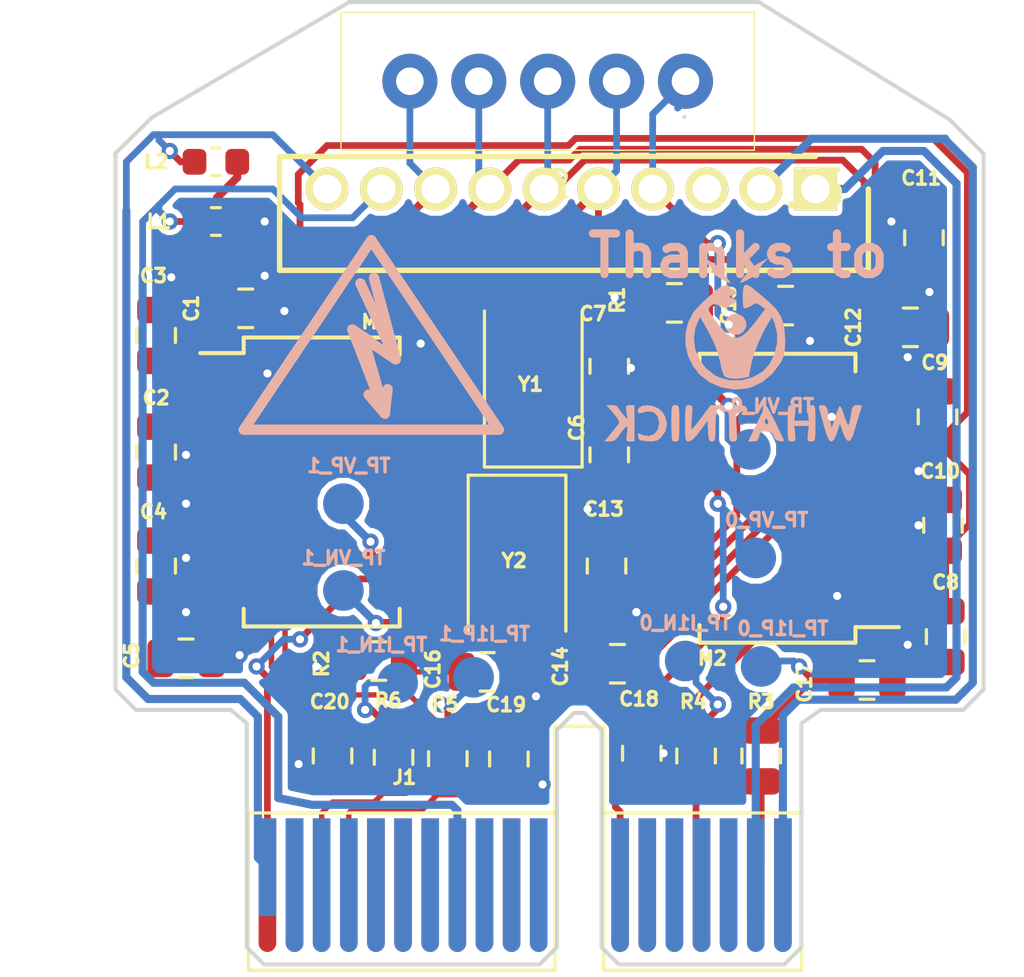
<source format=kicad_pcb>
(kicad_pcb (version 20171130) (host pcbnew "(5.0.1-3-g963ef8bb5)")

  (general
    (thickness 1.6)
    (drawings 32)
    (tracks 468)
    (zones 0)
    (modules 45)
    (nets 71)
  )

  (page A4)
  (layers
    (0 F.Cu mixed)
    (31 B.Cu mixed)
    (32 B.Adhes user hide)
    (33 F.Adhes user hide)
    (34 B.Paste user hide)
    (35 F.Paste user hide)
    (36 B.SilkS user)
    (37 F.SilkS user)
    (38 B.Mask user)
    (39 F.Mask user)
    (40 Dwgs.User user hide)
    (41 Cmts.User user hide)
    (42 Eco1.User user hide)
    (43 Eco2.User user hide)
    (44 Edge.Cuts user)
    (45 Margin user hide)
    (46 B.CrtYd user hide)
    (47 F.CrtYd user hide)
    (48 B.Fab user hide)
    (49 F.Fab user hide)
  )

  (setup
    (last_trace_width 0.25)
    (user_trace_width 0.2)
    (user_trace_width 0.3)
    (trace_clearance 0.15)
    (zone_clearance 0.2)
    (zone_45_only no)
    (trace_min 0.15)
    (segment_width 0.2)
    (edge_width 0.15)
    (via_size 0.6)
    (via_drill 0.3)
    (via_min_size 0.6)
    (via_min_drill 0.3)
    (uvia_size 0.3)
    (uvia_drill 0.1)
    (uvias_allowed no)
    (uvia_min_size 0.2)
    (uvia_min_drill 0.1)
    (pcb_text_width 0.3)
    (pcb_text_size 1.5 1.5)
    (mod_edge_width 0.15)
    (mod_text_size 0.5 0.5)
    (mod_text_width 0.125)
    (pad_size 1 1)
    (pad_drill 0)
    (pad_to_mask_clearance 0.15)
    (solder_mask_min_width 0.25)
    (aux_axis_origin 0 0)
    (grid_origin 145.91 69.15)
    (visible_elements 7FFFFF7F)
    (pcbplotparams
      (layerselection 0x010fc_ffffffff)
      (usegerberextensions true)
      (usegerberattributes false)
      (usegerberadvancedattributes false)
      (creategerberjobfile true)
      (excludeedgelayer true)
      (linewidth 0.100000)
      (plotframeref false)
      (viasonmask false)
      (mode 1)
      (useauxorigin false)
      (hpglpennumber 1)
      (hpglpenspeed 20)
      (hpglpendiameter 15.000000)
      (psnegative false)
      (psa4output false)
      (plotreference true)
      (plotvalue true)
      (plotinvisibletext false)
      (padsonsilk false)
      (subtractmaskfromsilk false)
      (outputformat 1)
      (mirror false)
      (drillshape 0)
      (scaleselection 1)
      (outputdirectory "pcbway_gerbers"))
  )

  (net 0 "")
  (net 1 +3V3)
  (net 2 GNDD)
  (net 3 "Net-(C4-Pad1)")
  (net 4 CLKOUT_0)
  (net 5 CLKIN_0)
  (net 6 "Net-(C11-Pad1)")
  (net 7 CLKOUT_1)
  (net 8 CLKIN_1)
  (net 9 VN_0)
  (net 10 VN_1)
  (net 11 I1P_0)
  (net 12 I1N_0)
  (net 13 I1P_1)
  (net 14 I1N_1)
  (net 15 CF1_0)
  (net 16 CF1_1)
  (net 17 CF2_0)
  (net 18 CF2_1)
  (net 19 IRQ_0)
  (net 20 IRQ_1)
  (net 21 "Net-(J1-PadA13)")
  (net 22 GND_CPU)
  (net 23 "Net-(J1-PadA15)")
  (net 24 "Net-(J1-PadA14)")
  (net 25 "Net-(J1-PadA11)")
  (net 26 "Net-(J1-PadA10)")
  (net 27 "Net-(J1-PadA9)")
  (net 28 "Net-(J1-PadA7)")
  (net 29 "Net-(J1-PadA6)")
  (net 30 "Net-(J1-PadA5)")
  (net 31 "Net-(J1-PadA3)")
  (net 32 3V3_CPU)
  (net 33 I1N_1_IN)
  (net 34 I1P_1_IN)
  (net 35 I1N_0_IN)
  (net 36 I1P_0_IN)
  (net 37 "Net-(J1-PadB14)")
  (net 38 "Net-(J1-PadB11)")
  (net 39 "Net-(J1-PadB10)")
  (net 40 "Net-(J1-PadB9)")
  (net 41 "Net-(J1-PadB8)")
  (net 42 "Net-(J1-PadB7)")
  (net 43 VP_1)
  (net 44 VP_0)
  (net 45 "Net-(J5-Pad3)")
  (net 46 CS_0)
  (net 47 SCLK_M)
  (net 48 MISO_M)
  (net 49 MOSI_M)
  (net 50 CS_1)
  (net 51 ZX_1)
  (net 52 WARN_1)
  (net 53 "Net-(M1-Pad8)")
  (net 54 "Net-(M1-Pad7)")
  (net 55 "Net-(M2-Pad7)")
  (net 56 "Net-(M2-Pad8)")
  (net 57 WARN_0)
  (net 58 ZX_0)
  (net 59 "Net-(J1-PadB18)")
  (net 60 "Net-(J1-PadB16)")
  (net 61 "Net-(J1-PadB2)")
  (net 62 "Net-(J1-PadB6)")
  (net 63 "Net-(J1-PadB5)")
  (net 64 GND_M)
  (net 65 3V3_M)
  (net 66 "Net-(J1-PadA4)")
  (net 67 "Net-(J1-PadA12)")
  (net 68 "Net-(J1-PadA16)")
  (net 69 "Net-(J1-PadB13)")
  (net 70 "Net-(J1-PadA2)")

  (net_class Default "This is the default net class."
    (clearance 0.15)
    (trace_width 0.25)
    (via_dia 0.6)
    (via_drill 0.3)
    (uvia_dia 0.3)
    (uvia_drill 0.1)
    (add_net +3V3)
    (add_net 3V3_CPU)
    (add_net 3V3_M)
    (add_net CF1_0)
    (add_net CF1_1)
    (add_net CF2_0)
    (add_net CF2_1)
    (add_net CLKIN_0)
    (add_net CLKIN_1)
    (add_net CLKOUT_0)
    (add_net CLKOUT_1)
    (add_net CS_0)
    (add_net CS_1)
    (add_net GNDD)
    (add_net GND_CPU)
    (add_net GND_M)
    (add_net I1N_0)
    (add_net I1N_0_IN)
    (add_net I1N_1)
    (add_net I1N_1_IN)
    (add_net I1P_0)
    (add_net I1P_0_IN)
    (add_net I1P_1)
    (add_net I1P_1_IN)
    (add_net IRQ_0)
    (add_net IRQ_1)
    (add_net MISO_M)
    (add_net MOSI_M)
    (add_net "Net-(C11-Pad1)")
    (add_net "Net-(C4-Pad1)")
    (add_net "Net-(J1-PadA10)")
    (add_net "Net-(J1-PadA11)")
    (add_net "Net-(J1-PadA12)")
    (add_net "Net-(J1-PadA13)")
    (add_net "Net-(J1-PadA14)")
    (add_net "Net-(J1-PadA15)")
    (add_net "Net-(J1-PadA16)")
    (add_net "Net-(J1-PadA2)")
    (add_net "Net-(J1-PadA3)")
    (add_net "Net-(J1-PadA4)")
    (add_net "Net-(J1-PadA5)")
    (add_net "Net-(J1-PadA6)")
    (add_net "Net-(J1-PadA7)")
    (add_net "Net-(J1-PadA9)")
    (add_net "Net-(J1-PadB10)")
    (add_net "Net-(J1-PadB11)")
    (add_net "Net-(J1-PadB13)")
    (add_net "Net-(J1-PadB14)")
    (add_net "Net-(J1-PadB16)")
    (add_net "Net-(J1-PadB18)")
    (add_net "Net-(J1-PadB2)")
    (add_net "Net-(J1-PadB5)")
    (add_net "Net-(J1-PadB6)")
    (add_net "Net-(J1-PadB7)")
    (add_net "Net-(J1-PadB8)")
    (add_net "Net-(J1-PadB9)")
    (add_net "Net-(J5-Pad3)")
    (add_net "Net-(M1-Pad7)")
    (add_net "Net-(M1-Pad8)")
    (add_net "Net-(M2-Pad7)")
    (add_net "Net-(M2-Pad8)")
    (add_net SCLK_M)
    (add_net VN_0)
    (add_net VN_1)
    (add_net VP_0)
    (add_net VP_1)
    (add_net WARN_0)
    (add_net WARN_1)
    (add_net ZX_0)
    (add_net ZX_1)
  )

  (net_class Power_CPU ""
    (clearance 0.4)
    (trace_width 0.4)
    (via_dia 0.6)
    (via_drill 0.3)
    (uvia_dia 0.3)
    (uvia_drill 0.1)
  )

  (net_class Power_ISO ""
    (clearance 0.2)
    (trace_width 0.3)
    (via_dia 0.6)
    (via_drill 0.3)
    (uvia_dia 0.3)
    (uvia_drill 0.1)
  )

  (module Capacitor_SMD:C_0805_2012Metric (layer F.Cu) (tedit 5B36C52B) (tstamp 5CA17E13)
    (at 134.71 65.35)
    (descr "Capacitor SMD 0805 (2012 Metric), square (rectangular) end terminal, IPC_7351 nominal, (Body size source: https://docs.google.com/spreadsheets/d/1BsfQQcO9C6DZCsRaXUlFlo91Tg2WpOkGARC1WS5S8t0/edit?usp=sharing), generated with kicad-footprint-generator")
    (tags capacitor)
    (path /59C71D35)
    (attr smd)
    (fp_text reference C1 (at -2 0 90) (layer F.SilkS)
      (effects (font (size 0.5 0.5) (thickness 0.15)))
    )
    (fp_text value 10u (at 0 1.65) (layer F.Fab)
      (effects (font (size 0.5 0.5) (thickness 0.15)))
    )
    (fp_line (start -1 0.6) (end -1 -0.6) (layer F.Fab) (width 0.1))
    (fp_line (start -1 -0.6) (end 1 -0.6) (layer F.Fab) (width 0.1))
    (fp_line (start 1 -0.6) (end 1 0.6) (layer F.Fab) (width 0.1))
    (fp_line (start 1 0.6) (end -1 0.6) (layer F.Fab) (width 0.1))
    (fp_line (start -0.258578 -0.71) (end 0.258578 -0.71) (layer F.SilkS) (width 0.12))
    (fp_line (start -0.258578 0.71) (end 0.258578 0.71) (layer F.SilkS) (width 0.12))
    (fp_line (start -1.68 0.95) (end -1.68 -0.95) (layer F.CrtYd) (width 0.05))
    (fp_line (start -1.68 -0.95) (end 1.68 -0.95) (layer F.CrtYd) (width 0.05))
    (fp_line (start 1.68 -0.95) (end 1.68 0.95) (layer F.CrtYd) (width 0.05))
    (fp_line (start 1.68 0.95) (end -1.68 0.95) (layer F.CrtYd) (width 0.05))
    (fp_text user %R (at 0 0) (layer F.Fab)
      (effects (font (size 0.5 0.5) (thickness 0.08)))
    )
    (pad 1 smd roundrect (at -0.9375 0) (size 0.975 1.4) (layers F.Cu F.Paste F.Mask) (roundrect_rratio 0.25)
      (net 1 +3V3))
    (pad 2 smd roundrect (at 0.9375 0) (size 0.975 1.4) (layers F.Cu F.Paste F.Mask) (roundrect_rratio 0.25)
      (net 2 GNDD))
    (model ${KISYS3DMOD}/Capacitor_SMD.3dshapes/C_0805_2012Metric.wrl
      (at (xyz 0 0 0))
      (scale (xyz 1 1 1))
      (rotate (xyz 0 0 0))
    )
  )

  (module Capacitor_SMD:C_0805_2012Metric (layer F.Cu) (tedit 5B36C52B) (tstamp 5CA16BED)
    (at 131.41 70.65 90)
    (descr "Capacitor SMD 0805 (2012 Metric), square (rectangular) end terminal, IPC_7351 nominal, (Body size source: https://docs.google.com/spreadsheets/d/1BsfQQcO9C6DZCsRaXUlFlo91Tg2WpOkGARC1WS5S8t0/edit?usp=sharing), generated with kicad-footprint-generator")
    (tags capacitor)
    (path /59C71B7A)
    (attr smd)
    (fp_text reference C2 (at 2 0 180) (layer F.SilkS)
      (effects (font (size 0.5 0.5) (thickness 0.15)))
    )
    (fp_text value .1u (at 0 1.65 90) (layer F.Fab)
      (effects (font (size 0.5 0.5) (thickness 0.15)))
    )
    (fp_text user %R (at 0 0 90) (layer F.Fab)
      (effects (font (size 0.5 0.5) (thickness 0.08)))
    )
    (fp_line (start 1.68 0.95) (end -1.68 0.95) (layer F.CrtYd) (width 0.05))
    (fp_line (start 1.68 -0.95) (end 1.68 0.95) (layer F.CrtYd) (width 0.05))
    (fp_line (start -1.68 -0.95) (end 1.68 -0.95) (layer F.CrtYd) (width 0.05))
    (fp_line (start -1.68 0.95) (end -1.68 -0.95) (layer F.CrtYd) (width 0.05))
    (fp_line (start -0.258578 0.71) (end 0.258578 0.71) (layer F.SilkS) (width 0.12))
    (fp_line (start -0.258578 -0.71) (end 0.258578 -0.71) (layer F.SilkS) (width 0.12))
    (fp_line (start 1 0.6) (end -1 0.6) (layer F.Fab) (width 0.1))
    (fp_line (start 1 -0.6) (end 1 0.6) (layer F.Fab) (width 0.1))
    (fp_line (start -1 -0.6) (end 1 -0.6) (layer F.Fab) (width 0.1))
    (fp_line (start -1 0.6) (end -1 -0.6) (layer F.Fab) (width 0.1))
    (pad 2 smd roundrect (at 0.9375 0 90) (size 0.975 1.4) (layers F.Cu F.Paste F.Mask) (roundrect_rratio 0.25)
      (net 1 +3V3))
    (pad 1 smd roundrect (at -0.9375 0 90) (size 0.975 1.4) (layers F.Cu F.Paste F.Mask) (roundrect_rratio 0.25)
      (net 2 GNDD))
    (model ${KISYS3DMOD}/Capacitor_SMD.3dshapes/C_0805_2012Metric.wrl
      (at (xyz 0 0 0))
      (scale (xyz 1 1 1))
      (rotate (xyz 0 0 0))
    )
  )

  (module Capacitor_SMD:C_0805_2012Metric (layer F.Cu) (tedit 5B36C52B) (tstamp 5CA16BFE)
    (at 131.41 66.35 90)
    (descr "Capacitor SMD 0805 (2012 Metric), square (rectangular) end terminal, IPC_7351 nominal, (Body size source: https://docs.google.com/spreadsheets/d/1BsfQQcO9C6DZCsRaXUlFlo91Tg2WpOkGARC1WS5S8t0/edit?usp=sharing), generated with kicad-footprint-generator")
    (tags capacitor)
    (path /59C71BFC)
    (attr smd)
    (fp_text reference C3 (at 2.2 -0.1 180) (layer F.SilkS)
      (effects (font (size 0.5 0.5) (thickness 0.15)))
    )
    (fp_text value .1u (at 0 1.65 90) (layer F.Fab)
      (effects (font (size 0.5 0.5) (thickness 0.15)))
    )
    (fp_line (start -1 0.6) (end -1 -0.6) (layer F.Fab) (width 0.1))
    (fp_line (start -1 -0.6) (end 1 -0.6) (layer F.Fab) (width 0.1))
    (fp_line (start 1 -0.6) (end 1 0.6) (layer F.Fab) (width 0.1))
    (fp_line (start 1 0.6) (end -1 0.6) (layer F.Fab) (width 0.1))
    (fp_line (start -0.258578 -0.71) (end 0.258578 -0.71) (layer F.SilkS) (width 0.12))
    (fp_line (start -0.258578 0.71) (end 0.258578 0.71) (layer F.SilkS) (width 0.12))
    (fp_line (start -1.68 0.95) (end -1.68 -0.95) (layer F.CrtYd) (width 0.05))
    (fp_line (start -1.68 -0.95) (end 1.68 -0.95) (layer F.CrtYd) (width 0.05))
    (fp_line (start 1.68 -0.95) (end 1.68 0.95) (layer F.CrtYd) (width 0.05))
    (fp_line (start 1.68 0.95) (end -1.68 0.95) (layer F.CrtYd) (width 0.05))
    (fp_text user %R (at 0 0 90) (layer F.Fab)
      (effects (font (size 0.5 0.5) (thickness 0.08)))
    )
    (pad 1 smd roundrect (at -0.9375 0 90) (size 0.975 1.4) (layers F.Cu F.Paste F.Mask) (roundrect_rratio 0.25)
      (net 1 +3V3))
    (pad 2 smd roundrect (at 0.9375 0 90) (size 0.975 1.4) (layers F.Cu F.Paste F.Mask) (roundrect_rratio 0.25)
      (net 2 GNDD))
    (model ${KISYS3DMOD}/Capacitor_SMD.3dshapes/C_0805_2012Metric.wrl
      (at (xyz 0 0 0))
      (scale (xyz 1 1 1))
      (rotate (xyz 0 0 0))
    )
  )

  (module Capacitor_SMD:C_0805_2012Metric (layer F.Cu) (tedit 5B36C52B) (tstamp 5CA16C0F)
    (at 131.41 74.85 90)
    (descr "Capacitor SMD 0805 (2012 Metric), square (rectangular) end terminal, IPC_7351 nominal, (Body size source: https://docs.google.com/spreadsheets/d/1BsfQQcO9C6DZCsRaXUlFlo91Tg2WpOkGARC1WS5S8t0/edit?usp=sharing), generated with kicad-footprint-generator")
    (tags capacitor)
    (path /59C71E3D)
    (attr smd)
    (fp_text reference C4 (at 2 -0.1 180) (layer F.SilkS)
      (effects (font (size 0.5 0.5) (thickness 0.15)))
    )
    (fp_text value 10u (at 0 1.65 90) (layer F.Fab)
      (effects (font (size 0.5 0.5) (thickness 0.15)))
    )
    (fp_text user %R (at 0 0 90) (layer F.Fab)
      (effects (font (size 0.5 0.5) (thickness 0.08)))
    )
    (fp_line (start 1.68 0.95) (end -1.68 0.95) (layer F.CrtYd) (width 0.05))
    (fp_line (start 1.68 -0.95) (end 1.68 0.95) (layer F.CrtYd) (width 0.05))
    (fp_line (start -1.68 -0.95) (end 1.68 -0.95) (layer F.CrtYd) (width 0.05))
    (fp_line (start -1.68 0.95) (end -1.68 -0.95) (layer F.CrtYd) (width 0.05))
    (fp_line (start -0.258578 0.71) (end 0.258578 0.71) (layer F.SilkS) (width 0.12))
    (fp_line (start -0.258578 -0.71) (end 0.258578 -0.71) (layer F.SilkS) (width 0.12))
    (fp_line (start 1 0.6) (end -1 0.6) (layer F.Fab) (width 0.1))
    (fp_line (start 1 -0.6) (end 1 0.6) (layer F.Fab) (width 0.1))
    (fp_line (start -1 -0.6) (end 1 -0.6) (layer F.Fab) (width 0.1))
    (fp_line (start -1 0.6) (end -1 -0.6) (layer F.Fab) (width 0.1))
    (pad 2 smd roundrect (at 0.9375 0 90) (size 0.975 1.4) (layers F.Cu F.Paste F.Mask) (roundrect_rratio 0.25)
      (net 2 GNDD))
    (pad 1 smd roundrect (at -0.9375 0 90) (size 0.975 1.4) (layers F.Cu F.Paste F.Mask) (roundrect_rratio 0.25)
      (net 3 "Net-(C4-Pad1)"))
    (model ${KISYS3DMOD}/Capacitor_SMD.3dshapes/C_0805_2012Metric.wrl
      (at (xyz 0 0 0))
      (scale (xyz 1 1 1))
      (rotate (xyz 0 0 0))
    )
  )

  (module Capacitor_SMD:C_0805_2012Metric (layer F.Cu) (tedit 5B36C52B) (tstamp 5CA16C20)
    (at 132.51 78.25)
    (descr "Capacitor SMD 0805 (2012 Metric), square (rectangular) end terminal, IPC_7351 nominal, (Body size source: https://docs.google.com/spreadsheets/d/1BsfQQcO9C6DZCsRaXUlFlo91Tg2WpOkGARC1WS5S8t0/edit?usp=sharing), generated with kicad-footprint-generator")
    (tags capacitor)
    (path /59C71CA1)
    (attr smd)
    (fp_text reference C5 (at -2 -0.1 90) (layer F.SilkS)
      (effects (font (size 0.5 0.5) (thickness 0.15)))
    )
    (fp_text value .1u (at 0 1.65) (layer F.Fab)
      (effects (font (size 0.5 0.5) (thickness 0.15)))
    )
    (fp_text user %R (at 0 0) (layer F.Fab)
      (effects (font (size 0.5 0.5) (thickness 0.08)))
    )
    (fp_line (start 1.68 0.95) (end -1.68 0.95) (layer F.CrtYd) (width 0.05))
    (fp_line (start 1.68 -0.95) (end 1.68 0.95) (layer F.CrtYd) (width 0.05))
    (fp_line (start -1.68 -0.95) (end 1.68 -0.95) (layer F.CrtYd) (width 0.05))
    (fp_line (start -1.68 0.95) (end -1.68 -0.95) (layer F.CrtYd) (width 0.05))
    (fp_line (start -0.258578 0.71) (end 0.258578 0.71) (layer F.SilkS) (width 0.12))
    (fp_line (start -0.258578 -0.71) (end 0.258578 -0.71) (layer F.SilkS) (width 0.12))
    (fp_line (start 1 0.6) (end -1 0.6) (layer F.Fab) (width 0.1))
    (fp_line (start 1 -0.6) (end 1 0.6) (layer F.Fab) (width 0.1))
    (fp_line (start -1 -0.6) (end 1 -0.6) (layer F.Fab) (width 0.1))
    (fp_line (start -1 0.6) (end -1 -0.6) (layer F.Fab) (width 0.1))
    (pad 2 smd roundrect (at 0.9375 0) (size 0.975 1.4) (layers F.Cu F.Paste F.Mask) (roundrect_rratio 0.25)
      (net 2 GNDD))
    (pad 1 smd roundrect (at -0.9375 0) (size 0.975 1.4) (layers F.Cu F.Paste F.Mask) (roundrect_rratio 0.25)
      (net 3 "Net-(C4-Pad1)"))
    (model ${KISYS3DMOD}/Capacitor_SMD.3dshapes/C_0805_2012Metric.wrl
      (at (xyz 0 0 0))
      (scale (xyz 1 1 1))
      (rotate (xyz 0 0 0))
    )
  )

  (module Capacitor_SMD:C_0805_2012Metric (layer F.Cu) (tedit 5B36C52B) (tstamp 5CA16C31)
    (at 148.11 70.75 90)
    (descr "Capacitor SMD 0805 (2012 Metric), square (rectangular) end terminal, IPC_7351 nominal, (Body size source: https://docs.google.com/spreadsheets/d/1BsfQQcO9C6DZCsRaXUlFlo91Tg2WpOkGARC1WS5S8t0/edit?usp=sharing), generated with kicad-footprint-generator")
    (tags capacitor)
    (path /59D4E65E)
    (attr smd)
    (fp_text reference C6 (at 1 -1.2 90) (layer F.SilkS)
      (effects (font (size 0.5 0.5) (thickness 0.15)))
    )
    (fp_text value 20p (at 0 1.65 90) (layer F.Fab)
      (effects (font (size 0.5 0.5) (thickness 0.15)))
    )
    (fp_line (start -1 0.6) (end -1 -0.6) (layer F.Fab) (width 0.1))
    (fp_line (start -1 -0.6) (end 1 -0.6) (layer F.Fab) (width 0.1))
    (fp_line (start 1 -0.6) (end 1 0.6) (layer F.Fab) (width 0.1))
    (fp_line (start 1 0.6) (end -1 0.6) (layer F.Fab) (width 0.1))
    (fp_line (start -0.258578 -0.71) (end 0.258578 -0.71) (layer F.SilkS) (width 0.12))
    (fp_line (start -0.258578 0.71) (end 0.258578 0.71) (layer F.SilkS) (width 0.12))
    (fp_line (start -1.68 0.95) (end -1.68 -0.95) (layer F.CrtYd) (width 0.05))
    (fp_line (start -1.68 -0.95) (end 1.68 -0.95) (layer F.CrtYd) (width 0.05))
    (fp_line (start 1.68 -0.95) (end 1.68 0.95) (layer F.CrtYd) (width 0.05))
    (fp_line (start 1.68 0.95) (end -1.68 0.95) (layer F.CrtYd) (width 0.05))
    (fp_text user %R (at 0 0 90) (layer F.Fab)
      (effects (font (size 0.5 0.5) (thickness 0.08)))
    )
    (pad 1 smd roundrect (at -0.9375 0 90) (size 0.975 1.4) (layers F.Cu F.Paste F.Mask) (roundrect_rratio 0.25)
      (net 2 GNDD))
    (pad 2 smd roundrect (at 0.9375 0 90) (size 0.975 1.4) (layers F.Cu F.Paste F.Mask) (roundrect_rratio 0.25)
      (net 4 CLKOUT_0))
    (model ${KISYS3DMOD}/Capacitor_SMD.3dshapes/C_0805_2012Metric.wrl
      (at (xyz 0 0 0))
      (scale (xyz 1 1 1))
      (rotate (xyz 0 0 0))
    )
  )

  (module Capacitor_SMD:C_0805_2012Metric (layer F.Cu) (tedit 5B36C52B) (tstamp 5C9566A0)
    (at 148.11 67.4875 90)
    (descr "Capacitor SMD 0805 (2012 Metric), square (rectangular) end terminal, IPC_7351 nominal, (Body size source: https://docs.google.com/spreadsheets/d/1BsfQQcO9C6DZCsRaXUlFlo91Tg2WpOkGARC1WS5S8t0/edit?usp=sharing), generated with kicad-footprint-generator")
    (tags capacitor)
    (path /59D4E6D0)
    (attr smd)
    (fp_text reference C7 (at 1.9375 -0.6 180) (layer F.SilkS)
      (effects (font (size 0.5 0.5) (thickness 0.15)))
    )
    (fp_text value 20p (at 0 1.65 90) (layer F.Fab)
      (effects (font (size 0.5 0.5) (thickness 0.15)))
    )
    (fp_text user %R (at 0 0 90) (layer F.Fab)
      (effects (font (size 0.5 0.5) (thickness 0.08)))
    )
    (fp_line (start 1.68 0.95) (end -1.68 0.95) (layer F.CrtYd) (width 0.05))
    (fp_line (start 1.68 -0.95) (end 1.68 0.95) (layer F.CrtYd) (width 0.05))
    (fp_line (start -1.68 -0.95) (end 1.68 -0.95) (layer F.CrtYd) (width 0.05))
    (fp_line (start -1.68 0.95) (end -1.68 -0.95) (layer F.CrtYd) (width 0.05))
    (fp_line (start -0.258578 0.71) (end 0.258578 0.71) (layer F.SilkS) (width 0.12))
    (fp_line (start -0.258578 -0.71) (end 0.258578 -0.71) (layer F.SilkS) (width 0.12))
    (fp_line (start 1 0.6) (end -1 0.6) (layer F.Fab) (width 0.1))
    (fp_line (start 1 -0.6) (end 1 0.6) (layer F.Fab) (width 0.1))
    (fp_line (start -1 -0.6) (end 1 -0.6) (layer F.Fab) (width 0.1))
    (fp_line (start -1 0.6) (end -1 -0.6) (layer F.Fab) (width 0.1))
    (pad 2 smd roundrect (at 0.9375 0 90) (size 0.975 1.4) (layers F.Cu F.Paste F.Mask) (roundrect_rratio 0.25)
      (net 5 CLKIN_0))
    (pad 1 smd roundrect (at -0.9375 0 90) (size 0.975 1.4) (layers F.Cu F.Paste F.Mask) (roundrect_rratio 0.25)
      (net 2 GNDD))
    (model ${KISYS3DMOD}/Capacitor_SMD.3dshapes/C_0805_2012Metric.wrl
      (at (xyz 0 0 0))
      (scale (xyz 1 1 1))
      (rotate (xyz 0 0 0))
    )
  )

  (module Capacitor_SMD:C_0805_2012Metric (layer F.Cu) (tedit 5B36C52B) (tstamp 5CA16C53)
    (at 160.51 77.45 270)
    (descr "Capacitor SMD 0805 (2012 Metric), square (rectangular) end terminal, IPC_7351 nominal, (Body size source: https://docs.google.com/spreadsheets/d/1BsfQQcO9C6DZCsRaXUlFlo91Tg2WpOkGARC1WS5S8t0/edit?usp=sharing), generated with kicad-footprint-generator")
    (tags capacitor)
    (path /59DB8410)
    (attr smd)
    (fp_text reference C8 (at -2 0) (layer F.SilkS)
      (effects (font (size 0.5 0.5) (thickness 0.15)))
    )
    (fp_text value 10u (at 0 1.65 270) (layer F.Fab)
      (effects (font (size 0.5 0.5) (thickness 0.15)))
    )
    (fp_line (start -1 0.6) (end -1 -0.6) (layer F.Fab) (width 0.1))
    (fp_line (start -1 -0.6) (end 1 -0.6) (layer F.Fab) (width 0.1))
    (fp_line (start 1 -0.6) (end 1 0.6) (layer F.Fab) (width 0.1))
    (fp_line (start 1 0.6) (end -1 0.6) (layer F.Fab) (width 0.1))
    (fp_line (start -0.258578 -0.71) (end 0.258578 -0.71) (layer F.SilkS) (width 0.12))
    (fp_line (start -0.258578 0.71) (end 0.258578 0.71) (layer F.SilkS) (width 0.12))
    (fp_line (start -1.68 0.95) (end -1.68 -0.95) (layer F.CrtYd) (width 0.05))
    (fp_line (start -1.68 -0.95) (end 1.68 -0.95) (layer F.CrtYd) (width 0.05))
    (fp_line (start 1.68 -0.95) (end 1.68 0.95) (layer F.CrtYd) (width 0.05))
    (fp_line (start 1.68 0.95) (end -1.68 0.95) (layer F.CrtYd) (width 0.05))
    (fp_text user %R (at 0 0 270) (layer F.Fab)
      (effects (font (size 0.5 0.5) (thickness 0.08)))
    )
    (pad 1 smd roundrect (at -0.9375 0 270) (size 0.975 1.4) (layers F.Cu F.Paste F.Mask) (roundrect_rratio 0.25)
      (net 1 +3V3))
    (pad 2 smd roundrect (at 0.9375 0 270) (size 0.975 1.4) (layers F.Cu F.Paste F.Mask) (roundrect_rratio 0.25)
      (net 2 GNDD))
    (model ${KISYS3DMOD}/Capacitor_SMD.3dshapes/C_0805_2012Metric.wrl
      (at (xyz 0 0 0))
      (scale (xyz 1 1 1))
      (rotate (xyz 0 0 0))
    )
  )

  (module Capacitor_SMD:C_0805_2012Metric (layer F.Cu) (tedit 5B36C52B) (tstamp 5CA16C64)
    (at 160.21 69.35 270)
    (descr "Capacitor SMD 0805 (2012 Metric), square (rectangular) end terminal, IPC_7351 nominal, (Body size source: https://docs.google.com/spreadsheets/d/1BsfQQcO9C6DZCsRaXUlFlo91Tg2WpOkGARC1WS5S8t0/edit?usp=sharing), generated with kicad-footprint-generator")
    (tags capacitor)
    (path /59DB83FE)
    (attr smd)
    (fp_text reference C9 (at -2 0.1) (layer F.SilkS)
      (effects (font (size 0.5 0.5) (thickness 0.15)))
    )
    (fp_text value .1u (at 0 1.65 270) (layer F.Fab)
      (effects (font (size 0.5 0.5) (thickness 0.15)))
    )
    (fp_line (start -1 0.6) (end -1 -0.6) (layer F.Fab) (width 0.1))
    (fp_line (start -1 -0.6) (end 1 -0.6) (layer F.Fab) (width 0.1))
    (fp_line (start 1 -0.6) (end 1 0.6) (layer F.Fab) (width 0.1))
    (fp_line (start 1 0.6) (end -1 0.6) (layer F.Fab) (width 0.1))
    (fp_line (start -0.258578 -0.71) (end 0.258578 -0.71) (layer F.SilkS) (width 0.12))
    (fp_line (start -0.258578 0.71) (end 0.258578 0.71) (layer F.SilkS) (width 0.12))
    (fp_line (start -1.68 0.95) (end -1.68 -0.95) (layer F.CrtYd) (width 0.05))
    (fp_line (start -1.68 -0.95) (end 1.68 -0.95) (layer F.CrtYd) (width 0.05))
    (fp_line (start 1.68 -0.95) (end 1.68 0.95) (layer F.CrtYd) (width 0.05))
    (fp_line (start 1.68 0.95) (end -1.68 0.95) (layer F.CrtYd) (width 0.05))
    (fp_text user %R (at 0 0 270) (layer F.Fab)
      (effects (font (size 0.5 0.5) (thickness 0.08)))
    )
    (pad 1 smd roundrect (at -0.9375 0 270) (size 0.975 1.4) (layers F.Cu F.Paste F.Mask) (roundrect_rratio 0.25)
      (net 2 GNDD))
    (pad 2 smd roundrect (at 0.9375 0 270) (size 0.975 1.4) (layers F.Cu F.Paste F.Mask) (roundrect_rratio 0.25)
      (net 1 +3V3))
    (model ${KISYS3DMOD}/Capacitor_SMD.3dshapes/C_0805_2012Metric.wrl
      (at (xyz 0 0 0))
      (scale (xyz 1 1 1))
      (rotate (xyz 0 0 0))
    )
  )

  (module Capacitor_SMD:C_0805_2012Metric (layer F.Cu) (tedit 5B36C52B) (tstamp 5CA16C75)
    (at 160.41 73.35 90)
    (descr "Capacitor SMD 0805 (2012 Metric), square (rectangular) end terminal, IPC_7351 nominal, (Body size source: https://docs.google.com/spreadsheets/d/1BsfQQcO9C6DZCsRaXUlFlo91Tg2WpOkGARC1WS5S8t0/edit?usp=sharing), generated with kicad-footprint-generator")
    (tags capacitor)
    (path /59DB8404)
    (attr smd)
    (fp_text reference C10 (at 2 -0.1 180) (layer F.SilkS)
      (effects (font (size 0.5 0.5) (thickness 0.15)))
    )
    (fp_text value .1u (at 0 1.65 90) (layer F.Fab)
      (effects (font (size 0.5 0.5) (thickness 0.15)))
    )
    (fp_line (start -1 0.6) (end -1 -0.6) (layer F.Fab) (width 0.1))
    (fp_line (start -1 -0.6) (end 1 -0.6) (layer F.Fab) (width 0.1))
    (fp_line (start 1 -0.6) (end 1 0.6) (layer F.Fab) (width 0.1))
    (fp_line (start 1 0.6) (end -1 0.6) (layer F.Fab) (width 0.1))
    (fp_line (start -0.258578 -0.71) (end 0.258578 -0.71) (layer F.SilkS) (width 0.12))
    (fp_line (start -0.258578 0.71) (end 0.258578 0.71) (layer F.SilkS) (width 0.12))
    (fp_line (start -1.68 0.95) (end -1.68 -0.95) (layer F.CrtYd) (width 0.05))
    (fp_line (start -1.68 -0.95) (end 1.68 -0.95) (layer F.CrtYd) (width 0.05))
    (fp_line (start 1.68 -0.95) (end 1.68 0.95) (layer F.CrtYd) (width 0.05))
    (fp_line (start 1.68 0.95) (end -1.68 0.95) (layer F.CrtYd) (width 0.05))
    (fp_text user %R (at 0 0 90) (layer F.Fab)
      (effects (font (size 0.5 0.5) (thickness 0.08)))
    )
    (pad 1 smd roundrect (at -0.9375 0 90) (size 0.975 1.4) (layers F.Cu F.Paste F.Mask) (roundrect_rratio 0.25)
      (net 1 +3V3))
    (pad 2 smd roundrect (at 0.9375 0 90) (size 0.975 1.4) (layers F.Cu F.Paste F.Mask) (roundrect_rratio 0.25)
      (net 2 GNDD))
    (model ${KISYS3DMOD}/Capacitor_SMD.3dshapes/C_0805_2012Metric.wrl
      (at (xyz 0 0 0))
      (scale (xyz 1 1 1))
      (rotate (xyz 0 0 0))
    )
  )

  (module Capacitor_SMD:C_0805_2012Metric (layer F.Cu) (tedit 5B36C52B) (tstamp 5CA16C86)
    (at 159.71 62.75 90)
    (descr "Capacitor SMD 0805 (2012 Metric), square (rectangular) end terminal, IPC_7351 nominal, (Body size source: https://docs.google.com/spreadsheets/d/1BsfQQcO9C6DZCsRaXUlFlo91Tg2WpOkGARC1WS5S8t0/edit?usp=sharing), generated with kicad-footprint-generator")
    (tags capacitor)
    (path /59DB8416)
    (attr smd)
    (fp_text reference C11 (at 2.2 -0.1 180) (layer F.SilkS)
      (effects (font (size 0.5 0.5) (thickness 0.15)))
    )
    (fp_text value 10u (at 0 1.65 90) (layer F.Fab)
      (effects (font (size 0.5 0.5) (thickness 0.15)))
    )
    (fp_line (start -1 0.6) (end -1 -0.6) (layer F.Fab) (width 0.1))
    (fp_line (start -1 -0.6) (end 1 -0.6) (layer F.Fab) (width 0.1))
    (fp_line (start 1 -0.6) (end 1 0.6) (layer F.Fab) (width 0.1))
    (fp_line (start 1 0.6) (end -1 0.6) (layer F.Fab) (width 0.1))
    (fp_line (start -0.258578 -0.71) (end 0.258578 -0.71) (layer F.SilkS) (width 0.12))
    (fp_line (start -0.258578 0.71) (end 0.258578 0.71) (layer F.SilkS) (width 0.12))
    (fp_line (start -1.68 0.95) (end -1.68 -0.95) (layer F.CrtYd) (width 0.05))
    (fp_line (start -1.68 -0.95) (end 1.68 -0.95) (layer F.CrtYd) (width 0.05))
    (fp_line (start 1.68 -0.95) (end 1.68 0.95) (layer F.CrtYd) (width 0.05))
    (fp_line (start 1.68 0.95) (end -1.68 0.95) (layer F.CrtYd) (width 0.05))
    (fp_text user %R (at 0 0 90) (layer F.Fab)
      (effects (font (size 0.5 0.5) (thickness 0.08)))
    )
    (pad 1 smd roundrect (at -0.9375 0 90) (size 0.975 1.4) (layers F.Cu F.Paste F.Mask) (roundrect_rratio 0.25)
      (net 6 "Net-(C11-Pad1)"))
    (pad 2 smd roundrect (at 0.9375 0 90) (size 0.975 1.4) (layers F.Cu F.Paste F.Mask) (roundrect_rratio 0.25)
      (net 2 GNDD))
    (model ${KISYS3DMOD}/Capacitor_SMD.3dshapes/C_0805_2012Metric.wrl
      (at (xyz 0 0 0))
      (scale (xyz 1 1 1))
      (rotate (xyz 0 0 0))
    )
  )

  (module Capacitor_SMD:C_0805_2012Metric (layer F.Cu) (tedit 5B36C52B) (tstamp 5CA16C97)
    (at 159.21 66.05)
    (descr "Capacitor SMD 0805 (2012 Metric), square (rectangular) end terminal, IPC_7351 nominal, (Body size source: https://docs.google.com/spreadsheets/d/1BsfQQcO9C6DZCsRaXUlFlo91Tg2WpOkGARC1WS5S8t0/edit?usp=sharing), generated with kicad-footprint-generator")
    (tags capacitor)
    (path /59DB840A)
    (attr smd)
    (fp_text reference C12 (at -2.1 0 90) (layer F.SilkS)
      (effects (font (size 0.5 0.5) (thickness 0.15)))
    )
    (fp_text value .1u (at 0 1.65) (layer F.Fab)
      (effects (font (size 0.5 0.5) (thickness 0.15)))
    )
    (fp_line (start -1 0.6) (end -1 -0.6) (layer F.Fab) (width 0.1))
    (fp_line (start -1 -0.6) (end 1 -0.6) (layer F.Fab) (width 0.1))
    (fp_line (start 1 -0.6) (end 1 0.6) (layer F.Fab) (width 0.1))
    (fp_line (start 1 0.6) (end -1 0.6) (layer F.Fab) (width 0.1))
    (fp_line (start -0.258578 -0.71) (end 0.258578 -0.71) (layer F.SilkS) (width 0.12))
    (fp_line (start -0.258578 0.71) (end 0.258578 0.71) (layer F.SilkS) (width 0.12))
    (fp_line (start -1.68 0.95) (end -1.68 -0.95) (layer F.CrtYd) (width 0.05))
    (fp_line (start -1.68 -0.95) (end 1.68 -0.95) (layer F.CrtYd) (width 0.05))
    (fp_line (start 1.68 -0.95) (end 1.68 0.95) (layer F.CrtYd) (width 0.05))
    (fp_line (start 1.68 0.95) (end -1.68 0.95) (layer F.CrtYd) (width 0.05))
    (fp_text user %R (at 0 0) (layer F.Fab)
      (effects (font (size 0.5 0.5) (thickness 0.08)))
    )
    (pad 1 smd roundrect (at -0.9375 0) (size 0.975 1.4) (layers F.Cu F.Paste F.Mask) (roundrect_rratio 0.25)
      (net 6 "Net-(C11-Pad1)"))
    (pad 2 smd roundrect (at 0.9375 0) (size 0.975 1.4) (layers F.Cu F.Paste F.Mask) (roundrect_rratio 0.25)
      (net 2 GNDD))
    (model ${KISYS3DMOD}/Capacitor_SMD.3dshapes/C_0805_2012Metric.wrl
      (at (xyz 0 0 0))
      (scale (xyz 1 1 1))
      (rotate (xyz 0 0 0))
    )
  )

  (module Capacitor_SMD:C_0805_2012Metric (layer F.Cu) (tedit 5B36C52B) (tstamp 5CA16CA8)
    (at 148.01 74.85 90)
    (descr "Capacitor SMD 0805 (2012 Metric), square (rectangular) end terminal, IPC_7351 nominal, (Body size source: https://docs.google.com/spreadsheets/d/1BsfQQcO9C6DZCsRaXUlFlo91Tg2WpOkGARC1WS5S8t0/edit?usp=sharing), generated with kicad-footprint-generator")
    (tags capacitor)
    (path /59DB826C)
    (attr smd)
    (fp_text reference C13 (at 2.1 -0.1 180) (layer F.SilkS)
      (effects (font (size 0.5 0.5) (thickness 0.15)))
    )
    (fp_text value 20p (at 0 1.65 90) (layer F.Fab)
      (effects (font (size 0.5 0.5) (thickness 0.15)))
    )
    (fp_line (start -1 0.6) (end -1 -0.6) (layer F.Fab) (width 0.1))
    (fp_line (start -1 -0.6) (end 1 -0.6) (layer F.Fab) (width 0.1))
    (fp_line (start 1 -0.6) (end 1 0.6) (layer F.Fab) (width 0.1))
    (fp_line (start 1 0.6) (end -1 0.6) (layer F.Fab) (width 0.1))
    (fp_line (start -0.258578 -0.71) (end 0.258578 -0.71) (layer F.SilkS) (width 0.12))
    (fp_line (start -0.258578 0.71) (end 0.258578 0.71) (layer F.SilkS) (width 0.12))
    (fp_line (start -1.68 0.95) (end -1.68 -0.95) (layer F.CrtYd) (width 0.05))
    (fp_line (start -1.68 -0.95) (end 1.68 -0.95) (layer F.CrtYd) (width 0.05))
    (fp_line (start 1.68 -0.95) (end 1.68 0.95) (layer F.CrtYd) (width 0.05))
    (fp_line (start 1.68 0.95) (end -1.68 0.95) (layer F.CrtYd) (width 0.05))
    (fp_text user %R (at 0 0 90) (layer F.Fab)
      (effects (font (size 0.5 0.5) (thickness 0.08)))
    )
    (pad 1 smd roundrect (at -0.9375 0 90) (size 0.975 1.4) (layers F.Cu F.Paste F.Mask) (roundrect_rratio 0.25)
      (net 2 GNDD))
    (pad 2 smd roundrect (at 0.9375 0 90) (size 0.975 1.4) (layers F.Cu F.Paste F.Mask) (roundrect_rratio 0.25)
      (net 7 CLKOUT_1))
    (model ${KISYS3DMOD}/Capacitor_SMD.3dshapes/C_0805_2012Metric.wrl
      (at (xyz 0 0 0))
      (scale (xyz 1 1 1))
      (rotate (xyz 0 0 0))
    )
  )

  (module Capacitor_SMD:C_0805_2012Metric (layer F.Cu) (tedit 5B36C52B) (tstamp 5CA16CB9)
    (at 148.41 78.45 180)
    (descr "Capacitor SMD 0805 (2012 Metric), square (rectangular) end terminal, IPC_7351 nominal, (Body size source: https://docs.google.com/spreadsheets/d/1BsfQQcO9C6DZCsRaXUlFlo91Tg2WpOkGARC1WS5S8t0/edit?usp=sharing), generated with kicad-footprint-generator")
    (tags capacitor)
    (path /59DB8272)
    (attr smd)
    (fp_text reference C14 (at 2.1 -0.1 270) (layer F.SilkS)
      (effects (font (size 0.5 0.5) (thickness 0.15)))
    )
    (fp_text value 20p (at 0 1.65 180) (layer F.Fab)
      (effects (font (size 0.5 0.5) (thickness 0.15)))
    )
    (fp_text user %R (at 0 0 180) (layer F.Fab)
      (effects (font (size 0.5 0.5) (thickness 0.08)))
    )
    (fp_line (start 1.68 0.95) (end -1.68 0.95) (layer F.CrtYd) (width 0.05))
    (fp_line (start 1.68 -0.95) (end 1.68 0.95) (layer F.CrtYd) (width 0.05))
    (fp_line (start -1.68 -0.95) (end 1.68 -0.95) (layer F.CrtYd) (width 0.05))
    (fp_line (start -1.68 0.95) (end -1.68 -0.95) (layer F.CrtYd) (width 0.05))
    (fp_line (start -0.258578 0.71) (end 0.258578 0.71) (layer F.SilkS) (width 0.12))
    (fp_line (start -0.258578 -0.71) (end 0.258578 -0.71) (layer F.SilkS) (width 0.12))
    (fp_line (start 1 0.6) (end -1 0.6) (layer F.Fab) (width 0.1))
    (fp_line (start 1 -0.6) (end 1 0.6) (layer F.Fab) (width 0.1))
    (fp_line (start -1 -0.6) (end 1 -0.6) (layer F.Fab) (width 0.1))
    (fp_line (start -1 0.6) (end -1 -0.6) (layer F.Fab) (width 0.1))
    (pad 2 smd roundrect (at 0.9375 0 180) (size 0.975 1.4) (layers F.Cu F.Paste F.Mask) (roundrect_rratio 0.25)
      (net 8 CLKIN_1))
    (pad 1 smd roundrect (at -0.9375 0 180) (size 0.975 1.4) (layers F.Cu F.Paste F.Mask) (roundrect_rratio 0.25)
      (net 2 GNDD))
    (model ${KISYS3DMOD}/Capacitor_SMD.3dshapes/C_0805_2012Metric.wrl
      (at (xyz 0 0 0))
      (scale (xyz 1 1 1))
      (rotate (xyz 0 0 0))
    )
  )

  (module Capacitor_SMD:C_0805_2012Metric (layer F.Cu) (tedit 5B36C52B) (tstamp 5CA16CCA)
    (at 154.61 65.25 180)
    (descr "Capacitor SMD 0805 (2012 Metric), square (rectangular) end terminal, IPC_7351 nominal, (Body size source: https://docs.google.com/spreadsheets/d/1BsfQQcO9C6DZCsRaXUlFlo91Tg2WpOkGARC1WS5S8t0/edit?usp=sharing), generated with kicad-footprint-generator")
    (tags capacitor)
    (path /59DE5FB1)
    (attr smd)
    (fp_text reference C15 (at 2.1 0 270) (layer F.SilkS)
      (effects (font (size 0.5 0.5) (thickness 0.15)))
    )
    (fp_text value .033u (at 0 1.65 180) (layer F.Fab)
      (effects (font (size 0.5 0.5) (thickness 0.15)))
    )
    (fp_text user %R (at 0 0 180) (layer F.Fab)
      (effects (font (size 0.5 0.5) (thickness 0.08)))
    )
    (fp_line (start 1.68 0.95) (end -1.68 0.95) (layer F.CrtYd) (width 0.05))
    (fp_line (start 1.68 -0.95) (end 1.68 0.95) (layer F.CrtYd) (width 0.05))
    (fp_line (start -1.68 -0.95) (end 1.68 -0.95) (layer F.CrtYd) (width 0.05))
    (fp_line (start -1.68 0.95) (end -1.68 -0.95) (layer F.CrtYd) (width 0.05))
    (fp_line (start -0.258578 0.71) (end 0.258578 0.71) (layer F.SilkS) (width 0.12))
    (fp_line (start -0.258578 -0.71) (end 0.258578 -0.71) (layer F.SilkS) (width 0.12))
    (fp_line (start 1 0.6) (end -1 0.6) (layer F.Fab) (width 0.1))
    (fp_line (start 1 -0.6) (end 1 0.6) (layer F.Fab) (width 0.1))
    (fp_line (start -1 -0.6) (end 1 -0.6) (layer F.Fab) (width 0.1))
    (fp_line (start -1 0.6) (end -1 -0.6) (layer F.Fab) (width 0.1))
    (pad 2 smd roundrect (at 0.9375 0 180) (size 0.975 1.4) (layers F.Cu F.Paste F.Mask) (roundrect_rratio 0.25)
      (net 9 VN_0))
    (pad 1 smd roundrect (at -0.9375 0 180) (size 0.975 1.4) (layers F.Cu F.Paste F.Mask) (roundrect_rratio 0.25)
      (net 2 GNDD))
    (model ${KISYS3DMOD}/Capacitor_SMD.3dshapes/C_0805_2012Metric.wrl
      (at (xyz 0 0 0))
      (scale (xyz 1 1 1))
      (rotate (xyz 0 0 0))
    )
  )

  (module Capacitor_SMD:C_0805_2012Metric (layer F.Cu) (tedit 5B36C52B) (tstamp 5CA16CDB)
    (at 143.61 78.75 180)
    (descr "Capacitor SMD 0805 (2012 Metric), square (rectangular) end terminal, IPC_7351 nominal, (Body size source: https://docs.google.com/spreadsheets/d/1BsfQQcO9C6DZCsRaXUlFlo91Tg2WpOkGARC1WS5S8t0/edit?usp=sharing), generated with kicad-footprint-generator")
    (tags capacitor)
    (path /59DE5C3F)
    (attr smd)
    (fp_text reference C16 (at 2 0.1 270) (layer F.SilkS)
      (effects (font (size 0.5 0.5) (thickness 0.15)))
    )
    (fp_text value .033u (at 0 1.65 180) (layer F.Fab)
      (effects (font (size 0.5 0.5) (thickness 0.15)))
    )
    (fp_line (start -1 0.6) (end -1 -0.6) (layer F.Fab) (width 0.1))
    (fp_line (start -1 -0.6) (end 1 -0.6) (layer F.Fab) (width 0.1))
    (fp_line (start 1 -0.6) (end 1 0.6) (layer F.Fab) (width 0.1))
    (fp_line (start 1 0.6) (end -1 0.6) (layer F.Fab) (width 0.1))
    (fp_line (start -0.258578 -0.71) (end 0.258578 -0.71) (layer F.SilkS) (width 0.12))
    (fp_line (start -0.258578 0.71) (end 0.258578 0.71) (layer F.SilkS) (width 0.12))
    (fp_line (start -1.68 0.95) (end -1.68 -0.95) (layer F.CrtYd) (width 0.05))
    (fp_line (start -1.68 -0.95) (end 1.68 -0.95) (layer F.CrtYd) (width 0.05))
    (fp_line (start 1.68 -0.95) (end 1.68 0.95) (layer F.CrtYd) (width 0.05))
    (fp_line (start 1.68 0.95) (end -1.68 0.95) (layer F.CrtYd) (width 0.05))
    (fp_text user %R (at 0 0 180) (layer F.Fab)
      (effects (font (size 0.5 0.5) (thickness 0.08)))
    )
    (pad 1 smd roundrect (at -0.9375 0 180) (size 0.975 1.4) (layers F.Cu F.Paste F.Mask) (roundrect_rratio 0.25)
      (net 2 GNDD))
    (pad 2 smd roundrect (at 0.9375 0 180) (size 0.975 1.4) (layers F.Cu F.Paste F.Mask) (roundrect_rratio 0.25)
      (net 10 VN_1))
    (model ${KISYS3DMOD}/Capacitor_SMD.3dshapes/C_0805_2012Metric.wrl
      (at (xyz 0 0 0))
      (scale (xyz 1 1 1))
      (rotate (xyz 0 0 0))
    )
  )

  (module Capacitor_SMD:C_0805_2012Metric (layer F.Cu) (tedit 5B36C52B) (tstamp 5CA16CEC)
    (at 157.61 79.05 180)
    (descr "Capacitor SMD 0805 (2012 Metric), square (rectangular) end terminal, IPC_7351 nominal, (Body size source: https://docs.google.com/spreadsheets/d/1BsfQQcO9C6DZCsRaXUlFlo91Tg2WpOkGARC1WS5S8t0/edit?usp=sharing), generated with kicad-footprint-generator")
    (tags capacitor)
    (path /59DED82B)
    (attr smd)
    (fp_text reference C17 (at 2.3 -0.1 270) (layer F.SilkS)
      (effects (font (size 0.5 0.5) (thickness 0.15)))
    )
    (fp_text value .033u (at 0 1.65 180) (layer F.Fab)
      (effects (font (size 0.5 0.5) (thickness 0.15)))
    )
    (fp_text user %R (at 0 0 180) (layer F.Fab)
      (effects (font (size 0.5 0.5) (thickness 0.08)))
    )
    (fp_line (start 1.68 0.95) (end -1.68 0.95) (layer F.CrtYd) (width 0.05))
    (fp_line (start 1.68 -0.95) (end 1.68 0.95) (layer F.CrtYd) (width 0.05))
    (fp_line (start -1.68 -0.95) (end 1.68 -0.95) (layer F.CrtYd) (width 0.05))
    (fp_line (start -1.68 0.95) (end -1.68 -0.95) (layer F.CrtYd) (width 0.05))
    (fp_line (start -0.258578 0.71) (end 0.258578 0.71) (layer F.SilkS) (width 0.12))
    (fp_line (start -0.258578 -0.71) (end 0.258578 -0.71) (layer F.SilkS) (width 0.12))
    (fp_line (start 1 0.6) (end -1 0.6) (layer F.Fab) (width 0.1))
    (fp_line (start 1 -0.6) (end 1 0.6) (layer F.Fab) (width 0.1))
    (fp_line (start -1 -0.6) (end 1 -0.6) (layer F.Fab) (width 0.1))
    (fp_line (start -1 0.6) (end -1 -0.6) (layer F.Fab) (width 0.1))
    (pad 2 smd roundrect (at 0.9375 0 180) (size 0.975 1.4) (layers F.Cu F.Paste F.Mask) (roundrect_rratio 0.25)
      (net 11 I1P_0))
    (pad 1 smd roundrect (at -0.9375 0 180) (size 0.975 1.4) (layers F.Cu F.Paste F.Mask) (roundrect_rratio 0.25)
      (net 2 GNDD))
    (model ${KISYS3DMOD}/Capacitor_SMD.3dshapes/C_0805_2012Metric.wrl
      (at (xyz 0 0 0))
      (scale (xyz 1 1 1))
      (rotate (xyz 0 0 0))
    )
  )

  (module Capacitor_SMD:C_0805_2012Metric (layer F.Cu) (tedit 5B36C52B) (tstamp 5CA16CFD)
    (at 149.31 81.75 90)
    (descr "Capacitor SMD 0805 (2012 Metric), square (rectangular) end terminal, IPC_7351 nominal, (Body size source: https://docs.google.com/spreadsheets/d/1BsfQQcO9C6DZCsRaXUlFlo91Tg2WpOkGARC1WS5S8t0/edit?usp=sharing), generated with kicad-footprint-generator")
    (tags capacitor)
    (path /59DED81F)
    (attr smd)
    (fp_text reference C18 (at 2 -0.1 180) (layer F.SilkS)
      (effects (font (size 0.5 0.5) (thickness 0.15)))
    )
    (fp_text value .033u (at 0 1.65 90) (layer F.Fab)
      (effects (font (size 0.5 0.5) (thickness 0.15)))
    )
    (fp_text user %R (at 0 0 90) (layer F.Fab)
      (effects (font (size 0.5 0.5) (thickness 0.08)))
    )
    (fp_line (start 1.68 0.95) (end -1.68 0.95) (layer F.CrtYd) (width 0.05))
    (fp_line (start 1.68 -0.95) (end 1.68 0.95) (layer F.CrtYd) (width 0.05))
    (fp_line (start -1.68 -0.95) (end 1.68 -0.95) (layer F.CrtYd) (width 0.05))
    (fp_line (start -1.68 0.95) (end -1.68 -0.95) (layer F.CrtYd) (width 0.05))
    (fp_line (start -0.258578 0.71) (end 0.258578 0.71) (layer F.SilkS) (width 0.12))
    (fp_line (start -0.258578 -0.71) (end 0.258578 -0.71) (layer F.SilkS) (width 0.12))
    (fp_line (start 1 0.6) (end -1 0.6) (layer F.Fab) (width 0.1))
    (fp_line (start 1 -0.6) (end 1 0.6) (layer F.Fab) (width 0.1))
    (fp_line (start -1 -0.6) (end 1 -0.6) (layer F.Fab) (width 0.1))
    (fp_line (start -1 0.6) (end -1 -0.6) (layer F.Fab) (width 0.1))
    (pad 2 smd roundrect (at 0.9375 0 90) (size 0.975 1.4) (layers F.Cu F.Paste F.Mask) (roundrect_rratio 0.25)
      (net 12 I1N_0))
    (pad 1 smd roundrect (at -0.9375 0 90) (size 0.975 1.4) (layers F.Cu F.Paste F.Mask) (roundrect_rratio 0.25)
      (net 2 GNDD))
    (model ${KISYS3DMOD}/Capacitor_SMD.3dshapes/C_0805_2012Metric.wrl
      (at (xyz 0 0 0))
      (scale (xyz 1 1 1))
      (rotate (xyz 0 0 0))
    )
  )

  (module Capacitor_SMD:C_0805_2012Metric (layer F.Cu) (tedit 5B36C52B) (tstamp 5CA16D0E)
    (at 144.41 81.9625 90)
    (descr "Capacitor SMD 0805 (2012 Metric), square (rectangular) end terminal, IPC_7351 nominal, (Body size source: https://docs.google.com/spreadsheets/d/1BsfQQcO9C6DZCsRaXUlFlo91Tg2WpOkGARC1WS5S8t0/edit?usp=sharing), generated with kicad-footprint-generator")
    (tags capacitor)
    (path /59DEDB43)
    (attr smd)
    (fp_text reference C19 (at 2 -0.1 180) (layer F.SilkS)
      (effects (font (size 0.5 0.5) (thickness 0.15)))
    )
    (fp_text value .033u (at 0 1.65 90) (layer F.Fab)
      (effects (font (size 0.5 0.5) (thickness 0.15)))
    )
    (fp_text user %R (at 0 0 90) (layer F.Fab)
      (effects (font (size 0.5 0.5) (thickness 0.08)))
    )
    (fp_line (start 1.68 0.95) (end -1.68 0.95) (layer F.CrtYd) (width 0.05))
    (fp_line (start 1.68 -0.95) (end 1.68 0.95) (layer F.CrtYd) (width 0.05))
    (fp_line (start -1.68 -0.95) (end 1.68 -0.95) (layer F.CrtYd) (width 0.05))
    (fp_line (start -1.68 0.95) (end -1.68 -0.95) (layer F.CrtYd) (width 0.05))
    (fp_line (start -0.258578 0.71) (end 0.258578 0.71) (layer F.SilkS) (width 0.12))
    (fp_line (start -0.258578 -0.71) (end 0.258578 -0.71) (layer F.SilkS) (width 0.12))
    (fp_line (start 1 0.6) (end -1 0.6) (layer F.Fab) (width 0.1))
    (fp_line (start 1 -0.6) (end 1 0.6) (layer F.Fab) (width 0.1))
    (fp_line (start -1 -0.6) (end 1 -0.6) (layer F.Fab) (width 0.1))
    (fp_line (start -1 0.6) (end -1 -0.6) (layer F.Fab) (width 0.1))
    (pad 2 smd roundrect (at 0.9375 0 90) (size 0.975 1.4) (layers F.Cu F.Paste F.Mask) (roundrect_rratio 0.25)
      (net 13 I1P_1))
    (pad 1 smd roundrect (at -0.9375 0 90) (size 0.975 1.4) (layers F.Cu F.Paste F.Mask) (roundrect_rratio 0.25)
      (net 2 GNDD))
    (model ${KISYS3DMOD}/Capacitor_SMD.3dshapes/C_0805_2012Metric.wrl
      (at (xyz 0 0 0))
      (scale (xyz 1 1 1))
      (rotate (xyz 0 0 0))
    )
  )

  (module Capacitor_SMD:C_0805_2012Metric (layer F.Cu) (tedit 5B36C52B) (tstamp 5CA16D1F)
    (at 137.91 81.85 90)
    (descr "Capacitor SMD 0805 (2012 Metric), square (rectangular) end terminal, IPC_7351 nominal, (Body size source: https://docs.google.com/spreadsheets/d/1BsfQQcO9C6DZCsRaXUlFlo91Tg2WpOkGARC1WS5S8t0/edit?usp=sharing), generated with kicad-footprint-generator")
    (tags capacitor)
    (path /59DEDB37)
    (attr smd)
    (fp_text reference C20 (at 2 -0.1 180) (layer F.SilkS)
      (effects (font (size 0.5 0.5) (thickness 0.15)))
    )
    (fp_text value .033u (at 0 1.65 90) (layer F.Fab)
      (effects (font (size 0.5 0.5) (thickness 0.15)))
    )
    (fp_text user %R (at 0 0 90) (layer F.Fab)
      (effects (font (size 0.5 0.5) (thickness 0.08)))
    )
    (fp_line (start 1.68 0.95) (end -1.68 0.95) (layer F.CrtYd) (width 0.05))
    (fp_line (start 1.68 -0.95) (end 1.68 0.95) (layer F.CrtYd) (width 0.05))
    (fp_line (start -1.68 -0.95) (end 1.68 -0.95) (layer F.CrtYd) (width 0.05))
    (fp_line (start -1.68 0.95) (end -1.68 -0.95) (layer F.CrtYd) (width 0.05))
    (fp_line (start -0.258578 0.71) (end 0.258578 0.71) (layer F.SilkS) (width 0.12))
    (fp_line (start -0.258578 -0.71) (end 0.258578 -0.71) (layer F.SilkS) (width 0.12))
    (fp_line (start 1 0.6) (end -1 0.6) (layer F.Fab) (width 0.1))
    (fp_line (start 1 -0.6) (end 1 0.6) (layer F.Fab) (width 0.1))
    (fp_line (start -1 -0.6) (end 1 -0.6) (layer F.Fab) (width 0.1))
    (fp_line (start -1 0.6) (end -1 -0.6) (layer F.Fab) (width 0.1))
    (pad 2 smd roundrect (at 0.9375 0 90) (size 0.975 1.4) (layers F.Cu F.Paste F.Mask) (roundrect_rratio 0.25)
      (net 14 I1N_1))
    (pad 1 smd roundrect (at -0.9375 0 90) (size 0.975 1.4) (layers F.Cu F.Paste F.Mask) (roundrect_rratio 0.25)
      (net 2 GNDD))
    (model ${KISYS3DMOD}/Capacitor_SMD.3dshapes/C_0805_2012Metric.wrl
      (at (xyz 0 0 0))
      (scale (xyz 1 1 1))
      (rotate (xyz 0 0 0))
    )
  )

  (module Whatnick_logo:Whatnick_logo (layer B.Cu) (tedit 0) (tstamp 5CA16D46)
    (at 152.72 66.89 180)
    (path /59DE12B1)
    (fp_text reference G1 (at 0 0 180) (layer B.SilkS) hide
      (effects (font (size 1.524 1.524) (thickness 0.3)) (justify mirror))
    )
    (fp_text value LOGO (at 0.75 0 180) (layer B.SilkS) hide
      (effects (font (size 1.524 1.524) (thickness 0.3)) (justify mirror))
    )
    (fp_poly (pts (xy -3.139967 -2.050986) (xy -3.127412 -2.13222) (xy -3.138411 -2.174875) (xy -3.173829 -2.301354)
      (xy -3.231098 -2.511273) (xy -3.299515 -2.765312) (xy -3.319914 -2.841625) (xy -3.412672 -3.143069)
      (xy -3.498898 -3.319439) (xy -3.582272 -3.372245) (xy -3.666477 -3.303001) (xy -3.755194 -3.11322)
      (xy -3.783532 -3.032125) (xy -3.89427 -2.69875) (xy -4.000455 -3.01625) (xy -4.096008 -3.245617)
      (xy -4.18731 -3.348071) (xy -4.275109 -3.32359) (xy -4.360155 -3.172154) (xy -4.414639 -3.00446)
      (xy -4.489523 -2.743171) (xy -4.568487 -2.480099) (xy -4.6081 -2.354063) (xy -4.66191 -2.183617)
      (xy -4.694518 -2.072631) (xy -4.699 -2.052438) (xy -4.644426 -2.037124) (xy -4.538258 -2.032)
      (xy -4.439541 -2.040694) (xy -4.37695 -2.08464) (xy -4.335896 -2.190629) (xy -4.301792 -2.385454)
      (xy -4.286916 -2.493604) (xy -4.253461 -2.661535) (xy -4.212961 -2.75506) (xy -4.19109 -2.762305)
      (xy -4.144699 -2.686966) (xy -4.081852 -2.527402) (xy -4.03218 -2.371611) (xy -3.970187 -2.191931)
      (xy -3.91369 -2.084832) (xy -3.880487 -2.071159) (xy -3.836589 -2.157822) (xy -3.770979 -2.326456)
      (xy -3.710097 -2.503701) (xy -3.58775 -2.880152) (xy -3.49428 -2.456076) (xy -3.439798 -2.229966)
      (xy -3.391181 -2.101957) (xy -3.33276 -2.044989) (xy -3.248868 -2.032) (xy -3.248749 -2.032)
      (xy -3.139967 -2.050986)) (layer B.SilkS) (width 0.01))
    (fp_poly (pts (xy -2.052282 -2.036458) (xy -2.008744 -2.064917) (xy -1.983715 -2.14) (xy -1.972071 -2.284331)
      (xy -1.968692 -2.520534) (xy -1.9685 -2.69875) (xy -1.96951 -2.995433) (xy -1.975953 -3.187741)
      (xy -1.992951 -3.298298) (xy -2.025627 -3.349727) (xy -2.079103 -3.364653) (xy -2.11945 -3.3655)
      (xy -2.210942 -3.355299) (xy -2.249081 -3.302216) (xy -2.247881 -3.172524) (xy -2.238192 -3.07975)
      (xy -2.205984 -2.794) (xy -2.747017 -2.794) (xy -2.714809 -3.07975) (xy -2.70043 -3.255121)
      (xy -2.719058 -3.338645) (xy -2.784705 -3.364046) (xy -2.833551 -3.3655) (xy -2.900719 -3.361041)
      (xy -2.944257 -3.332582) (xy -2.969286 -3.257499) (xy -2.98093 -3.113168) (xy -2.984309 -2.876965)
      (xy -2.9845 -2.69875) (xy -2.983491 -2.402066) (xy -2.977048 -2.209758) (xy -2.96005 -2.099201)
      (xy -2.927374 -2.047772) (xy -2.873898 -2.032846) (xy -2.833551 -2.032) (xy -2.742059 -2.0422)
      (xy -2.70392 -2.095283) (xy -2.70512 -2.224975) (xy -2.714809 -2.31775) (xy -2.747017 -2.6035)
      (xy -2.205984 -2.6035) (xy -2.238192 -2.31775) (xy -2.252571 -2.142378) (xy -2.233943 -2.058854)
      (xy -2.168296 -2.033453) (xy -2.11945 -2.032) (xy -2.052282 -2.036458)) (layer B.SilkS) (width 0.01))
    (fp_poly (pts (xy -1.121452 -2.124131) (xy -1.039022 -2.28314) (xy -0.927622 -2.507192) (xy -0.820307 -2.728692)
      (xy -0.515165 -3.3655) (xy -0.694145 -3.3655) (xy -0.826971 -3.343007) (xy -0.892367 -3.24995)
      (xy -0.912002 -3.171118) (xy -0.949458 -3.044022) (xy -1.021008 -2.994643) (xy -1.170564 -2.995127)
      (xy -1.187306 -2.996493) (xy -1.353572 -3.027228) (xy -1.43515 -3.100291) (xy -1.460504 -3.175)
      (xy -1.533056 -3.305275) (xy -1.676307 -3.35451) (xy -1.795182 -3.353725) (xy -1.829212 -3.32276)
      (xy -1.792393 -3.247108) (xy -1.712901 -3.082866) (xy -1.603214 -2.855841) (xy -1.515815 -2.674749)
      (xy -1.265854 -2.674749) (xy -1.214931 -2.727735) (xy -1.180695 -2.7305) (xy -1.118527 -2.683959)
      (xy -1.126005 -2.598132) (xy -1.163634 -2.513053) (xy -1.211111 -2.545513) (xy -1.214338 -2.550507)
      (xy -1.265854 -2.674749) (xy -1.515815 -2.674749) (xy -1.501091 -2.644242) (xy -1.376648 -2.395871)
      (xy -1.27013 -2.201069) (xy -1.193958 -2.081437) (xy -1.162273 -2.05506) (xy -1.121452 -2.124131)) (layer B.SilkS) (width 0.01))
    (fp_poly (pts (xy 1.202071 -2.4765) (xy 1.354215 -2.675835) (xy 1.478518 -2.828921) (xy 1.555644 -2.912356)
      (xy 1.569262 -2.921) (xy 1.58244 -2.863142) (xy 1.582754 -2.710826) (xy 1.570248 -2.495933)
      (xy 1.568654 -2.4765) (xy 1.551515 -2.244562) (xy 1.553011 -2.111584) (xy 1.579433 -2.050128)
      (xy 1.637074 -2.032753) (xy 1.670569 -2.032) (xy 1.732541 -2.038103) (xy 1.772717 -2.071469)
      (xy 1.795811 -2.154678) (xy 1.806536 -2.310314) (xy 1.809608 -2.560957) (xy 1.80975 -2.69875)
      (xy 1.808291 -2.995908) (xy 1.800947 -3.188594) (xy 1.783262 -3.299328) (xy 1.750784 -3.350628)
      (xy 1.699058 -3.365014) (xy 1.677882 -3.3655) (xy 1.554455 -3.308495) (xy 1.387193 -3.136297)
      (xy 1.265132 -2.977115) (xy 0.98425 -2.588731) (xy 0.965344 -2.977115) (xy 0.949597 -3.193639)
      (xy 0.922213 -3.311483) (xy 0.872776 -3.358959) (xy 0.822469 -3.3655) (xy 0.763357 -3.355179)
      (xy 0.72669 -3.308102) (xy 0.70719 -3.200094) (xy 0.69958 -3.006983) (xy 0.6985 -2.797747)
      (xy 0.687583 -2.478493) (xy 0.656151 -2.265206) (xy 0.606178 -2.16382) (xy 0.539639 -2.180272)
      (xy 0.5074 -2.22347) (xy 0.412588 -2.274591) (xy 0.323999 -2.2693) (xy 0.260547 -2.259458)
      (xy 0.221233 -2.285699) (xy 0.200294 -2.370926) (xy 0.191971 -2.538039) (xy 0.1905 -2.799944)
      (xy 0.189014 -3.068854) (xy 0.180194 -3.235315) (xy 0.157494 -3.323877) (xy 0.114371 -3.359087)
      (xy 0.044279 -3.365495) (xy 0.039722 -3.3655) (xy -0.031129 -3.361138) (xy -0.073732 -3.331867)
      (xy -0.093056 -3.253406) (xy -0.094074 -3.101472) (xy -0.081754 -2.851786) (xy -0.078209 -2.789421)
      (xy -0.045363 -2.213342) (xy -0.272373 -2.25593) (xy -0.420014 -2.276924) (xy -0.474543 -2.253714)
      (xy -0.466278 -2.171994) (xy -0.464536 -2.165258) (xy -0.440113 -2.105101) (xy -0.388676 -2.066379)
      (xy -0.286151 -2.044413) (xy -0.108462 -2.034522) (xy 0.168465 -2.032026) (xy 0.220925 -2.032)
      (xy 0.871537 -2.032) (xy 1.202071 -2.4765)) (layer B.SilkS) (width 0.01))
    (fp_poly (pts (xy 2.238472 -2.03754) (xy 2.279699 -2.06923) (xy 2.303399 -2.14967) (xy 2.314414 -2.301462)
      (xy 2.317589 -2.547207) (xy 2.31775 -2.69875) (xy 2.316562 -2.995539) (xy 2.309772 -3.187932)
      (xy 2.292534 -3.298531) (xy 2.260008 -3.349936) (xy 2.207348 -3.364749) (xy 2.174875 -3.3655)
      (xy 2.111277 -3.359959) (xy 2.07005 -3.328269) (xy 2.04635 -3.247829) (xy 2.035335 -3.096037)
      (xy 2.03216 -2.850292) (xy 2.032 -2.69875) (xy 2.033187 -2.40196) (xy 2.039977 -2.209567)
      (xy 2.057215 -2.098968) (xy 2.089741 -2.047563) (xy 2.142401 -2.03275) (xy 2.174875 -2.032)
      (xy 2.238472 -2.03754)) (layer B.SilkS) (width 0.01))
    (fp_poly (pts (xy 3.390689 -2.055656) (xy 3.516345 -2.126785) (xy 3.556 -2.230503) (xy 3.532733 -2.324778)
      (xy 3.446474 -2.317046) (xy 3.444875 -2.316377) (xy 3.18242 -2.252206) (xy 2.972106 -2.292299)
      (xy 2.829329 -2.428211) (xy 2.769486 -2.651495) (xy 2.7686 -2.68741) (xy 2.81818 -2.931644)
      (xy 2.950982 -3.098107) (xy 3.143094 -3.171833) (xy 3.370606 -3.137857) (xy 3.438239 -3.106555)
      (xy 3.531422 -3.071041) (xy 3.551684 -3.127873) (xy 3.545189 -3.18593) (xy 3.517647 -3.274046)
      (xy 3.444879 -3.322134) (xy 3.293484 -3.345955) (xy 3.191292 -3.352928) (xy 2.978002 -3.355098)
      (xy 2.839176 -3.321319) (xy 2.72415 -3.237372) (xy 2.70175 -3.215522) (xy 2.531912 -2.970243)
      (xy 2.485511 -2.704765) (xy 2.562942 -2.430361) (xy 2.668371 -2.266928) (xy 2.81682 -2.142413)
      (xy 3.008384 -2.064805) (xy 3.210521 -2.035441) (xy 3.390689 -2.055656)) (layer B.SilkS) (width 0.01))
    (fp_poly (pts (xy 3.948594 -2.040658) (xy 3.988726 -2.08972) (xy 3.983589 -2.213813) (xy 3.97096 -2.301875)
      (xy 3.930257 -2.57175) (xy 4.12242 -2.3495) (xy 4.23744 -2.20739) (xy 4.307026 -2.103938)
      (xy 4.316291 -2.079625) (xy 4.372937 -2.046504) (xy 4.507537 -2.032024) (xy 4.513896 -2.032)
      (xy 4.709793 -2.032) (xy 4.450213 -2.326898) (xy 4.305658 -2.511371) (xy 4.239163 -2.643231)
      (xy 4.242956 -2.692023) (xy 4.308908 -2.777057) (xy 4.426056 -2.925263) (xy 4.536539 -3.063875)
      (xy 4.777798 -3.3655) (xy 4.584828 -3.3655) (xy 4.431511 -3.336585) (xy 4.312088 -3.229291)
      (xy 4.258911 -3.150388) (xy 4.145143 -2.987088) (xy 4.036622 -2.862645) (xy 4.020983 -2.848763)
      (xy 3.959909 -2.808698) (xy 3.936316 -2.838415) (xy 3.943625 -2.960039) (xy 3.957035 -3.063875)
      (xy 3.977427 -3.245072) (xy 3.965245 -3.333769) (xy 3.90777 -3.362902) (xy 3.840535 -3.3655)
      (xy 3.683 -3.3655) (xy 3.683 -2.032) (xy 3.847331 -2.032) (xy 3.948594 -2.040658)) (layer B.SilkS) (width 0.01))
    (fp_poly (pts (xy -0.382034 2.393553) (xy -0.334221 2.279067) (xy -0.31821 2.056023) (xy -0.3175 1.964221)
      (xy -0.319576 1.731499) (xy -0.331622 1.600969) (xy -0.362369 1.547828) (xy -0.420545 1.547276)
      (xy -0.460375 1.558286) (xy -0.615577 1.629721) (xy -0.693099 1.686432) (xy -0.772474 1.732903)
      (xy -0.869612 1.704681) (xy -0.96269 1.643745) (xy -1.142433 1.515757) (xy -0.759327 1.012489)
      (xy -0.505609 0.70693) (xy -0.286868 0.517166) (xy -0.086733 0.443246) (xy 0.111162 0.485224)
      (xy 0.323188 0.64315) (xy 0.565712 0.917074) (xy 0.643072 1.016882) (xy 0.810044 1.239438)
      (xy 0.909201 1.38536) (xy 0.950371 1.47852) (xy 0.943379 1.542786) (xy 0.898051 1.602029)
      (xy 0.888192 1.612333) (xy 0.807454 1.683478) (xy 0.725837 1.699102) (xy 0.595997 1.661169)
      (xy 0.511255 1.627962) (xy 0.346296 1.567989) (xy 0.260857 1.560666) (xy 0.219376 1.604923)
      (xy 0.213557 1.619005) (xy 0.126876 1.699526) (xy 0.056706 1.7145) (xy -0.042459 1.756079)
      (xy -0.0635 1.80975) (xy -0.010561 1.887322) (xy 0.0635 1.905) (xy 0.166685 1.931593)
      (xy 0.1905 1.9685) (xy 0.137315 2.020093) (xy 0.0635 2.032) (xy -0.039929 2.071705)
      (xy -0.0635 2.12725) (xy -0.010561 2.204822) (xy 0.0635 2.2225) (xy 0.169154 2.265106)
      (xy 0.1905 2.324634) (xy 0.235011 2.392248) (xy 0.350028 2.388112) (xy 0.507777 2.320912)
      (xy 0.680484 2.199334) (xy 0.727914 2.156565) (xy 0.891857 2.005178) (xy 1.092862 1.825906)
      (xy 1.195223 1.736879) (xy 1.500228 1.39942) (xy 1.699143 1.017287) (xy 1.796153 0.608798)
      (xy 1.795445 0.192272) (xy 1.701205 -0.213975) (xy 1.517621 -0.591624) (xy 1.248878 -0.922357)
      (xy 0.899163 -1.187858) (xy 0.486083 -1.365875) (xy 0.007182 -1.449995) (xy -0.457288 -1.410635)
      (xy -0.620917 -1.367172) (xy -1.031295 -1.174308) (xy -1.394305 -0.873384) (xy -1.691924 -0.479904)
      (xy -1.730424 -0.41275) (xy -1.805062 -0.249573) (xy -1.848605 -0.068742) (xy -1.868338 0.170626)
      (xy -1.871858 0.381) (xy -1.854427 0.620077) (xy -1.578965 0.620077) (xy -1.574046 0.227366)
      (xy -1.481271 -0.158645) (xy -1.309082 -0.504094) (xy -1.06592 -0.775116) (xy -1.044424 -0.791981)
      (xy -0.663842 -1.008873) (xy -0.248775 -1.117196) (xy 0.174815 -1.115019) (xy 0.580964 -1.00041)
      (xy 0.730399 -0.924019) (xy 1.055944 -0.666477) (xy 1.297047 -0.338254) (xy 1.445953 0.036077)
      (xy 1.494909 0.431944) (xy 1.436159 0.824774) (xy 1.350294 1.04032) (xy 1.258005 1.223389)
      (xy 1.099076 0.94507) (xy 0.887545 0.559853) (xy 0.734236 0.240123) (xy 0.623478 -0.051923)
      (xy 0.539605 -0.354093) (xy 0.514557 -0.465258) (xy 0.457484 -0.718257) (xy 0.409575 -0.874462)
      (xy 0.355302 -0.961654) (xy 0.279137 -1.007617) (xy 0.197878 -1.031855) (xy -0.002864 -1.054139)
      (xy -0.231725 -1.040215) (xy -0.270586 -1.033463) (xy -0.532761 -0.981615) (xy -0.613561 -0.54382)
      (xy -0.709249 -0.180485) (xy -0.865359 0.237209) (xy -1.063271 0.664219) (xy -1.255586 1.009253)
      (xy -1.387669 1.224756) (xy -1.487585 0.985623) (xy -1.578965 0.620077) (xy -1.854427 0.620077)
      (xy -1.838663 0.836278) (xy -1.729544 1.207802) (xy -1.534109 1.520606) (xy -1.30384 1.749432)
      (xy -1.110661 1.912595) (xy -0.921627 2.073419) (xy -0.85725 2.128587) (xy -0.629452 2.314021)
      (xy -0.475745 2.403774) (xy -0.382034 2.393553)) (layer B.SilkS) (width 0.01))
    (fp_poly (pts (xy 0.128247 1.300182) (xy 0.256628 1.185675) (xy 0.308002 1.099533) (xy 0.349004 0.91514)
      (xy 0.291837 0.752904) (xy 0.165277 0.631133) (xy -0.001903 0.568133) (xy -0.180929 0.582211)
      (xy -0.339409 0.687626) (xy -0.433383 0.869453) (xy -0.425282 1.059107) (xy -0.330703 1.220786)
      (xy -0.165238 1.318689) (xy -0.0585 1.332528) (xy 0.128247 1.300182)) (layer B.SilkS) (width 0.01))
    (fp_poly (pts (xy -0.897461 3.201998) (xy -0.710143 3.089516) (xy -0.572906 2.984222) (xy -0.523028 2.922748)
      (xy -0.459054 2.813043) (xy -0.346364 2.671319) (xy -0.328062 2.651125) (xy -0.231627 2.532784)
      (xy -0.229645 2.486885) (xy -0.324906 2.513607) (xy -0.520202 2.613133) (xy -0.621309 2.670128)
      (xy -0.792145 2.781466) (xy -0.897398 2.876747) (xy -0.915997 2.928692) (xy -0.929863 3.011566)
      (xy -1.01362 3.140013) (xy -1.056689 3.189535) (xy -1.23825 3.384248) (xy -0.897461 3.201998)) (layer B.SilkS) (width 0.01))
    (fp_poly (pts (xy 1.104021 3.325188) (xy 1.02759 3.224454) (xy 0.959418 3.150388) (xy 0.835308 3.001895)
      (xy 0.814891 2.920324) (xy 0.832347 2.908135) (xy 0.818243 2.869316) (xy 0.723528 2.790641)
      (xy 0.5796 2.692118) (xy 0.417853 2.593755) (xy 0.269683 2.515558) (xy 0.166488 2.477534)
      (xy 0.155015 2.4765) (xy 0.161444 2.51618) (xy 0.238745 2.615998) (xy 0.285115 2.666338)
      (xy 0.387865 2.793191) (xy 0.427745 2.883974) (xy 0.422373 2.900794) (xy 0.449988 2.950573)
      (xy 0.55572 3.040658) (xy 0.70702 3.14905) (xy 0.871338 3.25375) (xy 1.016124 3.33276)
      (xy 1.107831 3.364066) (xy 1.104021 3.325188)) (layer B.SilkS) (width 0.01))
  )

  (module Connectors:PCI-EXPRESS (layer F.Cu) (tedit 545FBBB8) (tstamp 5CA16DAB)
    (at 135.51 85.95)
    (path /5C98D347)
    (fp_text reference J1 (at 5.05 -3.31) (layer F.SilkS)
      (effects (font (size 0.5 0.5) (thickness 0.15)))
    )
    (fp_text value PCIx1 (at 16.48 -3.31) (layer F.Fab)
      (effects (font (size 0.5 0.5) (thickness 0.15)))
    )
    (fp_line (start 19.95 4.05) (end -0.95 4.05) (layer F.CrtYd) (width 0.05))
    (fp_line (start 19.95 4.05) (end 19.95 -5.45) (layer F.CrtYd) (width 0.05))
    (fp_line (start -0.95 -5.45) (end -0.95 4.05) (layer F.CrtYd) (width 0.05))
    (fp_line (start -0.95 -5.45) (end 19.95 -5.45) (layer F.CrtYd) (width 0.05))
    (fp_line (start 19.7 -2) (end 19.7 3.8) (layer F.SilkS) (width 0.12))
    (fp_line (start 12.4 -2) (end 12.4 3.8) (layer F.SilkS) (width 0.12))
    (fp_line (start 12.4 3.8) (end 19.7 3.8) (layer F.SilkS) (width 0.12))
    (fp_line (start 19.7 -2) (end 12.4 -2) (layer F.SilkS) (width 0.12))
    (fp_line (start -0.7 3.8) (end -0.7 -2) (layer F.SilkS) (width 0.12))
    (fp_line (start 10.6 3.8) (end -0.7 3.8) (layer F.SilkS) (width 0.12))
    (fp_line (start 10.6 -2) (end 10.6 3.8) (layer F.SilkS) (width 0.12))
    (fp_line (start -0.7 -2) (end 10.6 -2) (layer F.SilkS) (width 0.12))
    (fp_line (start 12.4 -5.2) (end 12.4 -2) (layer F.SilkS) (width 0.12))
    (fp_line (start 10.6 -5.2) (end 12.4 -5.2) (layer F.SilkS) (width 0.12))
    (fp_line (start 10.6 -2) (end 10.6 -5.2) (layer F.SilkS) (width 0.12))
    (pad "" connect oval (at 1 2.8 90) (size 0.65 0.65) (layers B.Cu B.Mask))
    (pad "" connect oval (at 19 2.8 90) (size 0.65 0.65) (layers B.Cu B.Mask))
    (pad "" connect oval (at 18 2.8 90) (size 0.65 0.65) (layers B.Cu B.Mask))
    (pad "" connect oval (at 13 2.8 90) (size 0.65 0.65) (layers B.Cu B.Mask))
    (pad "" connect oval (at 10 2.8 90) (size 0.65 0.65) (layers B.Cu B.Mask))
    (pad "" connect oval (at 17 2.8 90) (size 0.65 0.65) (layers B.Cu B.Mask))
    (pad "" connect oval (at 14 2.8 90) (size 0.65 0.65) (layers B.Cu B.Mask))
    (pad "" connect oval (at 2 2.8 90) (size 0.65 0.65) (layers B.Cu B.Mask))
    (pad "" connect oval (at 16 2.8 90) (size 0.65 0.65) (layers B.Cu B.Mask))
    (pad "" connect oval (at 15 2.8 90) (size 0.65 0.65) (layers B.Cu B.Mask))
    (pad "" connect oval (at 9 2.8 90) (size 0.65 0.65) (layers B.Cu B.Mask))
    (pad "" connect oval (at 8 2.8 90) (size 0.65 0.65) (layers B.Cu B.Mask))
    (pad "" connect oval (at 7 2.8 90) (size 0.65 0.65) (layers B.Cu B.Mask))
    (pad "" connect oval (at 6 2.8 90) (size 0.65 0.65) (layers B.Cu B.Mask))
    (pad "" connect oval (at 5 2.8 90) (size 0.65 0.65) (layers B.Cu B.Mask))
    (pad "" connect oval (at 4 2.8 90) (size 0.65 0.65) (layers B.Cu B.Mask))
    (pad "" connect oval (at 3 2.8 90) (size 0.65 0.65) (layers B.Cu B.Mask))
    (pad "" connect circle (at 1 2.8) (size 0.65 0.65) (layers F.Cu F.Mask))
    (pad "" connect circle (at 17 2.8) (size 0.65 0.65) (layers F.Cu F.Mask))
    (pad "" connect circle (at 16 2.8) (size 0.65 0.65) (layers F.Cu F.Mask))
    (pad "" connect circle (at 15 2.8) (size 0.65 0.65) (layers F.Cu F.Mask))
    (pad "" connect circle (at 14 2.8) (size 0.65 0.65) (layers F.Cu F.Mask))
    (pad "" connect circle (at 13 2.8) (size 0.65 0.65) (layers F.Cu F.Mask))
    (pad "" connect circle (at 0 2.8) (size 0.65 0.65) (layers F.Cu F.Mask))
    (pad "" connect circle (at 10 2.8) (size 0.65 0.65) (layers F.Cu F.Mask))
    (pad "" connect circle (at 9 2.8) (size 0.65 0.65) (layers F.Cu F.Mask))
    (pad "" connect circle (at 8 2.8) (size 0.65 0.65) (layers F.Cu F.Mask))
    (pad "" connect circle (at 7 2.8) (size 0.65 0.65) (layers F.Cu F.Mask))
    (pad "" connect circle (at 6 2.8) (size 0.65 0.65) (layers F.Cu F.Mask))
    (pad "" connect circle (at 5 2.8) (size 0.65 0.65) (layers F.Cu F.Mask))
    (pad "" connect circle (at 4 2.8) (size 0.65 0.65) (layers F.Cu F.Mask))
    (pad "" connect circle (at 3 2.8) (size 0.65 0.65) (layers F.Cu F.Mask))
    (pad "" connect circle (at 2 2.8) (size 0.65 0.65) (layers F.Cu F.Mask))
    (pad A13 connect rect (at 14 0.5) (size 0.65 4.6) (layers B.Cu B.Mask)
      (net 21 "Net-(J1-PadA13)"))
    (pad A12 connect rect (at 13 0.5) (size 0.65 4.6) (layers B.Cu B.Mask)
      (net 67 "Net-(J1-PadA12)"))
    (pad A18 connect rect (at 19 0.5) (size 0.65 4.6) (layers B.Cu B.Mask)
      (net 22 GND_CPU))
    (pad A17 connect rect (at 18 0.5) (size 0.65 4.6) (layers B.Cu B.Mask)
      (net 32 3V3_CPU))
    (pad A16 connect rect (at 17 0.5) (size 0.65 4.6) (layers B.Cu B.Mask)
      (net 68 "Net-(J1-PadA16)"))
    (pad A15 connect rect (at 16 0.5) (size 0.65 4.6) (layers B.Cu B.Mask)
      (net 23 "Net-(J1-PadA15)"))
    (pad A14 connect rect (at 15 0.5) (size 0.65 4.6) (layers B.Cu B.Mask)
      (net 24 "Net-(J1-PadA14)"))
    (pad A11 connect rect (at 10 0.5) (size 0.65 4.6) (layers B.Cu B.Mask)
      (net 25 "Net-(J1-PadA11)"))
    (pad A10 connect rect (at 9 0.5) (size 0.65 4.6) (layers B.Cu B.Mask)
      (net 26 "Net-(J1-PadA10)"))
    (pad A9 connect rect (at 8 0.5) (size 0.65 4.6) (layers B.Cu B.Mask)
      (net 27 "Net-(J1-PadA9)"))
    (pad A8 connect rect (at 7 0.5) (size 0.65 4.6) (layers B.Cu B.Mask)
      (net 64 GND_M))
    (pad A7 connect rect (at 6 0.5) (size 0.65 4.6) (layers B.Cu B.Mask)
      (net 28 "Net-(J1-PadA7)"))
    (pad A6 connect rect (at 5 0.5) (size 0.65 4.6) (layers B.Cu B.Mask)
      (net 29 "Net-(J1-PadA6)"))
    (pad A5 connect rect (at 4 0.5) (size 0.65 4.6) (layers B.Cu B.Mask)
      (net 30 "Net-(J1-PadA5)"))
    (pad A4 connect rect (at 3 0.5) (size 0.65 4.6) (layers B.Cu B.Mask)
      (net 66 "Net-(J1-PadA4)"))
    (pad A3 connect rect (at 2 0.5) (size 0.65 4.6) (layers B.Cu B.Mask)
      (net 31 "Net-(J1-PadA3)"))
    (pad A2 connect rect (at 1 0.5) (size 0.65 4.6) (layers B.Cu B.Mask)
      (net 70 "Net-(J1-PadA2)"))
    (pad A1 connect rect (at 0 0) (size 0.65 3.6) (layers B.Cu B.Mask)
      (net 65 3V3_M))
    (pad B13 connect rect (at 14 0.5) (size 0.65 4.6) (layers F.Cu F.Mask)
      (net 69 "Net-(J1-PadB13)"))
    (pad B12 connect rect (at 13 0.5) (size 0.65 4.6) (layers F.Cu F.Mask)
      (net 44 VP_0))
    (pad B18 connect rect (at 19 0.5) (size 0.65 4.6) (layers F.Cu F.Mask)
      (net 59 "Net-(J1-PadB18)"))
    (pad B17 connect rect (at 18 0) (size 0.65 3.6) (layers F.Cu F.Mask)
      (net 36 I1P_0_IN))
    (pad B16 connect rect (at 17 0.5) (size 0.65 4.6) (layers F.Cu F.Mask)
      (net 60 "Net-(J1-PadB16)"))
    (pad B15 connect rect (at 16 0.5) (size 0.65 4.6) (layers F.Cu F.Mask)
      (net 35 I1N_0_IN))
    (pad B14 connect rect (at 15 0.5) (size 0.65 4.6) (layers F.Cu F.Mask)
      (net 37 "Net-(J1-PadB14)"))
    (pad B11 connect rect (at 10 0.5) (size 0.65 4.6) (layers F.Cu F.Mask)
      (net 38 "Net-(J1-PadB11)"))
    (pad B10 connect rect (at 9 0.5) (size 0.65 4.6) (layers F.Cu F.Mask)
      (net 39 "Net-(J1-PadB10)"))
    (pad B9 connect rect (at 8 0.5) (size 0.65 4.6) (layers F.Cu F.Mask)
      (net 40 "Net-(J1-PadB9)"))
    (pad B8 connect rect (at 7 0.5) (size 0.65 4.6) (layers F.Cu F.Mask)
      (net 41 "Net-(J1-PadB8)"))
    (pad B7 connect rect (at 6 0.5) (size 0.65 4.6) (layers F.Cu F.Mask)
      (net 42 "Net-(J1-PadB7)"))
    (pad B6 connect rect (at 5 0.5) (size 0.65 4.6) (layers F.Cu F.Mask)
      (net 62 "Net-(J1-PadB6)"))
    (pad B5 connect rect (at 4 0.5) (size 0.65 4.6) (layers F.Cu F.Mask)
      (net 63 "Net-(J1-PadB5)"))
    (pad B4 connect rect (at 3 0.5) (size 0.65 4.6) (layers F.Cu F.Mask)
      (net 34 I1P_1_IN))
    (pad B3 connect rect (at 2 0.5) (size 0.65 4.6) (layers F.Cu F.Mask)
      (net 33 I1N_1_IN))
    (pad B2 connect rect (at 1 0.5) (size 0.65 4.6) (layers F.Cu F.Mask)
      (net 61 "Net-(J1-PadB2)"))
    (pad B1 connect rect (at 0 0.5) (size 0.65 4.6) (layers F.Cu F.Mask)
      (net 43 VP_1))
    (pad "" connect circle (at 19 2.8) (size 0.65 0.65) (layers F.Cu F.Mask))
  )

  (module 52418-1010:SHDR10W60P200_1X10_2150X400X335P (layer F.Cu) (tedit 59DC494D) (tstamp 5CA16DC5)
    (at 155.71 60.95 180)
    (descr 52418-1010)
    (tags Connector)
    (path /59DB7B0F)
    (fp_text reference J5 (at 0 0 180) (layer F.SilkS)
      (effects (font (size 1.27 1.27) (thickness 0.254)))
    )
    (fp_text value CONN_01X10 (at 0 0 180) (layer F.SilkS) hide
      (effects (font (size 1.27 1.27) (thickness 0.254)))
    )
    (fp_line (start -2.2 1.45) (end -2.2 -3.25) (layer Dwgs.User) (width 0.05))
    (fp_line (start -2.2 -3.25) (end 20 -3.25) (layer Dwgs.User) (width 0.05))
    (fp_line (start 20 -3.25) (end 20 1.45) (layer Dwgs.User) (width 0.05))
    (fp_line (start 20 1.45) (end -2.2 1.45) (layer Dwgs.User) (width 0.05))
    (fp_line (start -1.95 1.2) (end -1.95 -3) (layer Dwgs.User) (width 0.1))
    (fp_line (start -1.95 -3) (end 19.75 -3) (layer Dwgs.User) (width 0.1))
    (fp_line (start 19.75 -3) (end 19.75 1.2) (layer Dwgs.User) (width 0.1))
    (fp_line (start 19.75 1.2) (end -1.95 1.2) (layer Dwgs.User) (width 0.1))
    (fp_line (start 0 1.2) (end 19.75 1.2) (layer F.SilkS) (width 0.2))
    (fp_line (start 19.75 1.2) (end 19.75 -3) (layer F.SilkS) (width 0.2))
    (fp_line (start 19.75 -3) (end -1.95 -3) (layer F.SilkS) (width 0.2))
    (fp_line (start -1.95 -3) (end -1.95 0) (layer F.SilkS) (width 0.2))
    (pad 1 thru_hole rect (at 0 0 270) (size 1.575 1.575) (drill 1.05) (layers *.Cu *.Mask F.SilkS)
      (net 32 3V3_CPU))
    (pad 2 thru_hole circle (at 2 0 270) (size 1.575 1.575) (drill 1.05) (layers *.Cu *.Mask F.SilkS)
      (net 22 GND_CPU))
    (pad 3 thru_hole circle (at 4 0 270) (size 1.575 1.575) (drill 1.05) (layers *.Cu *.Mask F.SilkS)
      (net 45 "Net-(J5-Pad3)"))
    (pad 4 thru_hole circle (at 6 0 270) (size 1.575 1.575) (drill 1.05) (layers *.Cu *.Mask F.SilkS)
      (net 46 CS_0))
    (pad 5 thru_hole circle (at 8 0 270) (size 1.575 1.575) (drill 1.05) (layers *.Cu *.Mask F.SilkS)
      (net 47 SCLK_M))
    (pad 6 thru_hole circle (at 10 0 270) (size 1.575 1.575) (drill 1.05) (layers *.Cu *.Mask F.SilkS)
      (net 48 MISO_M))
    (pad 7 thru_hole circle (at 12 0 270) (size 1.575 1.575) (drill 1.05) (layers *.Cu *.Mask F.SilkS)
      (net 49 MOSI_M))
    (pad 8 thru_hole circle (at 14 0 270) (size 1.575 1.575) (drill 1.05) (layers *.Cu *.Mask F.SilkS)
      (net 50 CS_1))
    (pad 9 thru_hole circle (at 16 0 270) (size 1.575 1.575) (drill 1.05) (layers *.Cu *.Mask F.SilkS)
      (net 64 GND_M))
    (pad 10 thru_hole circle (at 18 0 270) (size 1.575 1.575) (drill 1.05) (layers *.Cu *.Mask F.SilkS)
      (net 65 3V3_M))
  )

  (module Inductor_SMD:L_0603_1608Metric (layer F.Cu) (tedit 5B301BBE) (tstamp 5CA16DD6)
    (at 133.61 62.15)
    (descr "Inductor SMD 0603 (1608 Metric), square (rectangular) end terminal, IPC_7351 nominal, (Body size source: http://www.tortai-tech.com/upload/download/2011102023233369053.pdf), generated with kicad-footprint-generator")
    (tags inductor)
    (path /59E3432C)
    (attr smd)
    (fp_text reference L1 (at -2.1 0) (layer F.SilkS)
      (effects (font (size 0.5 0.5) (thickness 0.15)))
    )
    (fp_text value GND_SUP (at 0 1.43) (layer F.Fab)
      (effects (font (size 0.5 0.5) (thickness 0.15)))
    )
    (fp_text user %R (at 0 0) (layer F.Fab)
      (effects (font (size 0.4 0.4) (thickness 0.06)))
    )
    (fp_line (start 1.48 0.73) (end -1.48 0.73) (layer F.CrtYd) (width 0.05))
    (fp_line (start 1.48 -0.73) (end 1.48 0.73) (layer F.CrtYd) (width 0.05))
    (fp_line (start -1.48 -0.73) (end 1.48 -0.73) (layer F.CrtYd) (width 0.05))
    (fp_line (start -1.48 0.73) (end -1.48 -0.73) (layer F.CrtYd) (width 0.05))
    (fp_line (start -0.162779 0.51) (end 0.162779 0.51) (layer F.SilkS) (width 0.12))
    (fp_line (start -0.162779 -0.51) (end 0.162779 -0.51) (layer F.SilkS) (width 0.12))
    (fp_line (start 0.8 0.4) (end -0.8 0.4) (layer F.Fab) (width 0.1))
    (fp_line (start 0.8 -0.4) (end 0.8 0.4) (layer F.Fab) (width 0.1))
    (fp_line (start -0.8 -0.4) (end 0.8 -0.4) (layer F.Fab) (width 0.1))
    (fp_line (start -0.8 0.4) (end -0.8 -0.4) (layer F.Fab) (width 0.1))
    (pad 2 smd roundrect (at 0.7875 0) (size 0.875 0.95) (layers F.Cu F.Paste F.Mask) (roundrect_rratio 0.25)
      (net 2 GNDD))
    (pad 1 smd roundrect (at -0.7875 0) (size 0.875 0.95) (layers F.Cu F.Paste F.Mask) (roundrect_rratio 0.25)
      (net 64 GND_M))
    (model ${KISYS3DMOD}/Inductor_SMD.3dshapes/L_0603_1608Metric.wrl
      (at (xyz 0 0 0))
      (scale (xyz 1 1 1))
      (rotate (xyz 0 0 0))
    )
  )

  (module Inductor_SMD:L_0603_1608Metric (layer F.Cu) (tedit 5B301BBE) (tstamp 5CA16DE7)
    (at 133.61 59.95)
    (descr "Inductor SMD 0603 (1608 Metric), square (rectangular) end terminal, IPC_7351 nominal, (Body size source: http://www.tortai-tech.com/upload/download/2011102023233369053.pdf), generated with kicad-footprint-generator")
    (tags inductor)
    (path /59E343F4)
    (attr smd)
    (fp_text reference L2 (at -2.2 0) (layer F.SilkS)
      (effects (font (size 0.5 0.5) (thickness 0.15)))
    )
    (fp_text value 3V3_SUP (at 0.234999 2.134999) (layer F.Fab)
      (effects (font (size 0.5 0.5) (thickness 0.15)))
    )
    (fp_line (start -0.8 0.4) (end -0.8 -0.4) (layer F.Fab) (width 0.1))
    (fp_line (start -0.8 -0.4) (end 0.8 -0.4) (layer F.Fab) (width 0.1))
    (fp_line (start 0.8 -0.4) (end 0.8 0.4) (layer F.Fab) (width 0.1))
    (fp_line (start 0.8 0.4) (end -0.8 0.4) (layer F.Fab) (width 0.1))
    (fp_line (start -0.162779 -0.51) (end 0.162779 -0.51) (layer F.SilkS) (width 0.12))
    (fp_line (start -0.162779 0.51) (end 0.162779 0.51) (layer F.SilkS) (width 0.12))
    (fp_line (start -1.48 0.73) (end -1.48 -0.73) (layer F.CrtYd) (width 0.05))
    (fp_line (start -1.48 -0.73) (end 1.48 -0.73) (layer F.CrtYd) (width 0.05))
    (fp_line (start 1.48 -0.73) (end 1.48 0.73) (layer F.CrtYd) (width 0.05))
    (fp_line (start 1.48 0.73) (end -1.48 0.73) (layer F.CrtYd) (width 0.05))
    (fp_text user %R (at 0 0) (layer F.Fab)
      (effects (font (size 0.4 0.4) (thickness 0.06)))
    )
    (pad 1 smd roundrect (at -0.7875 0) (size 0.875 0.95) (layers F.Cu F.Paste F.Mask) (roundrect_rratio 0.25)
      (net 65 3V3_M))
    (pad 2 smd roundrect (at 0.7875 0) (size 0.875 0.95) (layers F.Cu F.Paste F.Mask) (roundrect_rratio 0.25)
      (net 1 +3V3))
    (model ${KISYS3DMOD}/Inductor_SMD.3dshapes/L_0603_1608Metric.wrl
      (at (xyz 0 0 0))
      (scale (xyz 1 1 1))
      (rotate (xyz 0 0 0))
    )
  )

  (module Housings:SSOP-28_5.3x10.2mm_Pitch0.65mm (layer F.Cu) (tedit 54130A77) (tstamp 5CA16E18)
    (at 137.51 71.75)
    (descr "28-Lead Plastic Shrink Small Outline (SS)-5.30 mm Body [SSOP] (see Microchip Packaging Specification 00000049BS.pdf)")
    (tags "SSOP 0.65")
    (path /59AAAE84)
    (attr smd)
    (fp_text reference M1 (at 2 -5.9) (layer F.SilkS)
      (effects (font (size 0.5 0.5) (thickness 0.15)))
    )
    (fp_text value ATM90E26_ATM90E26 (at 0 6.25) (layer F.Fab)
      (effects (font (size 0.5 0.5) (thickness 0.15)))
    )
    (fp_text user %R (at 0 0) (layer F.Fab)
      (effects (font (size 0.8 0.8) (thickness 0.15)))
    )
    (fp_line (start -2.875 -4.75) (end -4.475 -4.75) (layer F.SilkS) (width 0.15))
    (fp_line (start -2.875 5.325) (end 2.875 5.325) (layer F.SilkS) (width 0.15))
    (fp_line (start -2.875 -5.325) (end 2.875 -5.325) (layer F.SilkS) (width 0.15))
    (fp_line (start -2.875 5.325) (end -2.875 4.675) (layer F.SilkS) (width 0.15))
    (fp_line (start 2.875 5.325) (end 2.875 4.675) (layer F.SilkS) (width 0.15))
    (fp_line (start 2.875 -5.325) (end 2.875 -4.675) (layer F.SilkS) (width 0.15))
    (fp_line (start -2.875 -5.325) (end -2.875 -4.75) (layer F.SilkS) (width 0.15))
    (fp_line (start -4.75 5.5) (end 4.75 5.5) (layer F.CrtYd) (width 0.05))
    (fp_line (start -4.75 -5.5) (end 4.75 -5.5) (layer F.CrtYd) (width 0.05))
    (fp_line (start 4.75 -5.5) (end 4.75 5.5) (layer F.CrtYd) (width 0.05))
    (fp_line (start -4.75 -5.5) (end -4.75 5.5) (layer F.CrtYd) (width 0.05))
    (fp_line (start -2.65 -4.1) (end -1.65 -5.1) (layer F.Fab) (width 0.15))
    (fp_line (start -2.65 5.1) (end -2.65 -4.1) (layer F.Fab) (width 0.15))
    (fp_line (start 2.65 5.1) (end -2.65 5.1) (layer F.Fab) (width 0.15))
    (fp_line (start 2.65 -5.1) (end 2.65 5.1) (layer F.Fab) (width 0.15))
    (fp_line (start -1.65 -5.1) (end 2.65 -5.1) (layer F.Fab) (width 0.15))
    (pad 28 smd rect (at 3.6 -4.225) (size 1.75 0.45) (layers F.Cu F.Paste F.Mask)
      (net 2 GNDD))
    (pad 27 smd rect (at 3.6 -3.575) (size 1.75 0.45) (layers F.Cu F.Paste F.Mask)
      (net 49 MOSI_M))
    (pad 26 smd rect (at 3.6 -2.925) (size 1.75 0.45) (layers F.Cu F.Paste F.Mask)
      (net 48 MISO_M))
    (pad 25 smd rect (at 3.6 -2.275) (size 1.75 0.45) (layers F.Cu F.Paste F.Mask)
      (net 47 SCLK_M))
    (pad 24 smd rect (at 3.6 -1.625) (size 1.75 0.45) (layers F.Cu F.Paste F.Mask)
      (net 50 CS_1))
    (pad 23 smd rect (at 3.6 -0.975) (size 1.75 0.45) (layers F.Cu F.Paste F.Mask)
      (net 7 CLKOUT_1))
    (pad 22 smd rect (at 3.6 -0.325) (size 1.75 0.45) (layers F.Cu F.Paste F.Mask)
      (net 8 CLKIN_1))
    (pad 21 smd rect (at 3.6 0.325) (size 1.75 0.45) (layers F.Cu F.Paste F.Mask)
      (net 51 ZX_1))
    (pad 20 smd rect (at 3.6 0.975) (size 1.75 0.45) (layers F.Cu F.Paste F.Mask)
      (net 20 IRQ_1))
    (pad 19 smd rect (at 3.6 1.625) (size 1.75 0.45) (layers F.Cu F.Paste F.Mask)
      (net 18 CF2_1))
    (pad 18 smd rect (at 3.6 2.275) (size 1.75 0.45) (layers F.Cu F.Paste F.Mask)
      (net 16 CF1_1))
    (pad 17 smd rect (at 3.6 2.925) (size 1.75 0.45) (layers F.Cu F.Paste F.Mask)
      (net 52 WARN_1))
    (pad 16 smd rect (at 3.6 3.575) (size 1.75 0.45) (layers F.Cu F.Paste F.Mask)
      (net 43 VP_1))
    (pad 15 smd rect (at 3.6 4.225) (size 1.75 0.45) (layers F.Cu F.Paste F.Mask)
      (net 10 VN_1))
    (pad 14 smd rect (at -3.6 4.225) (size 1.75 0.45) (layers F.Cu F.Paste F.Mask)
      (net 2 GNDD))
    (pad 13 smd rect (at -3.6 3.575) (size 1.75 0.45) (layers F.Cu F.Paste F.Mask)
      (net 3 "Net-(C4-Pad1)"))
    (pad 12 smd rect (at -3.6 2.925) (size 1.75 0.45) (layers F.Cu F.Paste F.Mask)
      (net 2 GNDD))
    (pad 11 smd rect (at -3.6 2.275) (size 1.75 0.45) (layers F.Cu F.Paste F.Mask)
      (net 14 I1N_1))
    (pad 10 smd rect (at -3.6 1.625) (size 1.75 0.45) (layers F.Cu F.Paste F.Mask)
      (net 13 I1P_1))
    (pad 9 smd rect (at -3.6 0.975) (size 1.75 0.45) (layers F.Cu F.Paste F.Mask)
      (net 2 GNDD))
    (pad 8 smd rect (at -3.6 0.325) (size 1.75 0.45) (layers F.Cu F.Paste F.Mask)
      (net 53 "Net-(M1-Pad8)"))
    (pad 7 smd rect (at -3.6 -0.325) (size 1.75 0.45) (layers F.Cu F.Paste F.Mask)
      (net 54 "Net-(M1-Pad7)"))
    (pad 6 smd rect (at -3.6 -0.975) (size 1.75 0.45) (layers F.Cu F.Paste F.Mask)
      (net 2 GNDD))
    (pad 5 smd rect (at -3.6 -1.625) (size 1.75 0.45) (layers F.Cu F.Paste F.Mask)
      (net 1 +3V3))
    (pad 4 smd rect (at -3.6 -2.275) (size 1.75 0.45) (layers F.Cu F.Paste F.Mask)
      (net 1 +3V3))
    (pad 3 smd rect (at -3.6 -2.925) (size 1.75 0.45) (layers F.Cu F.Paste F.Mask)
      (net 1 +3V3))
    (pad 2 smd rect (at -3.6 -3.575) (size 1.75 0.45) (layers F.Cu F.Paste F.Mask)
      (net 2 GNDD))
    (pad 1 smd rect (at -3.6 -4.225) (size 1.75 0.45) (layers F.Cu F.Paste F.Mask)
      (net 1 +3V3))
    (model ${KISYS3DMOD}/Housings_SSOP.3dshapes/SSOP-28_5.3x10.2mm_Pitch0.65mm.wrl
      (at (xyz 0 0 0))
      (scale (xyz 1 1 1))
      (rotate (xyz 0 0 0))
    )
  )

  (module Housings:SSOP-28_5.3x10.2mm_Pitch0.65mm (layer F.Cu) (tedit 54130A77) (tstamp 5CA16E49)
    (at 154.31 72.35 180)
    (descr "28-Lead Plastic Shrink Small Outline (SS)-5.30 mm Body [SSOP] (see Microchip Packaging Specification 00000049BS.pdf)")
    (tags "SSOP 0.65")
    (path /59DB83F8)
    (attr smd)
    (fp_text reference M2 (at 2.4 -5.9 180) (layer F.SilkS)
      (effects (font (size 0.5 0.5) (thickness 0.15)))
    )
    (fp_text value ATM90E26_ATM90E26 (at 0 6.25 180) (layer F.Fab)
      (effects (font (size 0.5 0.5) (thickness 0.15)))
    )
    (fp_line (start -1.65 -5.1) (end 2.65 -5.1) (layer F.Fab) (width 0.15))
    (fp_line (start 2.65 -5.1) (end 2.65 5.1) (layer F.Fab) (width 0.15))
    (fp_line (start 2.65 5.1) (end -2.65 5.1) (layer F.Fab) (width 0.15))
    (fp_line (start -2.65 5.1) (end -2.65 -4.1) (layer F.Fab) (width 0.15))
    (fp_line (start -2.65 -4.1) (end -1.65 -5.1) (layer F.Fab) (width 0.15))
    (fp_line (start -4.75 -5.5) (end -4.75 5.5) (layer F.CrtYd) (width 0.05))
    (fp_line (start 4.75 -5.5) (end 4.75 5.5) (layer F.CrtYd) (width 0.05))
    (fp_line (start -4.75 -5.5) (end 4.75 -5.5) (layer F.CrtYd) (width 0.05))
    (fp_line (start -4.75 5.5) (end 4.75 5.5) (layer F.CrtYd) (width 0.05))
    (fp_line (start -2.875 -5.325) (end -2.875 -4.75) (layer F.SilkS) (width 0.15))
    (fp_line (start 2.875 -5.325) (end 2.875 -4.675) (layer F.SilkS) (width 0.15))
    (fp_line (start 2.875 5.325) (end 2.875 4.675) (layer F.SilkS) (width 0.15))
    (fp_line (start -2.875 5.325) (end -2.875 4.675) (layer F.SilkS) (width 0.15))
    (fp_line (start -2.875 -5.325) (end 2.875 -5.325) (layer F.SilkS) (width 0.15))
    (fp_line (start -2.875 5.325) (end 2.875 5.325) (layer F.SilkS) (width 0.15))
    (fp_line (start -2.875 -4.75) (end -4.475 -4.75) (layer F.SilkS) (width 0.15))
    (fp_text user %R (at 0 0 180) (layer F.Fab)
      (effects (font (size 0.8 0.8) (thickness 0.15)))
    )
    (pad 1 smd rect (at -3.6 -4.225 180) (size 1.75 0.45) (layers F.Cu F.Paste F.Mask)
      (net 1 +3V3))
    (pad 2 smd rect (at -3.6 -3.575 180) (size 1.75 0.45) (layers F.Cu F.Paste F.Mask)
      (net 2 GNDD))
    (pad 3 smd rect (at -3.6 -2.925 180) (size 1.75 0.45) (layers F.Cu F.Paste F.Mask)
      (net 1 +3V3))
    (pad 4 smd rect (at -3.6 -2.275 180) (size 1.75 0.45) (layers F.Cu F.Paste F.Mask)
      (net 1 +3V3))
    (pad 5 smd rect (at -3.6 -1.625 180) (size 1.75 0.45) (layers F.Cu F.Paste F.Mask)
      (net 1 +3V3))
    (pad 6 smd rect (at -3.6 -0.975 180) (size 1.75 0.45) (layers F.Cu F.Paste F.Mask)
      (net 2 GNDD))
    (pad 7 smd rect (at -3.6 -0.325 180) (size 1.75 0.45) (layers F.Cu F.Paste F.Mask)
      (net 55 "Net-(M2-Pad7)"))
    (pad 8 smd rect (at -3.6 0.325 180) (size 1.75 0.45) (layers F.Cu F.Paste F.Mask)
      (net 56 "Net-(M2-Pad8)"))
    (pad 9 smd rect (at -3.6 0.975 180) (size 1.75 0.45) (layers F.Cu F.Paste F.Mask)
      (net 2 GNDD))
    (pad 10 smd rect (at -3.6 1.625 180) (size 1.75 0.45) (layers F.Cu F.Paste F.Mask)
      (net 11 I1P_0))
    (pad 11 smd rect (at -3.6 2.275 180) (size 1.75 0.45) (layers F.Cu F.Paste F.Mask)
      (net 12 I1N_0))
    (pad 12 smd rect (at -3.6 2.925 180) (size 1.75 0.45) (layers F.Cu F.Paste F.Mask)
      (net 2 GNDD))
    (pad 13 smd rect (at -3.6 3.575 180) (size 1.75 0.45) (layers F.Cu F.Paste F.Mask)
      (net 6 "Net-(C11-Pad1)"))
    (pad 14 smd rect (at -3.6 4.225 180) (size 1.75 0.45) (layers F.Cu F.Paste F.Mask)
      (net 2 GNDD))
    (pad 15 smd rect (at 3.6 4.225 180) (size 1.75 0.45) (layers F.Cu F.Paste F.Mask)
      (net 9 VN_0))
    (pad 16 smd rect (at 3.6 3.575 180) (size 1.75 0.45) (layers F.Cu F.Paste F.Mask)
      (net 44 VP_0))
    (pad 17 smd rect (at 3.6 2.925 180) (size 1.75 0.45) (layers F.Cu F.Paste F.Mask)
      (net 57 WARN_0))
    (pad 18 smd rect (at 3.6 2.275 180) (size 1.75 0.45) (layers F.Cu F.Paste F.Mask)
      (net 15 CF1_0))
    (pad 19 smd rect (at 3.6 1.625 180) (size 1.75 0.45) (layers F.Cu F.Paste F.Mask)
      (net 17 CF2_0))
    (pad 20 smd rect (at 3.6 0.975 180) (size 1.75 0.45) (layers F.Cu F.Paste F.Mask)
      (net 19 IRQ_0))
    (pad 21 smd rect (at 3.6 0.325 180) (size 1.75 0.45) (layers F.Cu F.Paste F.Mask)
      (net 58 ZX_0))
    (pad 22 smd rect (at 3.6 -0.325 180) (size 1.75 0.45) (layers F.Cu F.Paste F.Mask)
      (net 5 CLKIN_0))
    (pad 23 smd rect (at 3.6 -0.975 180) (size 1.75 0.45) (layers F.Cu F.Paste F.Mask)
      (net 4 CLKOUT_0))
    (pad 24 smd rect (at 3.6 -1.625 180) (size 1.75 0.45) (layers F.Cu F.Paste F.Mask)
      (net 46 CS_0))
    (pad 25 smd rect (at 3.6 -2.275 180) (size 1.75 0.45) (layers F.Cu F.Paste F.Mask)
      (net 47 SCLK_M))
    (pad 26 smd rect (at 3.6 -2.925 180) (size 1.75 0.45) (layers F.Cu F.Paste F.Mask)
      (net 48 MISO_M))
    (pad 27 smd rect (at 3.6 -3.575 180) (size 1.75 0.45) (layers F.Cu F.Paste F.Mask)
      (net 49 MOSI_M))
    (pad 28 smd rect (at 3.6 -4.225 180) (size 1.75 0.45) (layers F.Cu F.Paste F.Mask)
      (net 2 GNDD))
    (model ${KISYS3DMOD}/Housings_SSOP.3dshapes/SSOP-28_5.3x10.2mm_Pitch0.65mm.wrl
      (at (xyz 0 0 0))
      (scale (xyz 1 1 1))
      (rotate (xyz 0 0 0))
    )
  )

  (module Resistor_SMD:R_0805_2012Metric (layer F.Cu) (tedit 5B36C52B) (tstamp 5CA16E5A)
    (at 150.51 65.15 180)
    (descr "Resistor SMD 0805 (2012 Metric), square (rectangular) end terminal, IPC_7351 nominal, (Body size source: https://docs.google.com/spreadsheets/d/1BsfQQcO9C6DZCsRaXUlFlo91Tg2WpOkGARC1WS5S8t0/edit?usp=sharing), generated with kicad-footprint-generator")
    (tags resistor)
    (path /59DE5FAB)
    (attr smd)
    (fp_text reference R1 (at 2.1 0.1 270) (layer F.SilkS)
      (effects (font (size 0.5 0.5) (thickness 0.15)))
    )
    (fp_text value 1K (at 0 1.65 180) (layer F.Fab)
      (effects (font (size 0.5 0.5) (thickness 0.15)))
    )
    (fp_line (start -1 0.6) (end -1 -0.6) (layer F.Fab) (width 0.1))
    (fp_line (start -1 -0.6) (end 1 -0.6) (layer F.Fab) (width 0.1))
    (fp_line (start 1 -0.6) (end 1 0.6) (layer F.Fab) (width 0.1))
    (fp_line (start 1 0.6) (end -1 0.6) (layer F.Fab) (width 0.1))
    (fp_line (start -0.258578 -0.71) (end 0.258578 -0.71) (layer F.SilkS) (width 0.12))
    (fp_line (start -0.258578 0.71) (end 0.258578 0.71) (layer F.SilkS) (width 0.12))
    (fp_line (start -1.68 0.95) (end -1.68 -0.95) (layer F.CrtYd) (width 0.05))
    (fp_line (start -1.68 -0.95) (end 1.68 -0.95) (layer F.CrtYd) (width 0.05))
    (fp_line (start 1.68 -0.95) (end 1.68 0.95) (layer F.CrtYd) (width 0.05))
    (fp_line (start 1.68 0.95) (end -1.68 0.95) (layer F.CrtYd) (width 0.05))
    (fp_text user %R (at 0 0 180) (layer F.Fab)
      (effects (font (size 0.5 0.5) (thickness 0.08)))
    )
    (pad 1 smd roundrect (at -0.9375 0 180) (size 0.975 1.4) (layers F.Cu F.Paste F.Mask) (roundrect_rratio 0.25)
      (net 9 VN_0))
    (pad 2 smd roundrect (at 0.9375 0 180) (size 0.975 1.4) (layers F.Cu F.Paste F.Mask) (roundrect_rratio 0.25)
      (net 2 GNDD))
    (model ${KISYS3DMOD}/Resistor_SMD.3dshapes/R_0805_2012Metric.wrl
      (at (xyz 0 0 0))
      (scale (xyz 1 1 1))
      (rotate (xyz 0 0 0))
    )
  )

  (module Resistor_SMD:R_0805_2012Metric (layer F.Cu) (tedit 5B36C52B) (tstamp 5CA16E6B)
    (at 139.61 78.35 180)
    (descr "Resistor SMD 0805 (2012 Metric), square (rectangular) end terminal, IPC_7351 nominal, (Body size source: https://docs.google.com/spreadsheets/d/1BsfQQcO9C6DZCsRaXUlFlo91Tg2WpOkGARC1WS5S8t0/edit?usp=sharing), generated with kicad-footprint-generator")
    (tags resistor)
    (path /59DE5B75)
    (attr smd)
    (fp_text reference R2 (at 2.1 -0.1 270) (layer F.SilkS)
      (effects (font (size 0.5 0.5) (thickness 0.15)))
    )
    (fp_text value 1K (at 0 1.65 180) (layer F.Fab)
      (effects (font (size 0.5 0.5) (thickness 0.15)))
    )
    (fp_text user %R (at 0 0 180) (layer F.Fab)
      (effects (font (size 0.5 0.5) (thickness 0.08)))
    )
    (fp_line (start 1.68 0.95) (end -1.68 0.95) (layer F.CrtYd) (width 0.05))
    (fp_line (start 1.68 -0.95) (end 1.68 0.95) (layer F.CrtYd) (width 0.05))
    (fp_line (start -1.68 -0.95) (end 1.68 -0.95) (layer F.CrtYd) (width 0.05))
    (fp_line (start -1.68 0.95) (end -1.68 -0.95) (layer F.CrtYd) (width 0.05))
    (fp_line (start -0.258578 0.71) (end 0.258578 0.71) (layer F.SilkS) (width 0.12))
    (fp_line (start -0.258578 -0.71) (end 0.258578 -0.71) (layer F.SilkS) (width 0.12))
    (fp_line (start 1 0.6) (end -1 0.6) (layer F.Fab) (width 0.1))
    (fp_line (start 1 -0.6) (end 1 0.6) (layer F.Fab) (width 0.1))
    (fp_line (start -1 -0.6) (end 1 -0.6) (layer F.Fab) (width 0.1))
    (fp_line (start -1 0.6) (end -1 -0.6) (layer F.Fab) (width 0.1))
    (pad 2 smd roundrect (at 0.9375 0 180) (size 0.975 1.4) (layers F.Cu F.Paste F.Mask) (roundrect_rratio 0.25)
      (net 2 GNDD))
    (pad 1 smd roundrect (at -0.9375 0 180) (size 0.975 1.4) (layers F.Cu F.Paste F.Mask) (roundrect_rratio 0.25)
      (net 10 VN_1))
    (model ${KISYS3DMOD}/Resistor_SMD.3dshapes/R_0805_2012Metric.wrl
      (at (xyz 0 0 0))
      (scale (xyz 1 1 1))
      (rotate (xyz 0 0 0))
    )
  )

  (module Resistor_SMD:R_0805_2012Metric (layer F.Cu) (tedit 5B36C52B) (tstamp 5CA16E7C)
    (at 153.71 81.85 270)
    (descr "Resistor SMD 0805 (2012 Metric), square (rectangular) end terminal, IPC_7351 nominal, (Body size source: https://docs.google.com/spreadsheets/d/1BsfQQcO9C6DZCsRaXUlFlo91Tg2WpOkGARC1WS5S8t0/edit?usp=sharing), generated with kicad-footprint-generator")
    (tags resistor)
    (path /59DED825)
    (attr smd)
    (fp_text reference R3 (at -2 0) (layer F.SilkS)
      (effects (font (size 0.5 0.5) (thickness 0.15)))
    )
    (fp_text value 1K (at 0 1.65 270) (layer F.Fab)
      (effects (font (size 0.5 0.5) (thickness 0.15)))
    )
    (fp_text user %R (at 0 0 270) (layer F.Fab)
      (effects (font (size 0.5 0.5) (thickness 0.08)))
    )
    (fp_line (start 1.68 0.95) (end -1.68 0.95) (layer F.CrtYd) (width 0.05))
    (fp_line (start 1.68 -0.95) (end 1.68 0.95) (layer F.CrtYd) (width 0.05))
    (fp_line (start -1.68 -0.95) (end 1.68 -0.95) (layer F.CrtYd) (width 0.05))
    (fp_line (start -1.68 0.95) (end -1.68 -0.95) (layer F.CrtYd) (width 0.05))
    (fp_line (start -0.258578 0.71) (end 0.258578 0.71) (layer F.SilkS) (width 0.12))
    (fp_line (start -0.258578 -0.71) (end 0.258578 -0.71) (layer F.SilkS) (width 0.12))
    (fp_line (start 1 0.6) (end -1 0.6) (layer F.Fab) (width 0.1))
    (fp_line (start 1 -0.6) (end 1 0.6) (layer F.Fab) (width 0.1))
    (fp_line (start -1 -0.6) (end 1 -0.6) (layer F.Fab) (width 0.1))
    (fp_line (start -1 0.6) (end -1 -0.6) (layer F.Fab) (width 0.1))
    (pad 2 smd roundrect (at 0.9375 0 270) (size 0.975 1.4) (layers F.Cu F.Paste F.Mask) (roundrect_rratio 0.25)
      (net 36 I1P_0_IN))
    (pad 1 smd roundrect (at -0.9375 0 270) (size 0.975 1.4) (layers F.Cu F.Paste F.Mask) (roundrect_rratio 0.25)
      (net 11 I1P_0))
    (model ${KISYS3DMOD}/Resistor_SMD.3dshapes/R_0805_2012Metric.wrl
      (at (xyz 0 0 0))
      (scale (xyz 1 1 1))
      (rotate (xyz 0 0 0))
    )
  )

  (module Resistor_SMD:R_0805_2012Metric (layer F.Cu) (tedit 5B36C52B) (tstamp 5CA16E8D)
    (at 151.31 81.85 270)
    (descr "Resistor SMD 0805 (2012 Metric), square (rectangular) end terminal, IPC_7351 nominal, (Body size source: https://docs.google.com/spreadsheets/d/1BsfQQcO9C6DZCsRaXUlFlo91Tg2WpOkGARC1WS5S8t0/edit?usp=sharing), generated with kicad-footprint-generator")
    (tags resistor)
    (path /59DED819)
    (attr smd)
    (fp_text reference R4 (at -2 0.1) (layer F.SilkS)
      (effects (font (size 0.5 0.5) (thickness 0.15)))
    )
    (fp_text value 1K (at 0 1.65 270) (layer F.Fab)
      (effects (font (size 0.5 0.5) (thickness 0.15)))
    )
    (fp_line (start -1 0.6) (end -1 -0.6) (layer F.Fab) (width 0.1))
    (fp_line (start -1 -0.6) (end 1 -0.6) (layer F.Fab) (width 0.1))
    (fp_line (start 1 -0.6) (end 1 0.6) (layer F.Fab) (width 0.1))
    (fp_line (start 1 0.6) (end -1 0.6) (layer F.Fab) (width 0.1))
    (fp_line (start -0.258578 -0.71) (end 0.258578 -0.71) (layer F.SilkS) (width 0.12))
    (fp_line (start -0.258578 0.71) (end 0.258578 0.71) (layer F.SilkS) (width 0.12))
    (fp_line (start -1.68 0.95) (end -1.68 -0.95) (layer F.CrtYd) (width 0.05))
    (fp_line (start -1.68 -0.95) (end 1.68 -0.95) (layer F.CrtYd) (width 0.05))
    (fp_line (start 1.68 -0.95) (end 1.68 0.95) (layer F.CrtYd) (width 0.05))
    (fp_line (start 1.68 0.95) (end -1.68 0.95) (layer F.CrtYd) (width 0.05))
    (fp_text user %R (at 0 0 270) (layer F.Fab)
      (effects (font (size 0.5 0.5) (thickness 0.08)))
    )
    (pad 1 smd roundrect (at -0.9375 0 270) (size 0.975 1.4) (layers F.Cu F.Paste F.Mask) (roundrect_rratio 0.25)
      (net 12 I1N_0))
    (pad 2 smd roundrect (at 0.9375 0 270) (size 0.975 1.4) (layers F.Cu F.Paste F.Mask) (roundrect_rratio 0.25)
      (net 35 I1N_0_IN))
    (model ${KISYS3DMOD}/Resistor_SMD.3dshapes/R_0805_2012Metric.wrl
      (at (xyz 0 0 0))
      (scale (xyz 1 1 1))
      (rotate (xyz 0 0 0))
    )
  )

  (module Resistor_SMD:R_0805_2012Metric (layer F.Cu) (tedit 5B36C52B) (tstamp 5CA16E9E)
    (at 142.16 81.95 270)
    (descr "Resistor SMD 0805 (2012 Metric), square (rectangular) end terminal, IPC_7351 nominal, (Body size source: https://docs.google.com/spreadsheets/d/1BsfQQcO9C6DZCsRaXUlFlo91Tg2WpOkGARC1WS5S8t0/edit?usp=sharing), generated with kicad-footprint-generator")
    (tags resistor)
    (path /59DEDB3D)
    (attr smd)
    (fp_text reference R5 (at -2 0.1) (layer F.SilkS)
      (effects (font (size 0.5 0.5) (thickness 0.15)))
    )
    (fp_text value 1K (at 0 1.65 270) (layer F.Fab)
      (effects (font (size 0.5 0.5) (thickness 0.15)))
    )
    (fp_text user %R (at 0 0 270) (layer F.Fab)
      (effects (font (size 0.5 0.5) (thickness 0.08)))
    )
    (fp_line (start 1.68 0.95) (end -1.68 0.95) (layer F.CrtYd) (width 0.05))
    (fp_line (start 1.68 -0.95) (end 1.68 0.95) (layer F.CrtYd) (width 0.05))
    (fp_line (start -1.68 -0.95) (end 1.68 -0.95) (layer F.CrtYd) (width 0.05))
    (fp_line (start -1.68 0.95) (end -1.68 -0.95) (layer F.CrtYd) (width 0.05))
    (fp_line (start -0.258578 0.71) (end 0.258578 0.71) (layer F.SilkS) (width 0.12))
    (fp_line (start -0.258578 -0.71) (end 0.258578 -0.71) (layer F.SilkS) (width 0.12))
    (fp_line (start 1 0.6) (end -1 0.6) (layer F.Fab) (width 0.1))
    (fp_line (start 1 -0.6) (end 1 0.6) (layer F.Fab) (width 0.1))
    (fp_line (start -1 -0.6) (end 1 -0.6) (layer F.Fab) (width 0.1))
    (fp_line (start -1 0.6) (end -1 -0.6) (layer F.Fab) (width 0.1))
    (pad 2 smd roundrect (at 0.9375 0 270) (size 0.975 1.4) (layers F.Cu F.Paste F.Mask) (roundrect_rratio 0.25)
      (net 34 I1P_1_IN))
    (pad 1 smd roundrect (at -0.9375 0 270) (size 0.975 1.4) (layers F.Cu F.Paste F.Mask) (roundrect_rratio 0.25)
      (net 13 I1P_1))
    (model ${KISYS3DMOD}/Resistor_SMD.3dshapes/R_0805_2012Metric.wrl
      (at (xyz 0 0 0))
      (scale (xyz 1 1 1))
      (rotate (xyz 0 0 0))
    )
  )

  (module Resistor_SMD:R_0805_2012Metric (layer F.Cu) (tedit 5B36C52B) (tstamp 5CA16EAF)
    (at 140.16 81.9 270)
    (descr "Resistor SMD 0805 (2012 Metric), square (rectangular) end terminal, IPC_7351 nominal, (Body size source: https://docs.google.com/spreadsheets/d/1BsfQQcO9C6DZCsRaXUlFlo91Tg2WpOkGARC1WS5S8t0/edit?usp=sharing), generated with kicad-footprint-generator")
    (tags resistor)
    (path /59DEDB31)
    (attr smd)
    (fp_text reference R6 (at -2.1 0.2) (layer F.SilkS)
      (effects (font (size 0.5 0.5) (thickness 0.15)))
    )
    (fp_text value 1K (at 0 1.65 270) (layer F.Fab)
      (effects (font (size 0.5 0.5) (thickness 0.15)))
    )
    (fp_line (start -1 0.6) (end -1 -0.6) (layer F.Fab) (width 0.1))
    (fp_line (start -1 -0.6) (end 1 -0.6) (layer F.Fab) (width 0.1))
    (fp_line (start 1 -0.6) (end 1 0.6) (layer F.Fab) (width 0.1))
    (fp_line (start 1 0.6) (end -1 0.6) (layer F.Fab) (width 0.1))
    (fp_line (start -0.258578 -0.71) (end 0.258578 -0.71) (layer F.SilkS) (width 0.12))
    (fp_line (start -0.258578 0.71) (end 0.258578 0.71) (layer F.SilkS) (width 0.12))
    (fp_line (start -1.68 0.95) (end -1.68 -0.95) (layer F.CrtYd) (width 0.05))
    (fp_line (start -1.68 -0.95) (end 1.68 -0.95) (layer F.CrtYd) (width 0.05))
    (fp_line (start 1.68 -0.95) (end 1.68 0.95) (layer F.CrtYd) (width 0.05))
    (fp_line (start 1.68 0.95) (end -1.68 0.95) (layer F.CrtYd) (width 0.05))
    (fp_text user %R (at 0 0 270) (layer F.Fab)
      (effects (font (size 0.5 0.5) (thickness 0.08)))
    )
    (pad 1 smd roundrect (at -0.9375 0 270) (size 0.975 1.4) (layers F.Cu F.Paste F.Mask) (roundrect_rratio 0.25)
      (net 14 I1N_1))
    (pad 2 smd roundrect (at 0.9375 0 270) (size 0.975 1.4) (layers F.Cu F.Paste F.Mask) (roundrect_rratio 0.25)
      (net 33 I1N_1_IN))
    (model ${KISYS3DMOD}/Resistor_SMD.3dshapes/R_0805_2012Metric.wrl
      (at (xyz 0 0 0))
      (scale (xyz 1 1 1))
      (rotate (xyz 0 0 0))
    )
  )

  (module Whatnick_logo:Fsilk_HV (layer B.Cu) (tedit 5A152299) (tstamp 5CA16EBE)
    (at 139.34 67.03 180)
    (descr "Symbol, High Voltage, Type 2, Copper Top, Very Small,")
    (tags "Symbol, High Voltage, Type 2, Copper Top, Very Small,")
    (path /59DE1710)
    (fp_text reference SYM1 (at -0.127 5.715 180) (layer B.SilkS) hide
      (effects (font (size 0.5 0.5) (thickness 0.15)) (justify mirror))
    )
    (fp_text value SYM_Flash_Small (at -0.381 -4.572 180) (layer B.Fab)
      (effects (font (size 0.5 0.5) (thickness 0.15)) (justify mirror))
    )
    (fp_line (start -4.699 -2.794) (end 0 4.191) (layer B.SilkS) (width 0.381))
    (fp_line (start 4.699 -2.794) (end -4.699 -2.794) (layer B.SilkS) (width 0.381))
    (fp_line (start 0 4.191) (end 4.699 -2.794) (layer B.SilkS) (width 0.381))
    (fp_line (start -0.49784 -2.19964) (end -0.59944 -1.30048) (layer B.SilkS) (width 0.381))
    (fp_line (start 0.29972 0.59944) (end -0.49784 -2.19964) (layer B.SilkS) (width 0.381))
    (fp_line (start -0.89916 -0.20066) (end 0.29972 0.59944) (layer B.SilkS) (width 0.381))
    (fp_line (start -0.09906 2.79908) (end -0.89916 -0.20066) (layer B.SilkS) (width 0.381))
    (fp_line (start -0.49784 -2.19964) (end 0.1016 -1.50114) (layer B.SilkS) (width 0.381))
    (fp_line (start -0.89916 -0.20066) (end 0.40132 2.60096) (layer B.SilkS) (width 0.381))
    (fp_line (start 0.70104 0.89916) (end 0.1016 0.50038) (layer B.SilkS) (width 0.381))
    (fp_line (start -0.49784 -2.19964) (end 0.70104 0.89916) (layer B.SilkS) (width 0.381))
  )

  (module Crystal:Crystal_SMD_5032-2Pin_5.0x3.2mm (layer F.Cu) (tedit 5A0FD1B2) (tstamp 5C95674A)
    (at 145.31 68.15 90)
    (descr "SMD Crystal SERIES SMD2520/2 http://www.icbase.com/File/PDF/HKC/HKC00061008.pdf, 5.0x3.2mm^2 package")
    (tags "SMD SMT crystal")
    (path /59D4E4AC)
    (attr smd)
    (fp_text reference Y1 (at 0 -0.1 180) (layer F.SilkS)
      (effects (font (size 0.5 0.5) (thickness 0.15)))
    )
    (fp_text value Crystal_Small (at 0 2.8 90) (layer F.Fab)
      (effects (font (size 0.5 0.5) (thickness 0.15)))
    )
    (fp_circle (center 0 0) (end 0.093333 0) (layer F.Adhes) (width 0.186667))
    (fp_circle (center 0 0) (end 0.213333 0) (layer F.Adhes) (width 0.133333))
    (fp_circle (center 0 0) (end 0.333333 0) (layer F.Adhes) (width 0.133333))
    (fp_circle (center 0 0) (end 0.4 0) (layer F.Adhes) (width 0.1))
    (fp_line (start 3.1 -1.9) (end -3.1 -1.9) (layer F.CrtYd) (width 0.05))
    (fp_line (start 3.1 1.9) (end 3.1 -1.9) (layer F.CrtYd) (width 0.05))
    (fp_line (start -3.1 1.9) (end 3.1 1.9) (layer F.CrtYd) (width 0.05))
    (fp_line (start -3.1 -1.9) (end -3.1 1.9) (layer F.CrtYd) (width 0.05))
    (fp_line (start -3.05 1.8) (end 2.7 1.8) (layer F.SilkS) (width 0.12))
    (fp_line (start -3.05 -1.8) (end -3.05 1.8) (layer F.SilkS) (width 0.12))
    (fp_line (start 2.7 -1.8) (end -3.05 -1.8) (layer F.SilkS) (width 0.12))
    (fp_line (start -2.5 0.6) (end -1.5 1.6) (layer F.Fab) (width 0.1))
    (fp_line (start -2.5 -1.4) (end -2.3 -1.6) (layer F.Fab) (width 0.1))
    (fp_line (start -2.5 1.4) (end -2.5 -1.4) (layer F.Fab) (width 0.1))
    (fp_line (start -2.3 1.6) (end -2.5 1.4) (layer F.Fab) (width 0.1))
    (fp_line (start 2.3 1.6) (end -2.3 1.6) (layer F.Fab) (width 0.1))
    (fp_line (start 2.5 1.4) (end 2.3 1.6) (layer F.Fab) (width 0.1))
    (fp_line (start 2.5 -1.4) (end 2.5 1.4) (layer F.Fab) (width 0.1))
    (fp_line (start 2.3 -1.6) (end 2.5 -1.4) (layer F.Fab) (width 0.1))
    (fp_line (start -2.3 -1.6) (end 2.3 -1.6) (layer F.Fab) (width 0.1))
    (fp_text user %R (at 0 0 90) (layer F.Fab)
      (effects (font (size 0.5 0.5) (thickness 0.15)))
    )
    (pad 2 smd rect (at 1.85 0 90) (size 2 2.4) (layers F.Cu F.Paste F.Mask)
      (net 5 CLKIN_0))
    (pad 1 smd rect (at -1.85 0 90) (size 2 2.4) (layers F.Cu F.Paste F.Mask)
      (net 4 CLKOUT_0))
    (model ${KISYS3DMOD}/Crystal.3dshapes/Crystal_SMD_5032-2Pin_5.0x3.2mm.wrl
      (at (xyz 0 0 0))
      (scale (xyz 1 1 1))
      (rotate (xyz 0 0 0))
    )
  )

  (module Crystal:Crystal_SMD_5032-2Pin_5.0x3.2mm (layer F.Cu) (tedit 5A0FD1B2) (tstamp 5CB9D489)
    (at 144.71 74.55 270)
    (descr "SMD Crystal SERIES SMD2520/2 http://www.icbase.com/File/PDF/HKC/HKC00061008.pdf, 5.0x3.2mm^2 package")
    (tags "SMD SMT crystal")
    (path /59DB8266)
    (attr smd)
    (fp_text reference Y2 (at 0.1 0.1) (layer F.SilkS)
      (effects (font (size 0.5 0.5) (thickness 0.15)))
    )
    (fp_text value Crystal_Small (at 0 2.8 270) (layer F.Fab)
      (effects (font (size 0.5 0.5) (thickness 0.15)))
    )
    (fp_text user %R (at 0 0 270) (layer F.Fab)
      (effects (font (size 0.5 0.5) (thickness 0.15)))
    )
    (fp_line (start -2.3 -1.6) (end 2.3 -1.6) (layer F.Fab) (width 0.1))
    (fp_line (start 2.3 -1.6) (end 2.5 -1.4) (layer F.Fab) (width 0.1))
    (fp_line (start 2.5 -1.4) (end 2.5 1.4) (layer F.Fab) (width 0.1))
    (fp_line (start 2.5 1.4) (end 2.3 1.6) (layer F.Fab) (width 0.1))
    (fp_line (start 2.3 1.6) (end -2.3 1.6) (layer F.Fab) (width 0.1))
    (fp_line (start -2.3 1.6) (end -2.5 1.4) (layer F.Fab) (width 0.1))
    (fp_line (start -2.5 1.4) (end -2.5 -1.4) (layer F.Fab) (width 0.1))
    (fp_line (start -2.5 -1.4) (end -2.3 -1.6) (layer F.Fab) (width 0.1))
    (fp_line (start -2.5 0.6) (end -1.5 1.6) (layer F.Fab) (width 0.1))
    (fp_line (start 2.7 -1.8) (end -3.05 -1.8) (layer F.SilkS) (width 0.12))
    (fp_line (start -3.05 -1.8) (end -3.05 1.8) (layer F.SilkS) (width 0.12))
    (fp_line (start -3.05 1.8) (end 2.7 1.8) (layer F.SilkS) (width 0.12))
    (fp_line (start -3.1 -1.9) (end -3.1 1.9) (layer F.CrtYd) (width 0.05))
    (fp_line (start -3.1 1.9) (end 3.1 1.9) (layer F.CrtYd) (width 0.05))
    (fp_line (start 3.1 1.9) (end 3.1 -1.9) (layer F.CrtYd) (width 0.05))
    (fp_line (start 3.1 -1.9) (end -3.1 -1.9) (layer F.CrtYd) (width 0.05))
    (fp_circle (center 0 0) (end 0.4 0) (layer F.Adhes) (width 0.1))
    (fp_circle (center 0 0) (end 0.333333 0) (layer F.Adhes) (width 0.133333))
    (fp_circle (center 0 0) (end 0.213333 0) (layer F.Adhes) (width 0.133333))
    (fp_circle (center 0 0) (end 0.093333 0) (layer F.Adhes) (width 0.186667))
    (pad 1 smd rect (at -1.85 0 270) (size 2 2.4) (layers F.Cu F.Paste F.Mask)
      (net 7 CLKOUT_1))
    (pad 2 smd rect (at 1.85 0 270) (size 2 2.4) (layers F.Cu F.Paste F.Mask)
      (net 8 CLKIN_1))
    (model ${KISYS3DMOD}/Crystal.3dshapes/Crystal_SMD_5032-2Pin_5.0x3.2mm.wrl
      (at (xyz 0 0 0))
      (scale (xyz 1 1 1))
      (rotate (xyz 0 0 0))
    )
  )

  (module MeasurementPoints:Measurement_Point_Round-SMD-Pad_Small (layer B.Cu) (tedit 56C35ED0) (tstamp 5CEC1B18)
    (at 150.91 78.35)
    (descr "Mesurement Point, Round, SMD Pad, DM 1.5mm,")
    (tags "Mesurement Point Round SMD Pad 1.5mm")
    (path /5C9EB27B)
    (attr virtual)
    (fp_text reference TP_I1N_0 (at 0 -1.4) (layer B.SilkS)
      (effects (font (size 0.5 0.5) (thickness 0.15)) (justify mirror))
    )
    (fp_text value I1N_0 (at 0 -2) (layer B.Fab)
      (effects (font (size 0.5 0.5) (thickness 0.15)) (justify mirror))
    )
    (fp_circle (center 0 0) (end 1 0) (layer B.CrtYd) (width 0.05))
    (pad 1 smd circle (at 0 0) (size 1.5 1.5) (layers B.Cu B.Mask)
      (net 12 I1N_0))
  )

  (module MeasurementPoints:Measurement_Point_Round-SMD-Pad_Small (layer B.Cu) (tedit 56C35ED0) (tstamp 5CEC1B1E)
    (at 140.31 79.15)
    (descr "Mesurement Point, Round, SMD Pad, DM 1.5mm,")
    (tags "Mesurement Point Round SMD Pad 1.5mm")
    (path /5C9F749A)
    (attr virtual)
    (fp_text reference TP_I1N_1 (at -0.6 -1.4) (layer B.SilkS)
      (effects (font (size 0.5 0.5) (thickness 0.15)) (justify mirror))
    )
    (fp_text value I1N_1 (at 0 -2) (layer B.Fab)
      (effects (font (size 0.5 0.5) (thickness 0.15)) (justify mirror))
    )
    (fp_circle (center 0 0) (end 1 0) (layer B.CrtYd) (width 0.05))
    (pad 1 smd circle (at 0 0) (size 1.5 1.5) (layers B.Cu B.Mask)
      (net 14 I1N_1))
  )

  (module MeasurementPoints:Measurement_Point_Round-SMD-Pad_Small (layer B.Cu) (tedit 56C35ED0) (tstamp 5CEC1B24)
    (at 153.71 78.55)
    (descr "Mesurement Point, Round, SMD Pad, DM 1.5mm,")
    (tags "Mesurement Point Round SMD Pad 1.5mm")
    (path /5C9DFC1D)
    (attr virtual)
    (fp_text reference TP_I1P_0 (at 0.8 -1.4) (layer B.SilkS)
      (effects (font (size 0.5 0.5) (thickness 0.15)) (justify mirror))
    )
    (fp_text value I1P_0 (at 0 -2) (layer B.Fab)
      (effects (font (size 0.5 0.5) (thickness 0.15)) (justify mirror))
    )
    (fp_circle (center 0 0) (end 1 0) (layer B.CrtYd) (width 0.05))
    (pad 1 smd circle (at 0 0) (size 1.5 1.5) (layers B.Cu B.Mask)
      (net 11 I1P_0))
  )

  (module MeasurementPoints:Measurement_Point_Round-SMD-Pad_Small (layer B.Cu) (tedit 56C35ED0) (tstamp 5CEC1BE4)
    (at 143.11 78.95)
    (descr "Mesurement Point, Round, SMD Pad, DM 1.5mm,")
    (tags "Mesurement Point Round SMD Pad 1.5mm")
    (path /5C9F742F)
    (attr virtual)
    (fp_text reference TP_I1P_1 (at 0.4 -1.6) (layer B.SilkS)
      (effects (font (size 0.5 0.5) (thickness 0.15)) (justify mirror))
    )
    (fp_text value I1P_1 (at 0 -2) (layer B.Fab)
      (effects (font (size 0.5 0.5) (thickness 0.15)) (justify mirror))
    )
    (fp_circle (center 0 0) (end 1 0) (layer B.CrtYd) (width 0.05))
    (pad 1 smd circle (at 0 0) (size 1.5 1.5) (layers B.Cu B.Mask)
      (net 13 I1P_1))
  )

  (module MeasurementPoints:Measurement_Point_Round-SMD-Pad_Small (layer B.Cu) (tedit 56C35ED0) (tstamp 5CEC1B30)
    (at 153.31 70.55)
    (descr "Mesurement Point, Round, SMD Pad, DM 1.5mm,")
    (tags "Mesurement Point Round SMD Pad 1.5mm")
    (path /5C9A4232)
    (attr virtual)
    (fp_text reference TP_VN_0 (at 0.8 -1.6) (layer B.SilkS)
      (effects (font (size 0.5 0.5) (thickness 0.15)) (justify mirror))
    )
    (fp_text value VN_0 (at 0 -2) (layer B.Fab)
      (effects (font (size 0.5 0.5) (thickness 0.15)) (justify mirror))
    )
    (fp_circle (center 0 0) (end 1 0) (layer B.CrtYd) (width 0.05))
    (pad 1 smd circle (at 0 0) (size 1.5 1.5) (layers B.Cu B.Mask)
      (net 9 VN_0))
  )

  (module MeasurementPoints:Measurement_Point_Round-SMD-Pad_Small (layer B.Cu) (tedit 56C35ED0) (tstamp 5CEC1B36)
    (at 138.31 75.75)
    (descr "Mesurement Point, Round, SMD Pad, DM 1.5mm,")
    (tags "Mesurement Point Round SMD Pad 1.5mm")
    (path /5C9AF2C5)
    (attr virtual)
    (fp_text reference TP_VN_1 (at 0 -1.2) (layer B.SilkS)
      (effects (font (size 0.5 0.5) (thickness 0.15)) (justify mirror))
    )
    (fp_text value VN_1 (at 0 -2) (layer B.Fab)
      (effects (font (size 0.5 0.5) (thickness 0.15)) (justify mirror))
    )
    (fp_circle (center 0 0) (end 1 0) (layer B.CrtYd) (width 0.05))
    (pad 1 smd circle (at 0 0) (size 1.5 1.5) (layers B.Cu B.Mask)
      (net 10 VN_1))
  )

  (module MeasurementPoints:Measurement_Point_Round-SMD-Pad_Small (layer B.Cu) (tedit 56C35ED0) (tstamp 5CEC1B3C)
    (at 153.51 74.55)
    (descr "Mesurement Point, Round, SMD Pad, DM 1.5mm,")
    (tags "Mesurement Point Round SMD Pad 1.5mm")
    (path /5C98E37F)
    (attr virtual)
    (fp_text reference TP_VP_0 (at 0.4 -1.4) (layer B.SilkS)
      (effects (font (size 0.5 0.5) (thickness 0.15)) (justify mirror))
    )
    (fp_text value VP_0 (at 0 -2) (layer B.Fab)
      (effects (font (size 0.5 0.5) (thickness 0.15)) (justify mirror))
    )
    (fp_circle (center 0 0) (end 1 0) (layer B.CrtYd) (width 0.05))
    (pad 1 smd circle (at 0 0) (size 1.5 1.5) (layers B.Cu B.Mask)
      (net 44 VP_0))
  )

  (module MeasurementPoints:Measurement_Point_Round-SMD-Pad_Small (layer B.Cu) (tedit 56C35ED0) (tstamp 5CEC1B42)
    (at 138.31 72.55)
    (descr "Mesurement Point, Round, SMD Pad, DM 1.5mm,")
    (tags "Mesurement Point Round SMD Pad 1.5mm")
    (path /5C999048)
    (attr virtual)
    (fp_text reference TP_VP_1 (at 0.2 -1.4) (layer B.SilkS)
      (effects (font (size 0.5 0.5) (thickness 0.15)) (justify mirror))
    )
    (fp_text value VP_1 (at 0 -2) (layer B.Fab)
      (effects (font (size 0.5 0.5) (thickness 0.15)) (justify mirror))
    )
    (fp_circle (center 0 0) (end 1 0) (layer B.CrtYd) (width 0.05))
    (pad 1 smd circle (at 0 0) (size 1.5 1.5) (layers B.Cu B.Mask)
      (net 43 VP_1))
  )

  (module FitHome_conn:conn_5_2.54mm (layer F.Cu) (tedit 5C96704A) (tstamp 5D046797)
    (at 140.76 56.98)
    (path /5CA11376)
    (fp_text reference J2 (at 5.08 3.81) (layer F.SilkS)
      (effects (font (size 1 1) (thickness 0.15)))
    )
    (fp_text value Conn_01x05 (at 5.08 -3.81) (layer F.Fab)
      (effects (font (size 1 1) (thickness 0.15)))
    )
    (fp_line (start -2.54 -2.54) (end 12.7 -2.54) (layer F.SilkS) (width 0.05))
    (fp_line (start 12.7 -2.54) (end 12.7 2.54) (layer F.SilkS) (width 0.05))
    (fp_line (start 12.7 2.54) (end -2.54 2.54) (layer F.SilkS) (width 0.05))
    (fp_line (start -2.54 2.54) (end -2.54 -2.54) (layer F.SilkS) (width 0.05))
    (pad 1 thru_hole circle (at 0 0) (size 2.032 2.032) (drill 1.016) (layers *.Cu *.Mask)
      (net 50 CS_1))
    (pad 2 thru_hole circle (at 2.54 0) (size 2.032 2.032) (drill 1.016) (layers *.Cu *.Mask)
      (net 49 MOSI_M))
    (pad 3 thru_hole circle (at 5.08 0) (size 2.032 2.032) (drill 1.016) (layers *.Cu *.Mask)
      (net 48 MISO_M))
    (pad 4 thru_hole circle (at 7.62 0) (size 2.032 2.032) (drill 1.016) (layers *.Cu *.Mask)
      (net 47 SCLK_M))
    (pad 5 thru_hole circle (at 10.16 0) (size 2.032 2.032) (drill 1.016) (layers *.Cu *.Mask)
      (net 46 CS_0))
  )

  (gr_text "Thanks to" (at 152.86 63.41) (layer B.SilkS)
    (effects (font (size 1.5 1.5) (thickness 0.3)))
  )
  (gr_line (start 129.9 59.76) (end 129.9 59.62) (layer Edge.Cuts) (width 0.15))
  (gr_line (start 131.24 58.33) (end 131.28 58.3) (layer Edge.Cuts) (width 0.15))
  (gr_line (start 129.92 59.62) (end 131.24 58.33) (layer Edge.Cuts) (width 0.15))
  (gr_line (start 160.68 58.41) (end 153.62 54.06) (layer Edge.Cuts) (width 0.15))
  (gr_line (start 138.52 54.06) (end 153.57 54.06) (layer Edge.Cuts) (width 0.15))
  (gr_line (start 131.24 58.32) (end 138.53 54.06) (layer Edge.Cuts) (width 0.15))
  (gr_line (start 160.66 58.4) (end 161.91 59.65) (angle 90) (layer Edge.Cuts) (width 0.15))
  (dimension 30.988 (width 0.3) (layer F.Fab) (tstamp 5CB9DE62)
    (gr_text "30.988 mm" (at 169.358 73.976 270) (layer F.Fab) (tstamp 5CB9DE62)
      (effects (font (size 1.5 1.5) (thickness 0.3)))
    )
    (feature1 (pts (xy 161.15 89.47) (xy 170.708 89.47)))
    (feature2 (pts (xy 161.15 58.482) (xy 170.708 58.482)))
    (crossbar (pts (xy 168.008 58.482) (xy 168.008 89.47)))
    (arrow1a (pts (xy 168.008 89.47) (xy 167.421579 88.343496)))
    (arrow1b (pts (xy 168.008 89.47) (xy 168.594421 88.343496)))
    (arrow2a (pts (xy 168.008 58.482) (xy 167.421579 59.608504)))
    (arrow2b (pts (xy 168.008 58.482) (xy 168.594421 59.608504)))
  )
  (gr_line (start 134.16 80.15) (end 134.747 80.645) (angle 90) (layer Edge.Cuts) (width 0.15))
  (gr_line (start 155.91 80.15) (end 155.194 80.645) (angle 90) (layer Edge.Cuts) (width 0.15))
  (gr_line (start 130.66 80.15) (end 134.16 80.15) (angle 90) (layer Edge.Cuts) (width 0.15))
  (gr_line (start 129.91 79.4) (end 130.66 80.15) (angle 90) (layer Edge.Cuts) (width 0.15))
  (gr_line (start 161.16 80.15) (end 155.91 80.15) (angle 90) (layer Edge.Cuts) (width 0.15))
  (gr_line (start 161.91 79.4) (end 161.16 80.15) (angle 90) (layer Edge.Cuts) (width 0.15))
  (gr_line (start 161.91 79.4) (end 161.91 59.65) (angle 90) (layer Edge.Cuts) (width 0.15))
  (gr_line (start 129.91 59.65) (end 129.91 79.4) (angle 90) (layer Edge.Cuts) (width 0.15))
  (gr_line (start 147.193 80.264) (end 147.828 80.899) (layer Edge.Cuts) (width 0.15))
  (gr_line (start 146.812 80.264) (end 146.177 80.899) (layer Edge.Cuts) (width 0.15))
  (gr_line (start 134.747 80.645) (end 134.747 80.645) (layer Edge.Cuts) (width 0.15) (tstamp 59DC52CD))
  (gr_line (start 150.876 58.293) (end 150.876 58.293) (layer Edge.Cuts) (width 0.15) (tstamp 59DC4691))
  (gr_line (start 155.194 88.9) (end 155.194 80.645) (layer Edge.Cuts) (width 0.15))
  (gr_line (start 154.559 89.535) (end 155.194 88.9) (layer Edge.Cuts) (width 0.15))
  (gr_line (start 148.463 89.535) (end 154.559 89.535) (layer Edge.Cuts) (width 0.15))
  (gr_line (start 147.828 88.9) (end 148.463 89.535) (layer Edge.Cuts) (width 0.15))
  (gr_line (start 147.828 80.899) (end 147.828 88.9) (layer Edge.Cuts) (width 0.15))
  (gr_line (start 146.812 80.264) (end 147.193 80.264) (layer Edge.Cuts) (width 0.15))
  (gr_line (start 146.177 88.9) (end 146.177 80.899) (layer Edge.Cuts) (width 0.15))
  (gr_line (start 145.542 89.535) (end 146.177 88.9) (layer Edge.Cuts) (width 0.15))
  (gr_line (start 135.382 89.535) (end 145.542 89.535) (layer Edge.Cuts) (width 0.15))
  (gr_line (start 134.747 88.9) (end 135.382 89.535) (layer Edge.Cuts) (width 0.15))
  (gr_line (start 134.747 80.645) (end 134.747 88.9) (layer Edge.Cuts) (width 0.15))

  (segment (start 133.66 70.125) (end 133.635 70.15) (width 0.3) (layer F.Cu) (net 1))
  (segment (start 134.31 70.125) (end 133.66 70.125) (width 0.3) (layer F.Cu) (net 1))
  (segment (start 133.635 70.15) (end 133.11 70.15) (width 0.3) (layer F.Cu) (net 1))
  (segment (start 133.11 70.15) (end 132.91 69.95) (width 0.3) (layer F.Cu) (net 1))
  (segment (start 132.91 69.95) (end 132.91 69.575) (width 0.3) (layer F.Cu) (net 1))
  (segment (start 133.01 69.475) (end 132.91 69.575) (width 0.3) (layer F.Cu) (net 1))
  (segment (start 134.31 69.475) (end 133.01 69.475) (width 0.3) (layer F.Cu) (net 1))
  (segment (start 132.91 68.95) (end 134.31 68.825) (width 0.3) (layer F.Cu) (net 1))
  (segment (start 131.41 67.875) (end 132.885 69.35) (width 0.3) (layer F.Cu) (net 1))
  (segment (start 132.91 69.35) (end 132.91 68.95) (width 0.3) (layer F.Cu) (net 1))
  (segment (start 132.885 69.35) (end 132.91 69.35) (width 0.3) (layer F.Cu) (net 1))
  (segment (start 131.41 67.2875) (end 131.41 67.875) (width 0.3) (layer F.Cu) (net 1))
  (segment (start 132.91 69.575) (end 132.91 69.35) (width 0.3) (layer F.Cu) (net 1))
  (segment (start 132.7725 69.7125) (end 133.01 69.475) (width 0.3) (layer F.Cu) (net 1))
  (segment (start 131.41 69.7125) (end 132.7725 69.7125) (width 0.3) (layer F.Cu) (net 1))
  (segment (start 131.835 67.2875) (end 131.41 67.2875) (width 0.3) (layer F.Cu) (net 1))
  (segment (start 133.7725 65.35) (end 131.835 67.2875) (width 0.3) (layer F.Cu) (net 1))
  (segment (start 133.7725 64.55) (end 133.7725 65.35) (width 0.3) (layer F.Cu) (net 1))
  (segment (start 133.65999 64.43749) (end 133.7725 64.55) (width 0.3) (layer F.Cu) (net 1))
  (segment (start 133.65999 61.26251) (end 133.65999 64.43749) (width 0.3) (layer F.Cu) (net 1))
  (segment (start 134.3975 60.525) (end 133.65999 61.26251) (width 0.3) (layer F.Cu) (net 1))
  (segment (start 134.3975 59.95) (end 134.3975 60.525) (width 0.3) (layer F.Cu) (net 1))
  (segment (start 131.6475 67.525) (end 131.41 67.2875) (width 0.3) (layer F.Cu) (net 1))
  (segment (start 134.31 67.525) (end 131.6475 67.525) (width 0.3) (layer F.Cu) (net 1))
  (segment (start 160.51 74.3875) (end 160.41 74.2875) (width 0.25) (layer F.Cu) (net 1))
  (segment (start 160.51 76.5125) (end 160.51 74.3875) (width 0.25) (layer F.Cu) (net 1))
  (segment (start 146.868621 59.087477) (end 160.047477 59.087477) (width 0.25) (layer F.Cu) (net 1))
  (segment (start 136.71 67.975) (end 136.71 61.522502) (width 0.25) (layer F.Cu) (net 1))
  (segment (start 146.606098 59.35) (end 146.868621 59.087477) (width 0.25) (layer F.Cu) (net 1))
  (segment (start 160.766237 69.731263) (end 160.21 70.2875) (width 0.25) (layer F.Cu) (net 1))
  (segment (start 160.047477 59.087477) (end 161.31 60.35) (width 0.25) (layer F.Cu) (net 1))
  (segment (start 136.647499 61.460001) (end 136.647499 60.412501) (width 0.25) (layer F.Cu) (net 1))
  (segment (start 133.91 70.125) (end 134.56 70.125) (width 0.25) (layer F.Cu) (net 1))
  (segment (start 161.31 69.1875) (end 160.766237 69.731263) (width 0.25) (layer F.Cu) (net 1))
  (segment (start 136.71 61.522502) (end 136.647499 61.460001) (width 0.25) (layer F.Cu) (net 1))
  (segment (start 136.647499 60.412501) (end 137.71 59.35) (width 0.25) (layer F.Cu) (net 1))
  (segment (start 161.31 60.35) (end 161.31 69.1875) (width 0.25) (layer F.Cu) (net 1))
  (segment (start 134.56 70.125) (end 136.71 67.975) (width 0.25) (layer F.Cu) (net 1))
  (segment (start 137.71 59.35) (end 146.606098 59.35) (width 0.25) (layer F.Cu) (net 1))
  (segment (start 158.2225 74.2875) (end 157.91 73.975) (width 0.25) (layer F.Cu) (net 1))
  (segment (start 159.035 74.625) (end 157.91 74.625) (width 0.25) (layer F.Cu) (net 1))
  (segment (start 159.11 74.2875) (end 159.11 74.55) (width 0.25) (layer F.Cu) (net 1))
  (segment (start 160.41 74.2875) (end 159.11 74.2875) (width 0.25) (layer F.Cu) (net 1))
  (segment (start 159.11 74.55) (end 159.035 74.625) (width 0.25) (layer F.Cu) (net 1))
  (segment (start 159.11 74.2875) (end 158.2225 74.2875) (width 0.25) (layer F.Cu) (net 1))
  (segment (start 158.56 75.275) (end 157.91 75.275) (width 0.25) (layer F.Cu) (net 1))
  (segment (start 159.11 74.725) (end 158.56 75.275) (width 0.25) (layer F.Cu) (net 1))
  (segment (start 159.11 74.55) (end 159.11 74.725) (width 0.25) (layer F.Cu) (net 1))
  (segment (start 159.035 76.575) (end 157.91 76.575) (width 0.25) (layer F.Cu) (net 1))
  (segment (start 159.11 76.5) (end 159.035 76.575) (width 0.25) (layer F.Cu) (net 1))
  (segment (start 159.11 74.725) (end 159.11 76.5) (width 0.25) (layer F.Cu) (net 1))
  (segment (start 161.38501 73.31249) (end 160.966237 73.731263) (width 0.25) (layer F.Cu) (net 1))
  (segment (start 160.966237 73.731263) (end 160.41 74.2875) (width 0.25) (layer F.Cu) (net 1))
  (segment (start 161.38501 71.46251) (end 161.38501 73.31249) (width 0.25) (layer F.Cu) (net 1))
  (segment (start 160.21 70.2875) (end 161.38501 71.46251) (width 0.25) (layer F.Cu) (net 1))
  (via (at 135.41 62.15) (size 0.6) (drill 0.3) (layers F.Cu B.Cu) (net 2))
  (segment (start 134.3975 62.15) (end 135.41 62.15) (width 0.3) (layer F.Cu) (net 2))
  (via (at 135.41 64.15) (size 0.6) (drill 0.3) (layers F.Cu B.Cu) (net 2))
  (segment (start 135.6475 64.3875) (end 135.41 64.15) (width 0.3) (layer F.Cu) (net 2))
  (segment (start 135.6475 65.35) (end 135.6475 64.3875) (width 0.3) (layer F.Cu) (net 2))
  (segment (start 131.966237 64.856263) (end 131.966237 64.206237) (width 0.3) (layer F.Cu) (net 2))
  (segment (start 131.41 65.4125) (end 131.966237 64.856263) (width 0.3) (layer F.Cu) (net 2))
  (via (at 131.966237 64.206237) (size 0.6) (drill 0.3) (layers F.Cu B.Cu) (net 2))
  (via (at 132.51 72.55) (size 0.6) (drill 0.3) (layers F.Cu B.Cu) (net 2))
  (segment (start 131.5475 71.5875) (end 132.51 72.55) (width 0.3) (layer F.Cu) (net 2))
  (segment (start 131.41 71.5875) (end 131.5475 71.5875) (width 0.3) (layer F.Cu) (net 2))
  (segment (start 132.685 72.725) (end 132.51 72.55) (width 0.3) (layer F.Cu) (net 2))
  (segment (start 134.31 72.725) (end 132.685 72.725) (width 0.3) (layer F.Cu) (net 2))
  (segment (start 131.41 73.65) (end 132.51 72.55) (width 0.3) (layer F.Cu) (net 2))
  (segment (start 131.41 73.9125) (end 131.41 73.65) (width 0.3) (layer F.Cu) (net 2))
  (via (at 132.51 70.75) (size 0.6) (drill 0.3) (layers F.Cu B.Cu) (net 2) (tstamp 5C956856))
  (segment (start 132.935 70.775) (end 132.91 70.75) (width 0.3) (layer F.Cu) (net 2))
  (segment (start 134.31 70.775) (end 132.935 70.775) (width 0.3) (layer F.Cu) (net 2))
  (via (at 132.51 74.55) (size 0.6) (drill 0.3) (layers F.Cu B.Cu) (net 2))
  (segment (start 134.31 74.675) (end 133.035 74.675) (width 0.3) (layer F.Cu) (net 2))
  (via (at 132.51 76.55) (size 0.6) (drill 0.3) (layers F.Cu B.Cu) (net 2))
  (via (at 141.16 66.65) (size 0.6) (drill 0.3) (layers F.Cu B.Cu) (net 2))
  (segment (start 141.51 67.525) (end 141.51 67.35) (width 0.3) (layer F.Cu) (net 2))
  (segment (start 132.635 74.675) (end 132.51 74.55) (width 0.3) (layer F.Cu) (net 2))
  (segment (start 133.91 74.675) (end 132.635 74.675) (width 0.3) (layer F.Cu) (net 2))
  (segment (start 132.535 70.775) (end 132.51 70.75) (width 0.3) (layer F.Cu) (net 2))
  (segment (start 133.91 70.775) (end 132.535 70.775) (width 0.3) (layer F.Cu) (net 2))
  (segment (start 133.085 75.975) (end 132.51 76.55) (width 0.3) (layer F.Cu) (net 2))
  (segment (start 133.91 75.975) (end 133.085 75.975) (width 0.3) (layer F.Cu) (net 2))
  (segment (start 141.11 66.7) (end 141.16 66.65) (width 0.3) (layer F.Cu) (net 2))
  (segment (start 141.11 67.525) (end 141.11 66.7) (width 0.3) (layer F.Cu) (net 2))
  (via (at 136.66 82.15) (size 0.6) (drill 0.3) (layers F.Cu B.Cu) (net 2))
  (segment (start 137.2975 82.7875) (end 136.66 82.15) (width 0.3) (layer F.Cu) (net 2))
  (segment (start 137.91 82.7875) (end 137.2975 82.7875) (width 0.3) (layer F.Cu) (net 2))
  (via (at 145.652 82.9) (size 0.6) (drill 0.3) (layers F.Cu B.Cu) (net 2))
  (segment (start 144.41 82.9) (end 145.652 82.9) (width 0.2) (layer F.Cu) (net 2))
  (via (at 145.41 79.65) (size 0.6) (drill 0.3) (layers F.Cu B.Cu) (net 2))
  (segment (start 144.5475 78.7875) (end 145.41 79.65) (width 0.2) (layer F.Cu) (net 2))
  (segment (start 144.5475 78.75) (end 144.5475 78.7875) (width 0.2) (layer F.Cu) (net 2))
  (via (at 137.31 78.55) (size 0.6) (drill 0.3) (layers F.Cu B.Cu) (net 2))
  (segment (start 137.51 78.35) (end 137.31 78.55) (width 0.25) (layer F.Cu) (net 2))
  (segment (start 138.6725 78.35) (end 137.51 78.35) (width 0.25) (layer F.Cu) (net 2))
  (segment (start 148.51 65.15) (end 148.31 64.95) (width 0.25) (layer F.Cu) (net 2))
  (via (at 148.31 64.95) (size 0.6) (drill 0.3) (layers F.Cu B.Cu) (net 2))
  (segment (start 149.5725 65.15) (end 148.51 65.15) (width 0.25) (layer F.Cu) (net 2))
  (via (at 148.91 67.55) (size 0.6) (drill 0.3) (layers F.Cu B.Cu) (net 2))
  (segment (start 148.31 68.15) (end 148.91 67.55) (width 0.25) (layer F.Cu) (net 2))
  (segment (start 148.31 68.4875) (end 148.31 68.15) (width 0.25) (layer F.Cu) (net 2))
  (segment (start 133.4475 78.25) (end 134.369922 78.25) (width 0.3) (layer F.Cu) (net 2))
  (via (at 134.485953 78.133969) (size 0.6) (drill 0.3) (layers F.Cu B.Cu) (net 2))
  (segment (start 134.369922 78.25) (end 134.485953 78.133969) (width 0.3) (layer F.Cu) (net 2))
  (segment (start 135.6475 65.386774) (end 135.710726 65.45) (width 0.3) (layer F.Cu) (net 2))
  (via (at 136.13499 65.45) (size 0.6) (drill 0.3) (layers F.Cu B.Cu) (net 2))
  (segment (start 135.6475 65.35) (end 135.6475 65.386774) (width 0.3) (layer F.Cu) (net 2))
  (segment (start 135.710726 65.45) (end 136.13499 65.45) (width 0.3) (layer F.Cu) (net 2))
  (via (at 158.51 62.15) (size 0.6) (drill 0.3) (layers F.Cu B.Cu) (net 2))
  (segment (start 158.8475 61.8125) (end 158.51 62.15) (width 0.25) (layer F.Cu) (net 2))
  (segment (start 159.71 61.8125) (end 158.8475 61.8125) (width 0.25) (layer F.Cu) (net 2))
  (via (at 159.91 64.75) (size 0.6) (drill 0.3) (layers F.Cu B.Cu) (net 2))
  (segment (start 160.1475 64.9875) (end 159.91 64.75) (width 0.25) (layer F.Cu) (net 2))
  (segment (start 160.1475 66.05) (end 160.1475 64.9875) (width 0.25) (layer F.Cu) (net 2))
  (via (at 155.51 66.55) (size 0.6) (drill 0.3) (layers F.Cu B.Cu) (net 2))
  (segment (start 155.5475 66.3125) (end 155.51 66.35) (width 0.25) (layer F.Cu) (net 2))
  (segment (start 155.5475 66.5125) (end 155.51 66.55) (width 0.25) (layer F.Cu) (net 2))
  (segment (start 155.5475 65.25) (end 155.5475 66.5125) (width 0.25) (layer F.Cu) (net 2))
  (segment (start 160.1475 68.35) (end 160.21 68.4125) (width 0.3) (layer F.Cu) (net 2))
  (via (at 156.31 69.35) (size 0.6) (drill 0.3) (layers F.Cu B.Cu) (net 2))
  (segment (start 156.385 69.425) (end 156.31 69.35) (width 0.3) (layer F.Cu) (net 2))
  (segment (start 157.91 69.425) (end 156.385 69.425) (width 0.3) (layer F.Cu) (net 2))
  (via (at 150.11 81.75) (size 0.6) (drill 0.3) (layers F.Cu B.Cu) (net 2))
  (segment (start 149.31 82.55) (end 150.11 81.75) (width 0.25) (layer F.Cu) (net 2))
  (segment (start 149.31 82.6875) (end 149.31 82.55) (width 0.25) (layer F.Cu) (net 2))
  (segment (start 150.71 77.0875) (end 149.3475 78.45) (width 0.3) (layer F.Cu) (net 2))
  (segment (start 150.71 76.575) (end 150.71 77.0875) (width 0.3) (layer F.Cu) (net 2))
  (via (at 149.11 76.55) (size 0.6) (drill 0.3) (layers F.Cu B.Cu) (net 2))
  (segment (start 149.135 76.575) (end 149.11 76.55) (width 0.3) (layer F.Cu) (net 2))
  (segment (start 150.71 76.575) (end 149.135 76.575) (width 0.3) (layer F.Cu) (net 2))
  (via (at 149.11 76.55) (size 0.6) (drill 0.3) (layers F.Cu B.Cu) (net 2))
  (segment (start 148.7725 76.55) (end 148.01 75.7875) (width 0.3) (layer F.Cu) (net 2))
  (segment (start 149.11 76.55) (end 148.7725 76.55) (width 0.3) (layer F.Cu) (net 2))
  (via (at 147.31 72.75) (size 0.6) (drill 0.3) (layers F.Cu B.Cu) (net 2))
  (segment (start 148.11 71.95) (end 147.31 72.75) (width 0.25) (layer F.Cu) (net 2))
  (segment (start 148.11 71.6875) (end 148.11 71.95) (width 0.25) (layer F.Cu) (net 2))
  (via (at 156.51 75.95) (size 0.6) (drill 0.3) (layers F.Cu B.Cu) (net 2))
  (segment (start 156.535 75.925) (end 156.51 75.95) (width 0.25) (layer F.Cu) (net 2))
  (segment (start 157.91 75.925) (end 156.535 75.925) (width 0.25) (layer F.Cu) (net 2))
  (via (at 159.51 73.35) (size 0.6) (drill 0.3) (layers F.Cu B.Cu) (net 2))
  (segment (start 160.41 72.45) (end 159.51 73.35) (width 0.25) (layer F.Cu) (net 2))
  (segment (start 160.41 72.4125) (end 160.41 72.45) (width 0.25) (layer F.Cu) (net 2))
  (via (at 159.51 73.35) (size 0.6) (drill 0.3) (layers F.Cu B.Cu) (net 2))
  (segment (start 157.935 73.35) (end 157.91 73.325) (width 0.25) (layer F.Cu) (net 2))
  (segment (start 159.51 73.35) (end 157.935 73.35) (width 0.25) (layer F.Cu) (net 2))
  (via (at 159.51 71.35) (size 0.6) (drill 0.3) (layers F.Cu B.Cu) (net 2))
  (segment (start 159.485 71.375) (end 159.51 71.35) (width 0.25) (layer F.Cu) (net 2))
  (segment (start 157.91 71.375) (end 159.485 71.375) (width 0.25) (layer F.Cu) (net 2))
  (via (at 159.51 71.35) (size 0.6) (drill 0.3) (layers F.Cu B.Cu) (net 2))
  (segment (start 159.51 71.5125) (end 160.41 72.4125) (width 0.25) (layer F.Cu) (net 2))
  (segment (start 159.51 71.35) (end 159.51 71.5125) (width 0.25) (layer F.Cu) (net 2))
  (via (at 159.11 67.15) (size 0.6) (drill 0.3) (layers F.Cu B.Cu) (net 2))
  (segment (start 160.1475 66.1125) (end 159.11 67.15) (width 0.25) (layer F.Cu) (net 2))
  (segment (start 160.1475 66.05) (end 160.1475 66.1125) (width 0.25) (layer F.Cu) (net 2))
  (segment (start 160.21 68.25) (end 159.11 67.15) (width 0.25) (layer F.Cu) (net 2))
  (segment (start 160.21 68.4125) (end 160.21 68.25) (width 0.25) (layer F.Cu) (net 2))
  (segment (start 158.135 68.125) (end 159.11 67.15) (width 0.25) (layer F.Cu) (net 2))
  (segment (start 157.91 68.125) (end 158.135 68.125) (width 0.25) (layer F.Cu) (net 2))
  (via (at 135.51 67.75) (size 0.6) (drill 0.3) (layers F.Cu B.Cu) (net 2))
  (segment (start 135.085 68.175) (end 135.51 67.75) (width 0.25) (layer F.Cu) (net 2))
  (segment (start 133.91 68.175) (end 135.085 68.175) (width 0.25) (layer F.Cu) (net 2))
  (via (at 159.11 77.75) (size 0.6) (drill 0.3) (layers F.Cu B.Cu) (net 2))
  (segment (start 159.7475 78.3875) (end 159.11 77.75) (width 0.25) (layer F.Cu) (net 2))
  (segment (start 160.51 78.3875) (end 159.7475 78.3875) (width 0.25) (layer F.Cu) (net 2))
  (segment (start 158.5475 78.3125) (end 159.11 77.75) (width 0.3) (layer F.Cu) (net 2))
  (segment (start 158.5475 79.05) (end 158.5475 78.3125) (width 0.3) (layer F.Cu) (net 2))
  (segment (start 131.5725 75.95) (end 131.41 75.7875) (width 0.3) (layer F.Cu) (net 3))
  (segment (start 131.5725 78.25) (end 131.5725 75.95) (width 0.3) (layer F.Cu) (net 3))
  (segment (start 134.216263 75.231263) (end 134.31 75.325) (width 0.3) (layer F.Cu) (net 3))
  (segment (start 131.966237 75.231263) (end 134.216263 75.231263) (width 0.3) (layer F.Cu) (net 3))
  (segment (start 131.41 75.7875) (end 131.966237 75.231263) (width 0.3) (layer F.Cu) (net 3))
  (segment (start 145.435 69.875) (end 145.31 70) (width 0.25) (layer F.Cu) (net 4))
  (segment (start 149.585 73.325) (end 150.71 73.325) (width 0.25) (layer F.Cu) (net 4))
  (segment (start 149.08501 72.82501) (end 149.585 73.325) (width 0.25) (layer F.Cu) (net 4))
  (segment (start 149.08501 70.78751) (end 149.08501 72.82501) (width 0.25) (layer F.Cu) (net 4))
  (segment (start 148.11 69.8125) (end 149.08501 70.78751) (width 0.25) (layer F.Cu) (net 4))
  (segment (start 145.4975 69.8125) (end 145.31 70) (width 0.25) (layer F.Cu) (net 4))
  (segment (start 148.11 69.8125) (end 145.4975 69.8125) (width 0.25) (layer F.Cu) (net 4))
  (segment (start 145.6225 66.6125) (end 145.31 66.3) (width 0.25) (layer F.Cu) (net 5))
  (segment (start 149.585 72.675) (end 150.71 72.675) (width 0.25) (layer F.Cu) (net 5))
  (segment (start 149.559999 72.649999) (end 149.585 72.675) (width 0.25) (layer F.Cu) (net 5))
  (segment (start 149.559999 67.062499) (end 149.559999 72.649999) (width 0.25) (layer F.Cu) (net 5))
  (segment (start 149.11 66.6125) (end 149.559999 67.062499) (width 0.25) (layer F.Cu) (net 5))
  (segment (start 148.31 66.6125) (end 149.11 66.6125) (width 0.25) (layer F.Cu) (net 5))
  (segment (start 145.56 66.55) (end 145.31 66.3) (width 0.25) (layer F.Cu) (net 5))
  (segment (start 148.11 66.55) (end 145.56 66.55) (width 0.25) (layer F.Cu) (net 5))
  (segment (start 159.153763 64.243737) (end 159.71 63.6875) (width 0.25) (layer F.Cu) (net 6))
  (segment (start 158.828737 65.493763) (end 158.828737 64.568763) (width 0.25) (layer F.Cu) (net 6))
  (segment (start 158.828737 64.568763) (end 159.153763 64.243737) (width 0.25) (layer F.Cu) (net 6))
  (segment (start 158.2725 66.05) (end 158.828737 65.493763) (width 0.25) (layer F.Cu) (net 6))
  (segment (start 157.716263 66.606237) (end 157.716263 66.768735) (width 0.2) (layer F.Cu) (net 6))
  (segment (start 158.2725 66.05) (end 157.716263 66.606237) (width 0.2) (layer F.Cu) (net 6))
  (segment (start 157.716263 66.768735) (end 156.51 67.974998) (width 0.2) (layer F.Cu) (net 6))
  (segment (start 156.835 68.775) (end 157.91 68.775) (width 0.2) (layer F.Cu) (net 6))
  (segment (start 156.51 68.45) (end 156.835 68.775) (width 0.2) (layer F.Cu) (net 6))
  (segment (start 156.51 67.974998) (end 156.51 68.45) (width 0.2) (layer F.Cu) (net 6))
  (segment (start 142.235 70.775) (end 141.11 70.775) (width 0.25) (layer F.Cu) (net 7))
  (segment (start 144.51 72.7) (end 142.585 70.775) (width 0.25) (layer F.Cu) (net 7))
  (segment (start 142.585 70.775) (end 142.235 70.775) (width 0.25) (layer F.Cu) (net 7))
  (segment (start 144.71 72.7) (end 144.51 72.7) (width 0.25) (layer F.Cu) (net 7))
  (segment (start 145.9225 73.9125) (end 144.71 72.7) (width 0.25) (layer F.Cu) (net 7))
  (segment (start 148.01 73.9125) (end 145.9225 73.9125) (width 0.25) (layer F.Cu) (net 7))
  (segment (start 142.235 71.425) (end 141.11 71.425) (width 0.25) (layer F.Cu) (net 8))
  (segment (start 142.260001 71.450001) (end 142.235 71.425) (width 0.25) (layer F.Cu) (net 8))
  (segment (start 144.51 76.4) (end 142.260001 74.150001) (width 0.25) (layer F.Cu) (net 8))
  (segment (start 142.260001 74.150001) (end 142.260001 71.450001) (width 0.25) (layer F.Cu) (net 8))
  (segment (start 144.71 76.4) (end 144.51 76.4) (width 0.25) (layer F.Cu) (net 8))
  (segment (start 146.96 78.45) (end 147.4725 78.45) (width 0.25) (layer F.Cu) (net 8))
  (segment (start 144.91 76.4) (end 146.96 78.45) (width 0.25) (layer F.Cu) (net 8))
  (segment (start 144.71 76.4) (end 144.91 76.4) (width 0.25) (layer F.Cu) (net 8))
  (segment (start 153.5725 65.15) (end 153.6725 65.25) (width 0.25) (layer F.Cu) (net 9))
  (segment (start 151.4475 65.15) (end 153.5725 65.15) (width 0.25) (layer F.Cu) (net 9))
  (segment (start 150.71 65.8875) (end 150.71 68.125) (width 0.25) (layer F.Cu) (net 9))
  (segment (start 151.4475 65.15) (end 150.71 65.8875) (width 0.25) (layer F.Cu) (net 9))
  (via (at 152.51 68.95) (size 0.6) (drill 0.3) (layers F.Cu B.Cu) (net 9))
  (segment (start 150.71 68.125) (end 151.685 68.125) (width 0.3) (layer F.Cu) (net 9))
  (segment (start 151.685 68.125) (end 152.51 68.95) (width 0.3) (layer F.Cu) (net 9))
  (segment (start 152.51 70.15) (end 152.91 70.55) (width 0.3) (layer B.Cu) (net 9))
  (segment (start 152.51 68.95) (end 152.51 70.15) (width 0.3) (layer B.Cu) (net 9))
  (segment (start 140.9475 78.75) (end 140.5475 78.35) (width 0.2) (layer F.Cu) (net 10))
  (segment (start 142.6725 78.75) (end 140.9475 78.75) (width 0.2) (layer F.Cu) (net 10))
  (segment (start 141.11 76.4) (end 141.11 75.975) (width 0.2) (layer F.Cu) (net 10))
  (segment (start 140.7475 76.7625) (end 141.11 76.4) (width 0.2) (layer F.Cu) (net 10))
  (segment (start 140.5475 76.7625) (end 140.7475 76.7625) (width 0.2) (layer F.Cu) (net 10))
  (via (at 139.51 76.95) (size 0.6) (drill 0.3) (layers F.Cu B.Cu) (net 10))
  (segment (start 138.51 75.95) (end 139.51 76.95) (width 0.3) (layer B.Cu) (net 10))
  (segment (start 138.51 75.75) (end 138.51 75.95) (width 0.3) (layer B.Cu) (net 10))
  (segment (start 139.51 76.95) (end 140.5475 76.95) (width 0.3) (layer F.Cu) (net 10))
  (segment (start 140.5475 76.95) (end 140.5475 76.7625) (width 0.2) (layer F.Cu) (net 10))
  (segment (start 140.5475 78.35) (end 140.5475 76.95) (width 0.2) (layer F.Cu) (net 10))
  (segment (start 155.5725 79.05) (end 153.71 80.9125) (width 0.25) (layer F.Cu) (net 11))
  (segment (start 156.6725 79.05) (end 155.5725 79.05) (width 0.25) (layer F.Cu) (net 11))
  (segment (start 155.934998 75.673998) (end 155.934998 78.312498) (width 0.25) (layer F.Cu) (net 11))
  (segment (start 157.91 70.725) (end 156.785 70.725) (width 0.25) (layer F.Cu) (net 11))
  (segment (start 156.6725 70.8375) (end 156.6725 74.936496) (width 0.25) (layer F.Cu) (net 11))
  (segment (start 156.6725 74.936496) (end 155.934998 75.673998) (width 0.25) (layer F.Cu) (net 11))
  (segment (start 156.785 70.725) (end 156.6725 70.8375) (width 0.25) (layer F.Cu) (net 11))
  (segment (start 155.934998 78.312498) (end 156.116263 78.493763) (width 0.25) (layer F.Cu) (net 11))
  (segment (start 156.116263 78.493763) (end 156.6725 79.05) (width 0.25) (layer F.Cu) (net 11))
  (segment (start 154.91 78.35) (end 155.11 78.55) (width 0.25) (layer B.Cu) (net 11))
  (via (at 155.11 78.55) (size 0.6) (drill 0.3) (layers F.Cu B.Cu) (net 11))
  (segment (start 153.91 78.35) (end 154.91 78.35) (width 0.25) (layer B.Cu) (net 11))
  (segment (start 155.5725 79.0125) (end 155.5725 79.05) (width 0.25) (layer F.Cu) (net 11))
  (segment (start 155.11 78.55) (end 155.5725 79.0125) (width 0.25) (layer F.Cu) (net 11))
  (segment (start 149.666237 80.356263) (end 149.11 80.9125) (width 0.25) (layer F.Cu) (net 12))
  (segment (start 149.41 80.9125) (end 149.31 80.8125) (width 0.25) (layer F.Cu) (net 12))
  (segment (start 151.31 80.9125) (end 149.41 80.9125) (width 0.25) (layer F.Cu) (net 12))
  (segment (start 151.31 79.733296) (end 151.31 80.325) (width 0.25) (layer F.Cu) (net 12))
  (segment (start 155.71 75.333296) (end 151.31 79.733296) (width 0.25) (layer F.Cu) (net 12))
  (segment (start 157.91 70.075) (end 156.785 70.075) (width 0.25) (layer F.Cu) (net 12))
  (segment (start 156.785 70.075) (end 155.71 71.15) (width 0.25) (layer F.Cu) (net 12))
  (segment (start 155.71 71.15) (end 155.71 75.333296) (width 0.25) (layer F.Cu) (net 12))
  (segment (start 151.31 80.325) (end 151.31 80.9125) (width 0.25) (layer F.Cu) (net 12))
  (via (at 152.11 79.95) (size 0.6) (drill 0.3) (layers F.Cu B.Cu) (net 12))
  (segment (start 151.31 79.15) (end 152.11 79.95) (width 0.25) (layer B.Cu) (net 12))
  (segment (start 152.11 80.1125) (end 151.31 80.9125) (width 0.25) (layer F.Cu) (net 12))
  (segment (start 152.11 79.95) (end 152.11 80.1125) (width 0.25) (layer F.Cu) (net 12))
  (segment (start 151.31 78.55) (end 151.11 78.35) (width 0.25) (layer B.Cu) (net 12))
  (segment (start 151.31 79.15) (end 151.31 78.55) (width 0.25) (layer B.Cu) (net 12))
  (segment (start 144.3975 81.0125) (end 144.41 81.025) (width 0.2) (layer F.Cu) (net 13))
  (segment (start 142.16 81.0125) (end 144.3975 81.0125) (width 0.2) (layer F.Cu) (net 13))
  (segment (start 133.91 73.375) (end 134.985 73.375) (width 0.2) (layer F.Cu) (net 13))
  (segment (start 134.985 73.375) (end 136.16 74.55) (width 0.2) (layer F.Cu) (net 13))
  (segment (start 137.185334 79.599999) (end 140.747499 79.599999) (width 0.2) (layer F.Cu) (net 13))
  (segment (start 136.16 74.55) (end 136.16 78.574665) (width 0.2) (layer F.Cu) (net 13))
  (segment (start 136.16 78.574665) (end 137.185334 79.599999) (width 0.2) (layer F.Cu) (net 13))
  (segment (start 140.747499 79.599999) (end 141.603763 80.456263) (width 0.2) (layer F.Cu) (net 13))
  (segment (start 141.603763 80.456263) (end 142.16 81.0125) (width 0.2) (layer F.Cu) (net 13))
  (segment (start 142.16 80.2) (end 141.91 79.95) (width 0.25) (layer F.Cu) (net 13))
  (via (at 141.91 79.95) (size 0.6) (drill 0.3) (layers F.Cu B.Cu) (net 13))
  (segment (start 142.16 81.0125) (end 142.16 80.2) (width 0.25) (layer F.Cu) (net 13))
  (segment (start 142.31 79.95) (end 143.11 79.15) (width 0.25) (layer B.Cu) (net 13))
  (segment (start 141.91 79.95) (end 142.31 79.95) (width 0.25) (layer B.Cu) (net 13))
  (segment (start 140.11 80.9125) (end 140.16 80.9625) (width 0.2) (layer F.Cu) (net 14))
  (segment (start 137.91 80.9125) (end 140.11 80.9125) (width 0.2) (layer F.Cu) (net 14))
  (segment (start 133.91 74.025) (end 134.985 74.025) (width 0.2) (layer F.Cu) (net 14))
  (segment (start 134.985 74.025) (end 135.66 74.7) (width 0.2) (layer F.Cu) (net 14))
  (segment (start 135.66 78.569655) (end 137.353763 80.263418) (width 0.2) (layer F.Cu) (net 14))
  (segment (start 137.353763 80.263418) (end 137.353763 80.356263) (width 0.2) (layer F.Cu) (net 14))
  (segment (start 137.353763 80.356263) (end 137.91 80.9125) (width 0.2) (layer F.Cu) (net 14))
  (segment (start 135.66 74.7) (end 135.66 78.569655) (width 0.2) (layer F.Cu) (net 14))
  (segment (start 139.24934 79.15) (end 139.11 79.28934) (width 0.25) (layer B.Cu) (net 14))
  (segment (start 140.31 79.15) (end 139.24934 79.15) (width 0.25) (layer B.Cu) (net 14))
  (segment (start 139.11 79.28934) (end 139.11 80.15) (width 0.25) (layer B.Cu) (net 14))
  (via (at 139.11 80.15) (size 0.6) (drill 0.3) (layers F.Cu B.Cu) (net 14))
  (segment (start 139.3475 80.15) (end 140.16 80.9625) (width 0.25) (layer F.Cu) (net 14))
  (segment (start 139.11 80.15) (end 139.3475 80.15) (width 0.25) (layer F.Cu) (net 14))
  (segment (start 141.11 74.025) (end 141.105846 74.029154) (width 0.25) (layer F.Cu) (net 16))
  (segment (start 141.105846 74.029154) (end 140.499892 74.029154) (width 0.25) (layer F.Cu) (net 16))
  (segment (start 155.560011 59.099989) (end 160.4964 59.099989) (width 0.3) (layer B.Cu) (net 22))
  (segment (start 153.71 60.95) (end 155.560011 59.099989) (width 0.3) (layer B.Cu) (net 22))
  (segment (start 160.4964 59.099989) (end 160.4964 59.1364) (width 0.3) (layer B.Cu) (net 22))
  (segment (start 160.4964 59.1364) (end 161.51 60.15) (width 0.3) (layer B.Cu) (net 22))
  (segment (start 161.51 60.15) (end 161.51 79.15) (width 0.3) (layer B.Cu) (net 22))
  (segment (start 160.88501 79.77499) (end 155.08501 79.77499) (width 0.3) (layer B.Cu) (net 22))
  (segment (start 161.51 79.15) (end 160.88501 79.77499) (width 0.3) (layer B.Cu) (net 22))
  (segment (start 155.08501 79.77499) (end 154.51 80.35) (width 0.3) (layer B.Cu) (net 22))
  (segment (start 154.51 80.35) (end 154.51 86.45) (width 0.3) (layer B.Cu) (net 22))
  (segment (start 156.7975 60.95) (end 155.71 60.95) (width 0.3) (layer B.Cu) (net 32))
  (segment (start 160.91 60.75) (end 159.71 59.55) (width 0.3) (layer B.Cu) (net 32))
  (segment (start 158.1975 59.55) (end 156.7975 60.95) (width 0.3) (layer B.Cu) (net 32))
  (segment (start 159.71 59.55) (end 158.1975 59.55) (width 0.3) (layer B.Cu) (net 32))
  (segment (start 154.89861 79.324979) (end 160.535021 79.324979) (width 0.3) (layer B.Cu) (net 32))
  (segment (start 160.91 78.95) (end 160.91 60.75) (width 0.3) (layer B.Cu) (net 32))
  (segment (start 160.535021 79.324979) (end 160.91 78.95) (width 0.3) (layer B.Cu) (net 32))
  (segment (start 153.51 80.713589) (end 154.89861 79.324979) (width 0.3) (layer B.Cu) (net 32))
  (segment (start 153.51 86.45) (end 153.51 80.713589) (width 0.3) (layer B.Cu) (net 32))
  (segment (start 137.910012 83.549988) (end 137.51 83.95) (width 0.2) (layer F.Cu) (net 33))
  (segment (start 137.51 83.95) (end 137.51 86.45) (width 0.2) (layer F.Cu) (net 33))
  (segment (start 140.16 82.8375) (end 139.447512 83.549988) (width 0.2) (layer F.Cu) (net 33))
  (segment (start 139.447512 83.549988) (end 137.910012 83.549988) (width 0.2) (layer F.Cu) (net 33))
  (segment (start 138.51 83.95) (end 138.51 86.45) (width 0.2) (layer F.Cu) (net 34))
  (segment (start 138.560001 83.899999) (end 138.51 83.95) (width 0.2) (layer F.Cu) (net 34))
  (segment (start 142.16 82.8875) (end 141.147501 83.899999) (width 0.2) (layer F.Cu) (net 34))
  (segment (start 141.147501 83.899999) (end 138.560001 83.899999) (width 0.2) (layer F.Cu) (net 34))
  (segment (start 151.31 86.25) (end 151.51 86.45) (width 0.25) (layer F.Cu) (net 35))
  (segment (start 151.31 82.7875) (end 151.31 86.25) (width 0.25) (layer F.Cu) (net 35))
  (segment (start 153.71 85.75) (end 153.51 85.95) (width 0.25) (layer F.Cu) (net 36))
  (segment (start 153.71 82.7875) (end 153.71 85.75) (width 0.25) (layer F.Cu) (net 36))
  (segment (start 138.935 75.325) (end 136.71 77.55) (width 0.25) (layer F.Cu) (net 43))
  (via (at 136.71 77.55) (size 0.6) (drill 0.3) (layers F.Cu B.Cu) (net 43))
  (segment (start 136.71 77.55) (end 136.11 77.55) (width 0.25) (layer B.Cu) (net 43))
  (segment (start 136.11 77.55) (end 135.11 78.55) (width 0.25) (layer B.Cu) (net 43))
  (via (at 135.11 78.55) (size 0.6) (drill 0.3) (layers F.Cu B.Cu) (net 43))
  (segment (start 135.11 78.55) (end 135.51 78.95) (width 0.25) (layer F.Cu) (net 43))
  (segment (start 135.51 78.95) (end 135.51 86.45) (width 0.25) (layer F.Cu) (net 43))
  (via (at 139.31 73.95) (size 0.6) (drill 0.3) (layers F.Cu B.Cu) (net 43))
  (segment (start 138.51 73.15) (end 139.31 73.95) (width 0.3) (layer B.Cu) (net 43))
  (segment (start 138.51 72.95) (end 138.51 73.15) (width 0.3) (layer B.Cu) (net 43))
  (segment (start 139.31 74.374264) (end 139.51 74.574264) (width 0.3) (layer F.Cu) (net 43))
  (segment (start 139.31 73.95) (end 139.31 74.374264) (width 0.3) (layer F.Cu) (net 43))
  (segment (start 139.51 75.325) (end 138.935 75.325) (width 0.25) (layer F.Cu) (net 43))
  (segment (start 139.51 74.574264) (end 139.51 75.325) (width 0.3) (layer F.Cu) (net 43))
  (segment (start 141.11 75.325) (end 139.51 75.325) (width 0.25) (layer F.Cu) (net 43))
  (segment (start 149.80613 79.42501) (end 152.31 76.92114) (width 0.25) (layer F.Cu) (net 44))
  (segment (start 148.51 83.9) (end 148.33499 83.72499) (width 0.25) (layer F.Cu) (net 44))
  (segment (start 148.33499 80.35387) (end 149.26385 79.42501) (width 0.25) (layer F.Cu) (net 44))
  (segment (start 149.26385 79.42501) (end 149.80613 79.42501) (width 0.25) (layer F.Cu) (net 44))
  (segment (start 148.33499 83.72499) (end 148.33499 80.35387) (width 0.25) (layer F.Cu) (net 44))
  (segment (start 148.51 86.45) (end 148.51 83.9) (width 0.25) (layer F.Cu) (net 44))
  (via (at 152.31 76.35) (size 0.6) (drill 0.3) (layers F.Cu B.Cu) (net 44))
  (segment (start 152.31 76.92114) (end 152.31 76.35) (width 0.25) (layer F.Cu) (net 44))
  (via (at 152.11 72.55) (size 0.6) (drill 0.3) (layers F.Cu B.Cu) (net 44))
  (segment (start 152.31 72.75) (end 152.11 72.55) (width 0.25) (layer B.Cu) (net 44))
  (segment (start 152.31 76.35) (end 152.31 72.75) (width 0.25) (layer B.Cu) (net 44))
  (segment (start 152.91 73.35) (end 152.11 72.55) (width 0.3) (layer B.Cu) (net 44))
  (segment (start 152.91 74.35) (end 152.91 73.35) (width 0.3) (layer B.Cu) (net 44))
  (segment (start 152.11 72.55) (end 152.11 72.125736) (width 0.25) (layer F.Cu) (net 44))
  (segment (start 152.11 72.125736) (end 151.934998 71.950734) (width 0.25) (layer F.Cu) (net 44))
  (segment (start 151.934998 71.950734) (end 151.934998 68.976054) (width 0.25) (layer F.Cu) (net 44))
  (segment (start 151.934998 68.976054) (end 151.733944 68.775) (width 0.25) (layer F.Cu) (net 44))
  (segment (start 151.733944 68.775) (end 150.71 68.775) (width 0.25) (layer F.Cu) (net 44))
  (segment (start 151.71 62.95) (end 152.11 62.95) (width 0.25) (layer F.Cu) (net 46))
  (via (at 152.11 62.95) (size 0.6) (drill 0.3) (layers F.Cu B.Cu) (net 46))
  (segment (start 149.71 60.95) (end 151.71 62.95) (width 0.25) (layer F.Cu) (net 46))
  (via (at 152.51 65.95) (size 0.6) (drill 0.3) (layers F.Cu B.Cu) (net 46))
  (segment (start 152.11 65.55) (end 152.51 65.95) (width 0.25) (layer B.Cu) (net 46))
  (segment (start 152.11 62.95) (end 152.11 65.55) (width 0.25) (layer B.Cu) (net 46))
  (segment (start 152.809999 73.000001) (end 151.835 73.975) (width 0.25) (layer F.Cu) (net 46))
  (segment (start 151.835 73.975) (end 150.71 73.975) (width 0.25) (layer F.Cu) (net 46))
  (segment (start 152.51 65.95) (end 153.085002 66.525002) (width 0.25) (layer F.Cu) (net 46))
  (segment (start 153.085002 66.525002) (end 153.085002 69.226002) (width 0.25) (layer F.Cu) (net 46))
  (segment (start 153.085002 69.226002) (end 152.809999 69.501005) (width 0.25) (layer F.Cu) (net 46))
  (segment (start 152.809999 69.501005) (end 152.809999 73.000001) (width 0.25) (layer F.Cu) (net 46))
  (segment (start 150.92 57.68) (end 150.63 57.97) (width 0.25) (layer B.Cu) (net 46))
  (segment (start 150.92 56.98) (end 150.92 57.68) (width 0.25) (layer B.Cu) (net 46))
  (segment (start 149.71 58.19) (end 149.71 60.95) (width 0.25) (layer B.Cu) (net 46))
  (segment (start 150.92 56.98) (end 149.71 58.19) (width 0.25) (layer B.Cu) (net 46))
  (segment (start 142.285 69.475) (end 143.01 68.75) (width 0.3) (layer F.Cu) (net 47))
  (segment (start 141.11 69.475) (end 142.285 69.475) (width 0.3) (layer F.Cu) (net 47))
  (segment (start 143.01 68.75) (end 143.01 65) (width 0.3) (layer F.Cu) (net 47))
  (segment (start 143.01 65) (end 145.66 62.35) (width 0.3) (layer F.Cu) (net 47))
  (segment (start 146.31 62.35) (end 147.71 60.95) (width 0.3) (layer F.Cu) (net 47))
  (segment (start 145.66 62.35) (end 146.31 62.35) (width 0.3) (layer F.Cu) (net 47))
  (segment (start 151.835 74.625) (end 154.43501 72.02499) (width 0.25) (layer F.Cu) (net 47))
  (segment (start 150.71 74.625) (end 151.835 74.625) (width 0.25) (layer F.Cu) (net 47))
  (segment (start 154.43501 72.02499) (end 154.43501 64.27501) (width 0.25) (layer F.Cu) (net 47))
  (segment (start 154.43501 64.27501) (end 153.71 63.55) (width 0.25) (layer F.Cu) (net 47))
  (segment (start 153.71 63.55) (end 148.91 63.55) (width 0.25) (layer F.Cu) (net 47))
  (segment (start 148.91 63.55) (end 147.71 62.35) (width 0.25) (layer F.Cu) (net 47))
  (segment (start 147.71 62.35) (end 147.71 60.95) (width 0.25) (layer F.Cu) (net 47))
  (segment (start 148.38 60.28) (end 147.71 60.95) (width 0.25) (layer B.Cu) (net 47))
  (segment (start 148.38 56.98) (end 148.38 60.28) (width 0.25) (layer B.Cu) (net 47))
  (segment (start 142.51 68.15) (end 142.46 64.25) (width 0.3) (layer F.Cu) (net 48))
  (segment (start 142.185 68.825) (end 142.51 68.15) (width 0.3) (layer F.Cu) (net 48))
  (segment (start 141.11 68.825) (end 142.185 68.825) (width 0.3) (layer F.Cu) (net 48))
  (segment (start 142.46 64.25) (end 142.46 64.15) (width 0.3) (layer F.Cu) (net 48))
  (segment (start 142.51 64.15) (end 145.76 60.9) (width 0.3) (layer F.Cu) (net 48))
  (segment (start 142.46 64.15) (end 142.51 64.15) (width 0.3) (layer F.Cu) (net 48))
  (segment (start 145.76 60.9) (end 145.71 60.95) (width 0.3) (layer F.Cu) (net 48))
  (segment (start 154.835021 68.553933) (end 154.835021 72.274979) (width 0.25) (layer F.Cu) (net 48))
  (segment (start 145.71 60.95) (end 146.137498 60.95) (width 0.25) (layer F.Cu) (net 48))
  (segment (start 146.137498 60.95) (end 147.199999 59.887499) (width 0.25) (layer F.Cu) (net 48))
  (segment (start 147.199999 59.887499) (end 156.717501 59.887499) (width 0.25) (layer F.Cu) (net 48))
  (segment (start 157.51 60.679998) (end 157.51 61.55) (width 0.25) (layer F.Cu) (net 48))
  (segment (start 156.31001 62.74999) (end 156.31001 67.078944) (width 0.25) (layer F.Cu) (net 48))
  (segment (start 151.835 75.275) (end 150.71 75.275) (width 0.25) (layer F.Cu) (net 48))
  (segment (start 156.31001 67.078944) (end 154.835021 68.553933) (width 0.25) (layer F.Cu) (net 48))
  (segment (start 157.51 61.55) (end 156.31001 62.74999) (width 0.25) (layer F.Cu) (net 48))
  (segment (start 156.717501 59.887499) (end 157.51 60.679998) (width 0.25) (layer F.Cu) (net 48))
  (segment (start 154.835021 72.274979) (end 151.835 75.275) (width 0.25) (layer F.Cu) (net 48))
  (segment (start 145.84 60.82) (end 145.71 60.95) (width 0.25) (layer B.Cu) (net 48))
  (segment (start 145.84 56.98) (end 145.84 60.82) (width 0.25) (layer B.Cu) (net 48))
  (segment (start 157.413188 59.487488) (end 157.910011 59.984311) (width 0.25) (layer F.Cu) (net 49))
  (segment (start 147.03431 59.487488) (end 157.413188 59.487488) (width 0.25) (layer F.Cu) (net 49))
  (segment (start 144.772501 59.887499) (end 146.634299 59.887499) (width 0.25) (layer F.Cu) (net 49))
  (segment (start 156.772501 67.182153) (end 155.235032 68.719622) (width 0.25) (layer F.Cu) (net 49))
  (segment (start 156.772501 63.053199) (end 156.772501 67.182153) (width 0.25) (layer F.Cu) (net 49))
  (segment (start 155.235032 68.719622) (end 155.235032 72.524968) (width 0.25) (layer F.Cu) (net 49))
  (segment (start 143.71 60.95) (end 144.772501 59.887499) (width 0.25) (layer F.Cu) (net 49))
  (segment (start 146.634299 59.887499) (end 147.03431 59.487488) (width 0.25) (layer F.Cu) (net 49))
  (segment (start 157.910011 61.915689) (end 156.772501 63.053199) (width 0.25) (layer F.Cu) (net 49))
  (segment (start 151.835 75.925) (end 150.71 75.925) (width 0.25) (layer F.Cu) (net 49))
  (segment (start 157.910011 59.984311) (end 157.910011 61.915689) (width 0.25) (layer F.Cu) (net 49))
  (segment (start 155.235032 72.524968) (end 151.835 75.925) (width 0.25) (layer F.Cu) (net 49))
  (segment (start 140.11 64.55) (end 143.71 60.95) (width 0.3) (layer F.Cu) (net 49))
  (segment (start 140.335 68.175) (end 139.71 67.95) (width 0.3) (layer F.Cu) (net 49))
  (segment (start 141.51 68.175) (end 140.335 68.175) (width 0.3) (layer F.Cu) (net 49))
  (segment (start 139.71 64.95) (end 140.11 64.55) (width 0.25) (layer F.Cu) (net 49))
  (segment (start 139.71 67.95) (end 139.71 64.95) (width 0.25) (layer F.Cu) (net 49))
  (segment (start 143.3 60.54) (end 143.71 60.95) (width 0.25) (layer B.Cu) (net 49))
  (segment (start 143.3 56.98) (end 143.3 60.54) (width 0.25) (layer B.Cu) (net 49))
  (segment (start 140.119998 70.125) (end 141.51 70.125) (width 0.3) (layer F.Cu) (net 50))
  (segment (start 139.934999 69.940001) (end 140.119998 70.125) (width 0.3) (layer F.Cu) (net 50))
  (segment (start 141.71 60.95) (end 139.259989 63.400011) (width 0.3) (layer F.Cu) (net 50))
  (segment (start 139.259989 68.211985) (end 139.934999 68.886995) (width 0.3) (layer F.Cu) (net 50))
  (segment (start 139.934999 68.886995) (end 139.934999 69.940001) (width 0.3) (layer F.Cu) (net 50))
  (segment (start 139.259989 63.400011) (end 139.259989 68.211985) (width 0.3) (layer F.Cu) (net 50))
  (segment (start 140.76 60) (end 141.71 60.95) (width 0.25) (layer B.Cu) (net 50))
  (segment (start 140.76 56.98) (end 140.76 60) (width 0.25) (layer B.Cu) (net 50))
  (segment (start 142.51 83.85) (end 142.51 86.45) (width 0.3) (layer B.Cu) (net 64))
  (segment (start 142.31 83.65) (end 142.51 83.85) (width 0.3) (layer B.Cu) (net 64))
  (segment (start 137.16 83.65) (end 142.31 83.65) (width 0.3) (layer B.Cu) (net 64))
  (segment (start 135.91 83.4) (end 137.16 83.65) (width 0.3) (layer B.Cu) (net 64))
  (segment (start 135.91 80.4) (end 135.91 83.4) (width 0.3) (layer B.Cu) (net 64))
  (segment (start 134.66 79.15) (end 135.91 80.4) (width 0.3) (layer B.Cu) (net 64))
  (segment (start 131.31 79.15) (end 134.66 79.15) (width 0.3) (layer B.Cu) (net 64))
  (segment (start 130.91 78.75) (end 131.31 79.15) (width 0.3) (layer B.Cu) (net 64))
  (segment (start 130.91 64.15) (end 130.91 78.75) (width 0.3) (layer B.Cu) (net 64))
  (segment (start 130.91 62.15) (end 130.91 64.15) (width 0.25) (layer B.Cu) (net 64))
  (segment (start 135.71 60.95) (end 132.11 60.95) (width 0.25) (layer B.Cu) (net 64))
  (segment (start 138.647499 62.012501) (end 136.772501 62.012501) (width 0.25) (layer B.Cu) (net 64))
  (segment (start 136.772501 62.012501) (end 135.71 60.95) (width 0.25) (layer B.Cu) (net 64))
  (segment (start 139.71 60.95) (end 138.647499 62.012501) (width 0.25) (layer B.Cu) (net 64))
  (via (at 131.91 62.15) (size 0.6) (drill 0.3) (layers F.Cu B.Cu) (net 64))
  (segment (start 132.8225 62.15) (end 131.91 62.15) (width 0.25) (layer F.Cu) (net 64))
  (segment (start 131.51 61.55) (end 130.91 62.15) (width 0.25) (layer B.Cu) (net 64))
  (segment (start 131.51 61.75) (end 131.51 61.55) (width 0.25) (layer B.Cu) (net 64))
  (segment (start 131.91 62.15) (end 131.51 61.75) (width 0.25) (layer B.Cu) (net 64))
  (segment (start 132.11 60.95) (end 131.51 61.55) (width 0.25) (layer B.Cu) (net 64))
  (segment (start 131.11 79.75) (end 134.51 79.75) (width 0.3) (layer B.Cu) (net 65))
  (segment (start 135.16 85.6) (end 135.51 85.95) (width 0.3) (layer B.Cu) (net 65))
  (segment (start 130.31 61.75) (end 130.31 78.95) (width 0.3) (layer B.Cu) (net 65))
  (segment (start 135.16 80.4) (end 135.16 85.6) (width 0.3) (layer B.Cu) (net 65))
  (segment (start 130.31 78.95) (end 131.11 79.75) (width 0.3) (layer B.Cu) (net 65))
  (segment (start 134.51 79.75) (end 135.16 80.4) (width 0.3) (layer B.Cu) (net 65))
  (segment (start 130.31 61.75) (end 130.31 59.95) (width 0.25) (layer B.Cu) (net 65))
  (segment (start 130.31 59.95) (end 131.31 58.95) (width 0.25) (layer B.Cu) (net 65))
  (segment (start 135.71 58.95) (end 137.71 60.95) (width 0.25) (layer B.Cu) (net 65))
  (via (at 131.91 59.55) (size 0.6) (drill 0.3) (layers F.Cu B.Cu) (net 65))
  (segment (start 132.31 59.95) (end 131.91 59.55) (width 0.25) (layer F.Cu) (net 65))
  (segment (start 132.8225 59.95) (end 132.31 59.95) (width 0.25) (layer F.Cu) (net 65))
  (segment (start 131.91 59.55) (end 131.51 59.15) (width 0.25) (layer B.Cu) (net 65))
  (segment (start 131.51 58.95) (end 135.71 58.95) (width 0.25) (layer B.Cu) (net 65))
  (segment (start 131.51 59.15) (end 131.51 58.95) (width 0.25) (layer B.Cu) (net 65))
  (segment (start 131.31 58.95) (end 131.51 58.95) (width 0.25) (layer B.Cu) (net 65))

  (zone (net 2) (net_name GNDD) (layer B.Cu) (tstamp 5C9654CD) (hatch edge 0.508)
    (connect_pads (clearance 0.2))
    (min_thickness 0.254)
    (fill yes (arc_segments 16) (thermal_gap 0.508) (thermal_bridge_width 0.508))
    (polygon
      (pts
        (xy 125.902877 58.65) (xy 163.402877 58.65) (xy 163.152877 83.65) (xy 125.652877 83.65)
      )
    )
    (filled_polygon
      (pts
        (xy 160.433001 60.947581) (xy 160.433 78.75242) (xy 160.337442 78.847979) (xy 155.665233 78.847979) (xy 155.737 78.674718)
        (xy 155.737 78.425282) (xy 155.641545 78.194833) (xy 155.465167 78.018455) (xy 155.234718 77.923) (xy 155.080203 77.923)
        (xy 154.954518 77.898) (xy 154.91 77.889145) (xy 154.865482 77.898) (xy 154.581109 77.898) (xy 154.320072 77.636963)
        (xy 153.924229 77.473) (xy 153.495771 77.473) (xy 153.099928 77.636963) (xy 152.796963 77.939928) (xy 152.633 78.335771)
        (xy 152.633 78.764229) (xy 152.796963 79.160072) (xy 153.099928 79.463037) (xy 153.495771 79.627) (xy 153.922009 79.627)
        (xy 153.205927 80.343083) (xy 153.166104 80.369692) (xy 153.139495 80.409515) (xy 153.139494 80.409516) (xy 153.060677 80.527474)
        (xy 153.023657 80.713589) (xy 153.033001 80.760565) (xy 153.033 83.523) (xy 148.23 83.523) (xy 148.23 80.938586)
        (xy 148.237874 80.899) (xy 148.23 80.859411) (xy 148.23 80.85941) (xy 148.206675 80.742148) (xy 148.206675 80.742147)
        (xy 148.140251 80.642737) (xy 148.140249 80.642735) (xy 148.117825 80.609175) (xy 148.084265 80.586751) (xy 147.505251 80.007738)
        (xy 147.482825 79.974175) (xy 147.349852 79.885325) (xy 147.23259 79.862) (xy 147.232585 79.862) (xy 147.193 79.854126)
        (xy 147.153415 79.862) (xy 146.851586 79.862) (xy 146.812 79.854126) (xy 146.772413 79.862) (xy 146.77241 79.862)
        (xy 146.681451 79.880093) (xy 146.655147 79.885325) (xy 146.555737 79.951749) (xy 146.555735 79.951751) (xy 146.522175 79.974175)
        (xy 146.49975 80.007736) (xy 145.920736 80.586751) (xy 145.887176 80.609175) (xy 145.864752 80.642735) (xy 145.864749 80.642738)
        (xy 145.798326 80.742148) (xy 145.767126 80.899) (xy 145.775001 80.93859) (xy 145.775001 83.523) (xy 142.865187 83.523)
        (xy 142.853897 83.506103) (xy 142.814072 83.479493) (xy 142.680508 83.345929) (xy 142.653897 83.306103) (xy 142.496116 83.200677)
        (xy 142.356975 83.173) (xy 142.356971 83.173) (xy 142.31 83.163657) (xy 142.263029 83.173) (xy 137.20723 83.173)
        (xy 136.387 83.008954) (xy 136.387 80.446971) (xy 136.396343 80.4) (xy 136.387 80.353029) (xy 136.387 80.353025)
        (xy 136.359323 80.213884) (xy 136.253897 80.056103) (xy 136.214075 80.029495) (xy 136.209862 80.025282) (xy 138.483 80.025282)
        (xy 138.483 80.274718) (xy 138.578455 80.505167) (xy 138.754833 80.681545) (xy 138.985282 80.777) (xy 139.234718 80.777)
        (xy 139.465167 80.681545) (xy 139.641545 80.505167) (xy 139.737 80.274718) (xy 139.737 80.078393) (xy 140.095771 80.227)
        (xy 140.524229 80.227) (xy 140.920072 80.063037) (xy 141.157827 79.825282) (xy 141.283 79.825282) (xy 141.283 80.074718)
        (xy 141.378455 80.305167) (xy 141.554833 80.481545) (xy 141.785282 80.577) (xy 142.034718 80.577) (xy 142.265167 80.481545)
        (xy 142.342277 80.404435) (xy 142.354518 80.402) (xy 142.486362 80.375775) (xy 142.635874 80.275874) (xy 142.661093 80.238131)
        (xy 142.879121 80.020103) (xy 142.895771 80.027) (xy 143.324229 80.027) (xy 143.720072 79.863037) (xy 144.023037 79.560072)
        (xy 144.187 79.164229) (xy 144.187 78.735771) (xy 144.023037 78.339928) (xy 143.81888 78.135771) (xy 149.833 78.135771)
        (xy 149.833 78.564229) (xy 149.996963 78.960072) (xy 150.299928 79.263037) (xy 150.695771 79.427) (xy 150.95147 79.427)
        (xy 150.984126 79.475874) (xy 151.021869 79.501093) (xy 151.483 79.962225) (xy 151.483 80.074718) (xy 151.578455 80.305167)
        (xy 151.754833 80.481545) (xy 151.985282 80.577) (xy 152.234718 80.577) (xy 152.465167 80.481545) (xy 152.641545 80.305167)
        (xy 152.737 80.074718) (xy 152.737 79.825282) (xy 152.641545 79.594833) (xy 152.465167 79.418455) (xy 152.234718 79.323)
        (xy 152.122225 79.323) (xy 151.791167 78.991942) (xy 151.823037 78.960072) (xy 151.987 78.564229) (xy 151.987 78.135771)
        (xy 151.823037 77.739928) (xy 151.520072 77.436963) (xy 151.124229 77.273) (xy 150.695771 77.273) (xy 150.299928 77.436963)
        (xy 149.996963 77.739928) (xy 149.833 78.135771) (xy 143.81888 78.135771) (xy 143.720072 78.036963) (xy 143.324229 77.873)
        (xy 142.895771 77.873) (xy 142.499928 78.036963) (xy 142.196963 78.339928) (xy 142.033 78.735771) (xy 142.033 79.164229)
        (xy 142.112029 79.355023) (xy 142.034718 79.323) (xy 141.785282 79.323) (xy 141.554833 79.418455) (xy 141.378455 79.594833)
        (xy 141.283 79.825282) (xy 141.157827 79.825282) (xy 141.223037 79.760072) (xy 141.387 79.364229) (xy 141.387 78.935771)
        (xy 141.223037 78.539928) (xy 140.920072 78.236963) (xy 140.524229 78.073) (xy 140.095771 78.073) (xy 139.699928 78.236963)
        (xy 139.396963 78.539928) (xy 139.331488 78.698) (xy 139.293858 78.698) (xy 139.24934 78.689145) (xy 139.204822 78.698)
        (xy 139.072978 78.724225) (xy 138.923466 78.824126) (xy 138.898245 78.861871) (xy 138.82187 78.938246) (xy 138.784126 78.963466)
        (xy 138.701083 79.087749) (xy 138.684225 79.112979) (xy 138.649145 79.28934) (xy 138.658 79.333858) (xy 138.658 79.715288)
        (xy 138.578455 79.794833) (xy 138.483 80.025282) (xy 136.209862 80.025282) (xy 135.324422 79.139843) (xy 135.465167 79.081545)
        (xy 135.641545 78.905167) (xy 135.737 78.674718) (xy 135.737 78.562224) (xy 136.286256 78.012968) (xy 136.354833 78.081545)
        (xy 136.585282 78.177) (xy 136.834718 78.177) (xy 137.065167 78.081545) (xy 137.241545 77.905167) (xy 137.337 77.674718)
        (xy 137.337 77.425282) (xy 137.241545 77.194833) (xy 137.065167 77.018455) (xy 136.834718 76.923) (xy 136.585282 76.923)
        (xy 136.354833 77.018455) (xy 136.275288 77.098) (xy 136.154518 77.098) (xy 136.11 77.089145) (xy 136.065482 77.098)
        (xy 135.933638 77.124225) (xy 135.784126 77.224126) (xy 135.758907 77.261869) (xy 135.097776 77.923) (xy 134.985282 77.923)
        (xy 134.754833 78.018455) (xy 134.578455 78.194833) (xy 134.483 78.425282) (xy 134.483 78.673) (xy 131.507579 78.673)
        (xy 131.387 78.552421) (xy 131.387 75.535771) (xy 137.233 75.535771) (xy 137.233 75.964229) (xy 137.396963 76.360072)
        (xy 137.699928 76.663037) (xy 138.095771 76.827) (xy 138.524229 76.827) (xy 138.657301 76.77188) (xy 138.883 76.99758)
        (xy 138.883 77.074718) (xy 138.978455 77.305167) (xy 139.154833 77.481545) (xy 139.385282 77.577) (xy 139.634718 77.577)
        (xy 139.865167 77.481545) (xy 140.041545 77.305167) (xy 140.137 77.074718) (xy 140.137 76.825282) (xy 140.041545 76.594833)
        (xy 139.865167 76.418455) (xy 139.634718 76.323) (xy 139.55758 76.323) (xy 139.33188 76.097301) (xy 139.387 75.964229)
        (xy 139.387 75.535771) (xy 139.223037 75.139928) (xy 138.920072 74.836963) (xy 138.524229 74.673) (xy 138.095771 74.673)
        (xy 137.699928 74.836963) (xy 137.396963 75.139928) (xy 137.233 75.535771) (xy 131.387 75.535771) (xy 131.387 72.335771)
        (xy 137.233 72.335771) (xy 137.233 72.764229) (xy 137.396963 73.160072) (xy 137.699928 73.463037) (xy 138.095771 73.627)
        (xy 138.312421 73.627) (xy 138.683 73.99758) (xy 138.683 74.074718) (xy 138.778455 74.305167) (xy 138.954833 74.481545)
        (xy 139.185282 74.577) (xy 139.434718 74.577) (xy 139.665167 74.481545) (xy 139.841545 74.305167) (xy 139.937 74.074718)
        (xy 139.937 73.825282) (xy 139.841545 73.594833) (xy 139.665167 73.418455) (xy 139.434718 73.323) (xy 139.35758 73.323)
        (xy 139.208844 73.174265) (xy 139.223037 73.160072) (xy 139.387 72.764229) (xy 139.387 72.425282) (xy 151.483 72.425282)
        (xy 151.483 72.674718) (xy 151.578455 72.905167) (xy 151.754833 73.081545) (xy 151.858001 73.124278) (xy 151.858 75.915288)
        (xy 151.778455 75.994833) (xy 151.683 76.225282) (xy 151.683 76.474718) (xy 151.778455 76.705167) (xy 151.954833 76.881545)
        (xy 152.185282 76.977) (xy 152.434718 76.977) (xy 152.665167 76.881545) (xy 152.841545 76.705167) (xy 152.937 76.474718)
        (xy 152.937 76.225282) (xy 152.841545 75.994833) (xy 152.762 75.915288) (xy 152.762 75.325109) (xy 152.899928 75.463037)
        (xy 153.295771 75.627) (xy 153.724229 75.627) (xy 154.120072 75.463037) (xy 154.423037 75.160072) (xy 154.587 74.764229)
        (xy 154.587 74.335771) (xy 154.423037 73.939928) (xy 154.120072 73.636963) (xy 153.724229 73.473) (xy 153.387 73.473)
        (xy 153.387 73.396971) (xy 153.396343 73.35) (xy 153.387 73.303029) (xy 153.387 73.303025) (xy 153.359323 73.163884)
        (xy 153.253897 73.006103) (xy 153.214074 72.979494) (xy 152.737 72.502421) (xy 152.737 72.425282) (xy 152.641545 72.194833)
        (xy 152.465167 72.018455) (xy 152.234718 71.923) (xy 151.985282 71.923) (xy 151.754833 72.018455) (xy 151.578455 72.194833)
        (xy 151.483 72.425282) (xy 139.387 72.425282) (xy 139.387 72.335771) (xy 139.223037 71.939928) (xy 138.920072 71.636963)
        (xy 138.524229 71.473) (xy 138.095771 71.473) (xy 137.699928 71.636963) (xy 137.396963 71.939928) (xy 137.233 72.335771)
        (xy 131.387 72.335771) (xy 131.387 68.825282) (xy 151.883 68.825282) (xy 151.883 69.074718) (xy 151.978455 69.305167)
        (xy 152.033 69.359712) (xy 152.033001 70.103024) (xy 152.023657 70.15) (xy 152.060677 70.336115) (xy 152.060678 70.336116)
        (xy 152.166104 70.493897) (xy 152.205927 70.520506) (xy 152.233 70.547579) (xy 152.233 70.764229) (xy 152.396963 71.160072)
        (xy 152.699928 71.463037) (xy 153.095771 71.627) (xy 153.524229 71.627) (xy 153.920072 71.463037) (xy 154.223037 71.160072)
        (xy 154.387 70.764229) (xy 154.387 70.335771) (xy 154.223037 69.939928) (xy 153.920072 69.636963) (xy 153.524229 69.473)
        (xy 153.095771 69.473) (xy 152.987 69.518054) (xy 152.987 69.359712) (xy 153.041545 69.305167) (xy 153.137 69.074718)
        (xy 153.137 68.825282) (xy 153.041545 68.594833) (xy 152.865167 68.418455) (xy 152.634718 68.323) (xy 152.385282 68.323)
        (xy 152.154833 68.418455) (xy 151.978455 68.594833) (xy 151.883 68.825282) (xy 131.387 68.825282) (xy 131.387 64.103025)
        (xy 131.362 63.977342) (xy 131.362 62.825282) (xy 151.483 62.825282) (xy 151.483 63.074718) (xy 151.578455 63.305167)
        (xy 151.658 63.384712) (xy 151.658001 65.505478) (xy 151.649145 65.55) (xy 151.684225 65.726361) (xy 151.684226 65.726362)
        (xy 151.784127 65.875874) (xy 151.821867 65.901091) (xy 151.883 65.962224) (xy 151.883 66.074718) (xy 151.978455 66.305167)
        (xy 152.154833 66.481545) (xy 152.385282 66.577) (xy 152.634718 66.577) (xy 152.865167 66.481545) (xy 153.041545 66.305167)
        (xy 153.137 66.074718) (xy 153.137 65.825282) (xy 153.041545 65.594833) (xy 152.865167 65.418455) (xy 152.634718 65.323)
        (xy 152.562 65.323) (xy 152.562 63.384712) (xy 152.641545 63.305167) (xy 152.737 63.074718) (xy 152.737 62.825282)
        (xy 152.641545 62.594833) (xy 152.465167 62.418455) (xy 152.234718 62.323) (xy 151.985282 62.323) (xy 151.754833 62.418455)
        (xy 151.578455 62.594833) (xy 151.483 62.825282) (xy 131.362 62.825282) (xy 131.362 62.465441) (xy 131.378455 62.505167)
        (xy 131.554833 62.681545) (xy 131.785282 62.777) (xy 132.034718 62.777) (xy 132.265167 62.681545) (xy 132.441545 62.505167)
        (xy 132.537 62.274718) (xy 132.537 62.025282) (xy 132.441545 61.794833) (xy 132.265167 61.618455) (xy 132.134778 61.564446)
        (xy 132.297225 61.402) (xy 135.522776 61.402) (xy 136.421409 62.300634) (xy 136.446627 62.338375) (xy 136.596139 62.438276)
        (xy 136.727983 62.464501) (xy 136.727984 62.464501) (xy 136.7725 62.473356) (xy 136.817017 62.464501) (xy 138.602981 62.464501)
        (xy 138.647499 62.473356) (xy 138.692017 62.464501) (xy 138.823861 62.438276) (xy 138.973373 62.338375) (xy 138.998592 62.300632)
        (xy 139.308999 61.990226) (xy 139.488312 62.0645) (xy 139.931688 62.0645) (xy 140.341313 61.894827) (xy 140.654827 61.581313)
        (xy 140.71 61.448114) (xy 140.765173 61.581313) (xy 141.078687 61.894827) (xy 141.488312 62.0645) (xy 141.931688 62.0645)
        (xy 142.341313 61.894827) (xy 142.654827 61.581313) (xy 142.71 61.448114) (xy 142.765173 61.581313) (xy 143.078687 61.894827)
        (xy 143.488312 62.0645) (xy 143.931688 62.0645) (xy 144.341313 61.894827) (xy 144.654827 61.581313) (xy 144.71 61.448114)
        (xy 144.765173 61.581313) (xy 145.078687 61.894827) (xy 145.488312 62.0645) (xy 145.931688 62.0645) (xy 146.341313 61.894827)
        (xy 146.654827 61.581313) (xy 146.71 61.448114) (xy 146.765173 61.581313) (xy 147.078687 61.894827) (xy 147.488312 62.0645)
        (xy 147.931688 62.0645) (xy 148.341313 61.894827) (xy 148.654827 61.581313) (xy 148.71 61.448114) (xy 148.765173 61.581313)
        (xy 149.078687 61.894827) (xy 149.488312 62.0645) (xy 149.931688 62.0645) (xy 150.341313 61.894827) (xy 150.654827 61.581313)
        (xy 150.71 61.448114) (xy 150.765173 61.581313) (xy 151.078687 61.894827) (xy 151.488312 62.0645) (xy 151.931688 62.0645)
        (xy 152.341313 61.894827) (xy 152.654827 61.581313) (xy 152.71 61.448114) (xy 152.765173 61.581313) (xy 153.078687 61.894827)
        (xy 153.488312 62.0645) (xy 153.931688 62.0645) (xy 154.341313 61.894827) (xy 154.589094 61.647046) (xy 154.589094 61.7375)
        (xy 154.614473 61.865089) (xy 154.686746 61.973254) (xy 154.794911 62.045527) (xy 154.9225 62.070906) (xy 156.4975 62.070906)
        (xy 156.625089 62.045527) (xy 156.733254 61.973254) (xy 156.805527 61.865089) (xy 156.830906 61.7375) (xy 156.830906 61.429698)
        (xy 156.844471 61.427) (xy 156.844475 61.427) (xy 156.983616 61.399323) (xy 157.141397 61.293897) (xy 157.168008 61.254071)
        (xy 158.39508 60.027) (xy 159.512421 60.027)
      )
    )
  )
)

</source>
